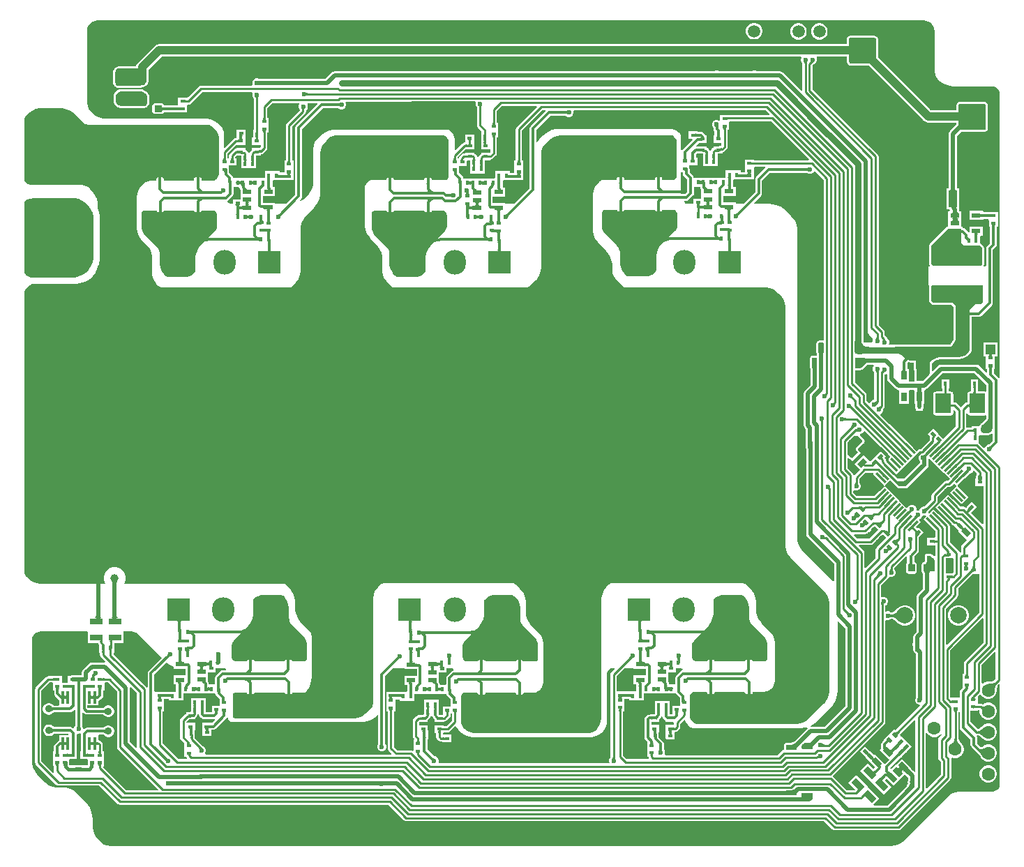
<source format=gtl>
G04*
G04 #@! TF.GenerationSoftware,Altium Limited,Altium Designer,22.5.1 (42)*
G04*
G04 Layer_Physical_Order=1*
G04 Layer_Color=255*
%FSLAX25Y25*%
%MOIN*%
G70*
G04*
G04 #@! TF.SameCoordinates,F388C647-0276-4BD7-974E-F153A5A87125*
G04*
G04*
G04 #@! TF.FilePolarity,Positive*
G04*
G01*
G75*
%ADD10C,0.01000*%
%ADD11C,0.00787*%
%ADD14C,0.01181*%
G04:AMPARAMS|DCode=34|XSize=74.8mil|YSize=94.49mil|CornerRadius=2.99mil|HoleSize=0mil|Usage=FLASHONLY|Rotation=180.000|XOffset=0mil|YOffset=0mil|HoleType=Round|Shape=RoundedRectangle|*
%AMROUNDEDRECTD34*
21,1,0.07480,0.08850,0,0,180.0*
21,1,0.06882,0.09449,0,0,180.0*
1,1,0.00598,-0.03441,0.04425*
1,1,0.00598,0.03441,0.04425*
1,1,0.00598,0.03441,-0.04425*
1,1,0.00598,-0.03441,-0.04425*
%
%ADD34ROUNDEDRECTD34*%
%ADD52C,0.00984*%
%ADD53C,0.01968*%
%ADD54R,0.01575X0.01575*%
%ADD55R,0.02362X0.01575*%
%ADD56R,0.01575X0.02362*%
G04:AMPARAMS|DCode=57|XSize=23.62mil|YSize=15.75mil|CornerRadius=0mil|HoleSize=0mil|Usage=FLASHONLY|Rotation=315.000|XOffset=0mil|YOffset=0mil|HoleType=Round|Shape=Rectangle|*
%AMROTATEDRECTD57*
4,1,4,-0.01392,0.00278,-0.00278,0.01392,0.01392,-0.00278,0.00278,-0.01392,-0.01392,0.00278,0.0*
%
%ADD57ROTATEDRECTD57*%

%ADD58R,0.04331X0.02362*%
%ADD59R,0.15748X0.08268*%
G04:AMPARAMS|DCode=60|XSize=59.06mil|YSize=31.5mil|CornerRadius=0mil|HoleSize=0mil|Usage=FLASHONLY|Rotation=135.000|XOffset=0mil|YOffset=0mil|HoleType=Round|Shape=Rectangle|*
%AMROTATEDRECTD60*
4,1,4,0.03202,-0.00974,0.00974,-0.03202,-0.03202,0.00974,-0.00974,0.03202,0.03202,-0.00974,0.0*
%
%ADD60ROTATEDRECTD60*%

G04:AMPARAMS|DCode=61|XSize=23.62mil|YSize=15.75mil|CornerRadius=0mil|HoleSize=0mil|Usage=FLASHONLY|Rotation=225.000|XOffset=0mil|YOffset=0mil|HoleType=Round|Shape=Rectangle|*
%AMROTATEDRECTD61*
4,1,4,0.00278,0.01392,0.01392,0.00278,-0.00278,-0.01392,-0.01392,-0.00278,0.00278,0.01392,0.0*
%
%ADD61ROTATEDRECTD61*%

G04:AMPARAMS|DCode=62|XSize=62.99mil|YSize=11.81mil|CornerRadius=0mil|HoleSize=0mil|Usage=FLASHONLY|Rotation=45.000|XOffset=0mil|YOffset=0mil|HoleType=Round|Shape=Rectangle|*
%AMROTATEDRECTD62*
4,1,4,-0.01810,-0.02645,-0.02645,-0.01810,0.01810,0.02645,0.02645,0.01810,-0.01810,-0.02645,0.0*
%
%ADD62ROTATEDRECTD62*%

G04:AMPARAMS|DCode=63|XSize=62.99mil|YSize=11.81mil|CornerRadius=0mil|HoleSize=0mil|Usage=FLASHONLY|Rotation=135.000|XOffset=0mil|YOffset=0mil|HoleType=Round|Shape=Rectangle|*
%AMROTATEDRECTD63*
4,1,4,0.02645,-0.01810,0.01810,-0.02645,-0.02645,0.01810,-0.01810,0.02645,0.02645,-0.01810,0.0*
%
%ADD63ROTATEDRECTD63*%

G04:AMPARAMS|DCode=64|XSize=39.37mil|YSize=27.56mil|CornerRadius=0mil|HoleSize=0mil|Usage=FLASHONLY|Rotation=225.000|XOffset=0mil|YOffset=0mil|HoleType=Round|Shape=Rectangle|*
%AMROTATEDRECTD64*
4,1,4,0.00418,0.02366,0.02366,0.00418,-0.00418,-0.02366,-0.02366,-0.00418,0.00418,0.02366,0.0*
%
%ADD64ROTATEDRECTD64*%

%ADD65R,0.22441X0.07087*%
%ADD66R,0.02756X0.04331*%
G04:AMPARAMS|DCode=67|XSize=23.62mil|YSize=43.31mil|CornerRadius=0mil|HoleSize=0mil|Usage=FLASHONLY|Rotation=45.000|XOffset=0mil|YOffset=0mil|HoleType=Round|Shape=Rectangle|*
%AMROTATEDRECTD67*
4,1,4,0.00696,-0.02366,-0.02366,0.00696,-0.00696,0.02366,0.02366,-0.00696,0.00696,-0.02366,0.0*
%
%ADD67ROTATEDRECTD67*%

%ADD68R,0.03937X0.07874*%
G04:AMPARAMS|DCode=69|XSize=39.37mil|YSize=27.56mil|CornerRadius=0mil|HoleSize=0mil|Usage=FLASHONLY|Rotation=135.000|XOffset=0mil|YOffset=0mil|HoleType=Round|Shape=Rectangle|*
%AMROTATEDRECTD69*
4,1,4,0.02366,-0.00418,0.00418,-0.02366,-0.02366,0.00418,-0.00418,0.02366,0.02366,-0.00418,0.0*
%
%ADD69ROTATEDRECTD69*%

%ADD70R,0.04724X0.04724*%
%ADD71R,0.01181X0.05906*%
G04:AMPARAMS|DCode=72|XSize=31.5mil|YSize=35.43mil|CornerRadius=2.84mil|HoleSize=0mil|Usage=FLASHONLY|Rotation=270.000|XOffset=0mil|YOffset=0mil|HoleType=Round|Shape=RoundedRectangle|*
%AMROUNDEDRECTD72*
21,1,0.03150,0.02976,0,0,270.0*
21,1,0.02583,0.03543,0,0,270.0*
1,1,0.00567,-0.01488,-0.01291*
1,1,0.00567,-0.01488,0.01291*
1,1,0.00567,0.01488,0.01291*
1,1,0.00567,0.01488,-0.01291*
%
%ADD72ROUNDEDRECTD72*%
G04:AMPARAMS|DCode=73|XSize=31.5mil|YSize=35.43mil|CornerRadius=2.84mil|HoleSize=0mil|Usage=FLASHONLY|Rotation=0.000|XOffset=0mil|YOffset=0mil|HoleType=Round|Shape=RoundedRectangle|*
%AMROUNDEDRECTD73*
21,1,0.03150,0.02976,0,0,0.0*
21,1,0.02583,0.03543,0,0,0.0*
1,1,0.00567,0.01291,-0.01488*
1,1,0.00567,-0.01291,-0.01488*
1,1,0.00567,-0.01291,0.01488*
1,1,0.00567,0.01291,0.01488*
%
%ADD73ROUNDEDRECTD73*%
%ADD74R,0.05906X0.03150*%
%ADD75R,0.03150X0.05906*%
%ADD76C,0.01575*%
%ADD77C,0.03150*%
%ADD78C,0.03937*%
%ADD79C,0.00945*%
%ADD80R,0.01575X0.00591*%
%ADD81R,0.02461X0.04626*%
%ADD82O,0.10630X0.11811*%
%ADD83R,0.11024X0.11024*%
%ADD84C,0.05906*%
%ADD85C,0.06299*%
%ADD86C,0.24016*%
%ADD87C,0.07874*%
%ADD88C,0.03543*%
%ADD89C,0.03937*%
%ADD90C,0.02362*%
G36*
X599582Y478813D02*
X599525Y478738D01*
X599475Y478659D01*
X599432Y478573D01*
X599395Y478482D01*
X599365Y478385D01*
X599341Y478283D01*
X599324Y478175D01*
X599314Y478061D01*
X599311Y477942D01*
X598327D01*
X598323Y478061D01*
X598313Y478175D01*
X598297Y478283D01*
X598273Y478385D01*
X598243Y478482D01*
X598206Y478573D01*
X598163Y478659D01*
X598113Y478738D01*
X598056Y478813D01*
X597992Y478881D01*
X599646D01*
X599582Y478813D01*
D02*
G37*
G36*
X632280Y490053D02*
X632474Y489859D01*
X632579Y489606D01*
Y489468D01*
Y478543D01*
Y478406D01*
X632474Y478153D01*
X632280Y477959D01*
X632027Y477854D01*
X620710D01*
X620240Y478049D01*
X619880Y478409D01*
X619685Y478879D01*
Y479134D01*
Y489764D01*
Y489842D01*
X619745Y489987D01*
X619856Y490098D01*
X620000Y490158D01*
X632027D01*
X632280Y490053D01*
D02*
G37*
G36*
X283069Y475741D02*
X283289Y475649D01*
X283488Y475517D01*
X283655Y475350D01*
X283784Y475157D01*
X283873Y474942D01*
X283918Y474714D01*
Y469521D01*
X283854Y469200D01*
X283729Y468897D01*
X283547Y468625D01*
X283431Y468509D01*
X283426Y468504D01*
X283426D01*
X283145Y468223D01*
X282485Y467782D01*
X281751Y467478D01*
X280972Y467323D01*
X270464D01*
X270205Y467375D01*
X270053Y467438D01*
X269646Y467717D01*
X269348Y468070D01*
X269165Y468344D01*
X268962Y468833D01*
X268859Y469353D01*
Y473568D01*
X268949Y474023D01*
X269127Y474451D01*
X269384Y474836D01*
X269735Y475187D01*
X270176Y475481D01*
X270665Y475684D01*
X271184Y475787D01*
X282834Y475787D01*
X283069Y475741D01*
D02*
G37*
G36*
X360262Y464051D02*
X360336Y463994D01*
X360416Y463943D01*
X360502Y463900D01*
X360593Y463863D01*
X360689Y463833D01*
X360792Y463810D01*
X360900Y463793D01*
X361013Y463783D01*
X361133Y463779D01*
Y462795D01*
X361013Y462792D01*
X360900Y462782D01*
X360792Y462765D01*
X360689Y462742D01*
X360593Y462712D01*
X360502Y462675D01*
X360416Y462631D01*
X360336Y462581D01*
X360262Y462524D01*
X360194Y462461D01*
Y464114D01*
X360262Y464051D01*
D02*
G37*
G36*
X337539Y462149D02*
X337476Y462080D01*
X337419Y462006D01*
X337369Y461926D01*
X337325Y461841D01*
X337288Y461750D01*
X337258Y461653D01*
X337235Y461551D01*
X337218Y461443D01*
X337208Y461329D01*
X337205Y461210D01*
X336221D01*
X336217Y461329D01*
X336207Y461443D01*
X336190Y461551D01*
X336167Y461653D01*
X336137Y461750D01*
X336100Y461841D01*
X336056Y461926D01*
X336006Y462006D01*
X335949Y462080D01*
X335886Y462149D01*
X337539Y462149D01*
D02*
G37*
G36*
X302420Y460564D02*
X302449Y460516D01*
X302499Y460473D01*
X302568Y460437D01*
X302656Y460405D01*
X302764Y460380D01*
X302892Y460360D01*
X303040Y460346D01*
X303394Y460335D01*
Y459350D01*
X303207Y459348D01*
X302892Y459325D01*
X302764Y459305D01*
X302656Y459280D01*
X302568Y459248D01*
X302499Y459212D01*
X302449Y459169D01*
X302420Y459121D01*
X302410Y459067D01*
Y460618D01*
X302420Y460564D01*
D02*
G37*
G36*
X376322Y457441D02*
X376271Y457486D01*
X376212Y457526D01*
X376145Y457561D01*
X376069Y457592D01*
X375984Y457618D01*
X375891Y457639D01*
X375789Y457656D01*
X375679Y457668D01*
X375434Y457677D01*
Y458858D01*
X375561Y458861D01*
X375789Y458880D01*
X375891Y458896D01*
X375984Y458917D01*
X376069Y458943D01*
X376145Y458974D01*
X376212Y459010D01*
X376271Y459050D01*
X376322Y459094D01*
Y457441D01*
D02*
G37*
G36*
X300072Y455524D02*
X300060Y455559D01*
X300025Y455590D01*
X299966Y455618D01*
X299883Y455642D01*
X299777Y455662D01*
X299647Y455679D01*
X299316Y455701D01*
X299106Y455705D01*
X298473Y455662D01*
X298367Y455642D01*
X298284Y455618D01*
X298225Y455590D01*
X298189Y455559D01*
X298178Y455524D01*
Y457075D01*
X298189Y457039D01*
X298225Y457008D01*
X298284Y456980D01*
X298367Y456956D01*
X298473Y456936D01*
X298603Y456919D01*
X298934Y456897D01*
X299143Y456893D01*
X299777Y456936D01*
X299883Y456956D01*
X299966Y456980D01*
X300025Y457008D01*
X300060Y457039D01*
X300072Y457075D01*
Y455524D01*
D02*
G37*
G36*
X444169Y457750D02*
X444112Y457675D01*
X444062Y457596D01*
X444018Y457510D01*
X443981Y457419D01*
X443951Y457323D01*
X443928Y457220D01*
X443911Y457112D01*
X443901Y456998D01*
X443898Y456879D01*
X442913D01*
X442910Y456998D01*
X442900Y457112D01*
X442883Y457220D01*
X442860Y457323D01*
X442830Y457419D01*
X442793Y457510D01*
X442749Y457596D01*
X442699Y457675D01*
X442642Y457750D01*
X442579Y457818D01*
X444232D01*
X444169Y457750D01*
D02*
G37*
G36*
X242905Y456496D02*
X242905Y456496D01*
X243890Y456496D01*
X245822Y456112D01*
X247642Y455358D01*
X249280Y454264D01*
X249976Y453567D01*
X253668Y449875D01*
Y449875D01*
X253979Y449593D01*
X254677Y449127D01*
X255451Y448806D01*
X256274Y448643D01*
X256693Y448622D01*
X272667D01*
X273162Y448721D01*
X312649D01*
X313883Y448475D01*
X315045Y447994D01*
X316091Y447295D01*
X317003Y446382D01*
X317739Y445282D01*
X318246Y444058D01*
X318504Y442760D01*
Y442098D01*
Y425489D01*
Y425092D01*
X318349Y424313D01*
X318045Y423579D01*
X317604Y422919D01*
X317323Y422638D01*
X317159Y422474D01*
X316774Y422217D01*
X316346Y422039D01*
X315891Y421949D01*
X310836D01*
X310354Y422089D01*
Y422680D01*
X310334Y422779D01*
Y423170D01*
X310207D01*
X310060Y423389D01*
X309735Y423607D01*
X309350Y423683D01*
X307776D01*
X307392Y423607D01*
X307066Y423389D01*
X306920Y423170D01*
X306791D01*
Y422775D01*
X306772Y422680D01*
Y422089D01*
X306290Y421949D01*
X292679D01*
X292188Y422046D01*
Y422636D01*
X292169Y422732D01*
Y423127D01*
X292041D01*
X291894Y423346D01*
X291569Y423564D01*
X291185Y423640D01*
X289610D01*
X289226Y423564D01*
X288900Y423346D01*
X288754Y423127D01*
X288626D01*
Y422735D01*
X288606Y422636D01*
Y422046D01*
X288527Y421949D01*
X286221D01*
X285685Y421922D01*
X284634Y421713D01*
X283644Y421304D01*
X282753Y420708D01*
X282356Y420348D01*
X281964Y419956D01*
Y419956D01*
X281305Y419229D01*
X280216Y417599D01*
X279466Y415788D01*
X279134Y414119D01*
Y400402D01*
X279182Y399422D01*
X279564Y397499D01*
X280315Y395688D01*
X281404Y394058D01*
X282063Y393331D01*
X283685Y391708D01*
X283685Y391708D01*
Y391708D01*
X284382Y391012D01*
X285476Y389374D01*
X286230Y387554D01*
X286614Y385622D01*
X286614Y384637D01*
X286614Y377865D01*
X286650Y377141D01*
X286932Y375719D01*
X287487Y374380D01*
X288292Y373175D01*
X288779Y372638D01*
X289368Y372049D01*
X289368Y372049D01*
X289661Y371780D01*
X289736Y371730D01*
X290318Y371335D01*
X291050Y371027D01*
X291828Y370867D01*
X292224Y370845D01*
X352936Y370850D01*
X354748Y372662D01*
X355407Y373389D01*
X356496Y375019D01*
X357247Y376830D01*
X357629Y378752D01*
X357677Y379733D01*
Y398614D01*
Y399599D01*
X358062Y401531D01*
X358815Y403350D01*
X359910Y404988D01*
X360606Y405685D01*
Y405685D01*
X364000Y409079D01*
X364659Y409806D01*
X365748Y411436D01*
X366498Y413247D01*
X366881Y415170D01*
X366929Y416150D01*
Y434047D01*
Y435032D01*
X367313Y436964D01*
X368067Y438784D01*
X369162Y440421D01*
X369858Y441118D01*
Y441118D01*
X371067Y442327D01*
X372003Y442952D01*
X373042Y443383D01*
X374146Y443602D01*
X425415D01*
X426065Y443473D01*
X426676Y443220D01*
X427227Y442852D01*
X427461Y442618D01*
X427695Y442384D01*
X428062Y441834D01*
X428316Y441222D01*
X428445Y440573D01*
Y424183D01*
X428329Y423599D01*
X428101Y423048D01*
X427770Y422553D01*
X427559Y422342D01*
X427512Y422296D01*
X427402Y422222D01*
X427280Y422171D01*
X427150Y422146D01*
X420293D01*
Y422551D01*
X420274Y422648D01*
Y423041D01*
X420146D01*
X420000Y423260D01*
X419674Y423478D01*
X419290Y423554D01*
X417715D01*
X417331Y423478D01*
X417005Y423260D01*
X416859Y423041D01*
X416731D01*
Y422647D01*
X416712Y422551D01*
Y422146D01*
X402128D01*
Y422505D01*
X402109Y422604D01*
Y422997D01*
X401980D01*
X401834Y423215D01*
X401509Y423432D01*
X401125Y423509D01*
X399550D01*
X399166Y423432D01*
X398840Y423215D01*
X398695Y422997D01*
X398565D01*
Y422600D01*
X398546Y422505D01*
Y422146D01*
X391427D01*
X391196Y422134D01*
X390744Y422044D01*
X390318Y421868D01*
X389935Y421612D01*
X389764Y421457D01*
X389409Y421066D01*
X388824Y420189D01*
X388421Y419216D01*
X388215Y418182D01*
X388189Y417655D01*
Y401288D01*
X388237Y400308D01*
X388620Y398385D01*
X389370Y396574D01*
X390459Y394944D01*
X391118Y394217D01*
X394323Y391012D01*
X395417Y389374D01*
X396171Y387554D01*
X396555Y385622D01*
Y379035D01*
X396589Y378337D01*
X396862Y376966D01*
X397397Y375675D01*
X398173Y374513D01*
X398643Y373995D01*
X398643Y373995D01*
X401784Y370853D01*
X461811Y370858D01*
Y370866D01*
X464529D01*
X464957Y370887D01*
X465797Y371054D01*
X466588Y371382D01*
X467301Y371858D01*
X467618Y372146D01*
X469807Y374335D01*
X469807D01*
X469807Y374335D01*
X470466Y375062D01*
X471555Y376692D01*
X472306Y378503D01*
X472688Y380426D01*
X472736Y381406D01*
Y435331D01*
Y435893D01*
X472956Y436997D01*
X473386Y438036D01*
X474012Y438972D01*
X475910Y440870D01*
X475910Y440870D01*
Y440870D01*
X476606Y441567D01*
X478244Y442661D01*
X480064Y443415D01*
X481996Y443799D01*
X534486D01*
X535005Y443696D01*
X535495Y443493D01*
X535935Y443199D01*
X536122Y443012D01*
X536426Y442708D01*
X536904Y441992D01*
X537234Y441197D01*
X537402Y440353D01*
Y439923D01*
Y423974D01*
X537347Y423698D01*
X537239Y423439D01*
X537083Y423205D01*
X536984Y423106D01*
X536713Y422835D01*
Y422835D01*
X536619Y422741D01*
X536399Y422594D01*
X536154Y422493D01*
X535894Y422441D01*
X530432D01*
Y422942D01*
X530413Y423037D01*
Y423436D01*
X530283D01*
X530138Y423652D01*
X529813Y423869D01*
X529429Y423946D01*
X527854D01*
X527470Y423869D01*
X527144Y423652D01*
X527000Y423436D01*
X526870D01*
Y423041D01*
X526851Y422942D01*
Y422441D01*
X512267D01*
Y422900D01*
X512248Y422999D01*
Y423392D01*
X512118D01*
X511973Y423610D01*
X511648Y423827D01*
X511264Y423904D01*
X509689D01*
X509305Y423827D01*
X508979Y423610D01*
X508834Y423392D01*
X508704D01*
Y422996D01*
X508685Y422900D01*
Y422441D01*
X502532D01*
X502236Y422426D01*
X501654Y422311D01*
X501107Y422084D01*
X500614Y421754D01*
X500394Y421555D01*
X500173Y421334D01*
Y421334D01*
X499514Y420607D01*
X498425Y418977D01*
X497675Y417166D01*
X497292Y415243D01*
X497244Y414263D01*
Y398926D01*
X497292Y397945D01*
X497675Y396023D01*
X498425Y394212D01*
X499514Y392582D01*
X500173Y391855D01*
X503567Y388460D01*
X503567Y388460D01*
X504264Y387764D01*
X505358Y386126D01*
X506112Y384306D01*
X506496Y382374D01*
Y379331D01*
X506527Y378702D01*
X506772Y377468D01*
X507254Y376306D01*
X507952Y375261D01*
X508375Y374794D01*
X512308Y370862D01*
X569488Y370866D01*
X569882D01*
Y370965D01*
X578929D01*
X578929Y370965D01*
X578929Y370965D01*
X579914Y370965D01*
X581846Y370580D01*
X583666Y369826D01*
X585303Y368732D01*
X586000Y368036D01*
X586516Y367520D01*
X586516Y367520D01*
Y367520D01*
X587171Y366864D01*
X588201Y365323D01*
X588910Y363611D01*
X589272Y361793D01*
Y360866D01*
X589272Y248335D01*
X589320Y247355D01*
X589702Y245432D01*
X590452Y243621D01*
X591541Y241991D01*
X592201Y241264D01*
X607504Y225960D01*
X607504Y225960D01*
X608201Y225264D01*
X609295Y223626D01*
X610049Y221806D01*
X610433Y219874D01*
X610433Y218889D01*
X610433Y178945D01*
X610433Y178945D01*
Y177960D01*
X610049Y176028D01*
X609295Y174208D01*
X608201Y172571D01*
X607504Y171874D01*
X600764Y165134D01*
X600067Y164437D01*
X598429Y163343D01*
X596609Y162589D01*
X594677Y162205D01*
X593692Y162205D01*
X548446D01*
X547950Y162205D01*
X546976Y162398D01*
X546059Y162778D01*
X545233Y163330D01*
X544554Y164009D01*
X544039Y164779D01*
X543685Y165636D01*
X543504Y166544D01*
X543504Y167008D01*
Y175125D01*
X543504Y175125D01*
X543541Y175610D01*
X543620Y176007D01*
X543848Y176558D01*
X544179Y177053D01*
X544460Y177334D01*
X544625Y177444D01*
X544809Y177520D01*
X545003Y177559D01*
X545103Y177559D01*
X551513D01*
X551913Y177067D01*
Y176925D01*
X552042D01*
X552188Y176706D01*
X552514Y176489D01*
X552898Y176412D01*
X554472D01*
X554856Y176489D01*
X555182Y176706D01*
X555328Y176925D01*
X555457D01*
Y177319D01*
X555476Y177416D01*
Y177559D01*
X569659D01*
X570079Y177067D01*
Y176969D01*
X570210D01*
X570354Y176753D01*
X570679Y176535D01*
X571063Y176459D01*
X572638D01*
X573022Y176535D01*
X573348Y176753D01*
X573491Y176969D01*
X573622D01*
Y177365D01*
X573641Y177463D01*
Y177559D01*
X578028D01*
X578498Y177559D01*
X578499Y177559D01*
X578499Y177559D01*
X579091Y177588D01*
X580254Y177820D01*
X581350Y178273D01*
X582336Y178932D01*
X582776Y179331D01*
X583130Y179722D01*
X583715Y180598D01*
X584119Y181572D01*
X584325Y182606D01*
X584350Y183133D01*
X584350Y199992D01*
X584350Y199992D01*
X584350Y199992D01*
X584302Y200972D01*
X583920Y202895D01*
X583170Y204706D01*
X582081Y206336D01*
X581421Y207063D01*
X578112Y210373D01*
X578112Y210373D01*
X578112Y210373D01*
X577466Y211018D01*
X576451Y212537D01*
X575752Y214225D01*
X575396Y216016D01*
Y219773D01*
X575396Y219773D01*
X575396Y219773D01*
X575348Y220753D01*
X574965Y222676D01*
X574215Y224487D01*
X573126Y226117D01*
X572467Y226844D01*
X570276Y229035D01*
X570276Y229035D01*
X570153Y229146D01*
X569879Y229329D01*
X569575Y229455D01*
X569252Y229520D01*
X569088Y229527D01*
X564184Y229528D01*
X505766Y229528D01*
X505673Y229509D01*
X505265Y229340D01*
X504897Y229094D01*
X504733Y228946D01*
X504307Y228520D01*
X503648Y227792D01*
X502559Y226162D01*
X501809Y224351D01*
X501426Y222429D01*
X501378Y221448D01*
Y166102D01*
X501378D01*
Y165175D01*
X501016Y163358D01*
X500307Y161645D01*
X499277Y160104D01*
X498294Y159121D01*
X497524Y158606D01*
X496668Y158252D01*
X495759Y158071D01*
X495295Y158071D01*
X440440D01*
X438882Y158381D01*
X437414Y158989D01*
X436093Y159871D01*
X435274Y160690D01*
X434869Y161296D01*
X434591Y161969D01*
X434449Y162683D01*
Y176044D01*
X434513Y176369D01*
X434640Y176675D01*
X434649Y176688D01*
X434941Y177067D01*
Y177067D01*
X435338Y177315D01*
X435360Y177323D01*
X435555Y177362D01*
X435654Y177362D01*
X441907D01*
X442323Y176871D01*
Y176772D01*
X442451D01*
X442596Y176554D01*
X442921Y176337D01*
X443306Y176260D01*
X444880D01*
X445264Y176337D01*
X445590Y176554D01*
X445735Y176772D01*
X445866D01*
Y177175D01*
X445884Y177264D01*
Y177362D01*
X453534D01*
X460050Y177362D01*
X460488Y176870D01*
Y176815D01*
X460618D01*
X460763Y176597D01*
X461089Y176380D01*
X461473Y176304D01*
X463048D01*
X463432Y176380D01*
X463757Y176597D01*
X463903Y176815D01*
X464032D01*
Y176870D01*
X464468Y177362D01*
X467719D01*
X468206Y177329D01*
X468720Y177264D01*
X468721Y177264D01*
X469182Y177286D01*
X469200Y177290D01*
X470086Y177466D01*
X470938Y177819D01*
X471705Y178332D01*
X472047Y178642D01*
X472402Y179033D01*
X472987Y179909D01*
X473390Y180883D01*
X473596Y181917D01*
X473622Y182444D01*
X473622Y200197D01*
X473622D01*
X473622Y200197D01*
X473580Y201059D01*
X473244Y202749D01*
X472584Y204341D01*
X471626Y205774D01*
X471047Y206414D01*
X467373Y210088D01*
X467373Y210088D01*
X467373Y210088D01*
X466893Y210568D01*
X466139Y211697D01*
X465619Y212951D01*
X465354Y214282D01*
X465354Y214961D01*
Y219874D01*
X465354D01*
X465306Y220854D01*
X464924Y222777D01*
X464174Y224588D01*
X463084Y226218D01*
X462425Y226945D01*
X460532Y228839D01*
X460532Y228839D01*
X460336Y229016D01*
X459898Y229309D01*
X459411Y229510D01*
X459324Y229528D01*
X397275Y229527D01*
X397275Y229527D01*
X397011Y229515D01*
X396495Y229412D01*
X396008Y229210D01*
X395569Y228917D01*
X395374Y228740D01*
X395153Y228520D01*
X395153Y228519D01*
X394494Y227792D01*
X393405Y226162D01*
X392655Y224351D01*
X392273Y222429D01*
X392224Y221448D01*
X392224Y172299D01*
X392224Y172299D01*
X392224Y171935D01*
X392082Y171221D01*
X391804Y170548D01*
X391399Y169942D01*
X391142Y169685D01*
X389346Y167890D01*
X389346Y167889D01*
X388650Y167193D01*
X387012Y166099D01*
X385192Y165345D01*
X383260Y164961D01*
X382275Y164961D01*
X326515D01*
X326190Y165025D01*
X325884Y165152D01*
X325609Y165336D01*
X325492Y165453D01*
X325408Y165537D01*
X325276Y165735D01*
X325185Y165954D01*
X325138Y166188D01*
X325138Y166306D01*
Y176164D01*
X325138Y176164D01*
X325241Y176622D01*
X325259Y176666D01*
X325375Y176840D01*
X325449Y176913D01*
X325532Y176997D01*
X325728Y177128D01*
X325946Y177218D01*
X326177Y177264D01*
X326295Y177264D01*
X331945Y177264D01*
Y176913D01*
X332072D01*
X332218Y176696D01*
X332543Y176478D01*
X332928Y176402D01*
X334502D01*
X334886Y176478D01*
X335212Y176696D01*
X335357Y176913D01*
X335488D01*
Y177264D01*
X350110Y177264D01*
Y176957D01*
X350239D01*
X350385Y176739D01*
X350710Y176522D01*
X351094Y176445D01*
X352669D01*
X353053Y176522D01*
X353379Y176739D01*
X353524Y176957D01*
X353654D01*
Y177264D01*
X359531Y177264D01*
X359531Y177264D01*
X359531Y177264D01*
X359593Y177267D01*
X359714Y177291D01*
X359714Y177291D01*
X359828Y177338D01*
X359829Y177338D01*
X359931Y177407D01*
X359932Y177407D01*
X359978Y177449D01*
X360612Y178148D01*
X361659Y179716D01*
X362381Y181459D01*
X362749Y183308D01*
X362795Y184251D01*
X362795Y204694D01*
X362795D01*
X362795Y204694D01*
X362795Y204694D01*
X362782Y204957D01*
X362743Y205153D01*
X362680Y205474D01*
X362478Y205961D01*
X362185Y206399D01*
X362008Y206594D01*
X358047Y210555D01*
X358047Y210555D01*
X358047Y210555D01*
X357351Y211252D01*
X356256Y212890D01*
X355502Y214709D01*
X355118Y216641D01*
X355118Y217626D01*
X355118Y220070D01*
X355118D01*
X355118Y220071D01*
X355070Y221051D01*
X354688Y222973D01*
X353937Y224784D01*
X352848Y226414D01*
X352189Y227141D01*
X350000Y229315D01*
X273511D01*
X273261Y229748D01*
X273470Y230111D01*
X273819Y231413D01*
Y232760D01*
X273470Y234062D01*
X272796Y235229D01*
X271843Y236182D01*
X270676Y236856D01*
X269375Y237205D01*
X268027D01*
X266725Y236856D01*
X265558Y236182D01*
X264605Y235229D01*
X263931Y234062D01*
X263583Y232760D01*
Y231413D01*
X263931Y230111D01*
X264141Y229748D01*
X263891Y229315D01*
X237205D01*
X234359Y229232D01*
X233374D01*
X231442Y229617D01*
X229622Y230370D01*
X227984Y231465D01*
X227288Y232161D01*
X226673Y232776D01*
X226673D01*
X226369Y233080D01*
X225891Y233795D01*
X225614Y234465D01*
Y368699D01*
X225614Y368701D01*
X226047Y369746D01*
X226675Y370686D01*
X227474Y371485D01*
X228414Y372113D01*
X229458Y372546D01*
X229786Y372611D01*
X248563Y372611D01*
X248563Y372611D01*
X249548D01*
X249857Y372651D01*
X250168Y372672D01*
X250642Y372766D01*
X250728D01*
X251709Y372814D01*
X253631Y373197D01*
X255442Y373947D01*
X257072Y375036D01*
X258458Y376422D01*
X259548Y378052D01*
X260046Y379255D01*
X260066Y379286D01*
X260204Y379565D01*
X260360Y379835D01*
X261114Y381655D01*
X261194Y381956D01*
X261294Y382251D01*
X261679Y384183D01*
X261699Y384494D01*
X261740Y384803D01*
Y385787D01*
X261740Y403583D01*
X261740Y403583D01*
Y404568D01*
X261699Y404877D01*
X261679Y405187D01*
X261294Y407119D01*
X261194Y407414D01*
X261114Y407715D01*
X260630Y408883D01*
Y410326D01*
X260630D01*
X260630Y410326D01*
X260582Y411306D01*
X260199Y413229D01*
X259449Y415040D01*
X258360Y416670D01*
X257701Y417397D01*
X256988Y418110D01*
X256988Y418110D01*
X256500Y418553D01*
X255404Y419285D01*
X254187Y419789D01*
X252895Y420046D01*
X252236Y420079D01*
X228754Y420079D01*
X228423D01*
X227774Y420208D01*
X227162Y420461D01*
X226612Y420829D01*
X226144Y421297D01*
X225776Y421847D01*
X225614Y422240D01*
Y451368D01*
X226044Y452407D01*
X226669Y453342D01*
X227722Y454395D01*
X229263Y455425D01*
X230976Y456135D01*
X232793Y456496D01*
X233720Y456496D01*
X242905Y456496D01*
X242905Y456496D01*
D02*
G37*
G36*
X441367Y459398D02*
X441240Y459092D01*
Y458231D01*
X441570Y457435D01*
X441801Y457203D01*
X441844Y457135D01*
X441875Y457101D01*
X441876Y457100D01*
X441879Y457094D01*
X441884Y457081D01*
X441890Y457061D01*
X441897Y457031D01*
X441900Y457011D01*
Y448425D01*
X442015Y447849D01*
X442341Y447361D01*
X444066Y445636D01*
Y443996D01*
X443799D01*
Y443036D01*
X443792Y443000D01*
X443799Y442963D01*
Y440698D01*
X443792Y440662D01*
X443799Y440625D01*
Y439665D01*
X443799Y439665D01*
X443890Y439493D01*
X443898Y439455D01*
Y436938D01*
X448228D01*
X448298Y436467D01*
Y435663D01*
X447970Y435335D01*
X447269D01*
X447232Y435342D01*
X447195Y435335D01*
X443898D01*
Y434878D01*
X443522Y434627D01*
X442932Y434037D01*
X442605Y433548D01*
X442564Y433340D01*
X442210Y433208D01*
X441928Y433320D01*
X441844Y433745D01*
X441517Y434234D01*
X441123Y434627D01*
X440642Y434949D01*
Y435335D01*
X437344D01*
X437308Y435342D01*
X437271Y435335D01*
X436311D01*
Y435068D01*
X435728D01*
X435152Y434954D01*
X434664Y434627D01*
X433581Y433545D01*
X433255Y433056D01*
X433173Y432643D01*
X432649D01*
Y433375D01*
X435939Y436664D01*
X436311Y436938D01*
Y436938D01*
X436311Y436938D01*
X437271D01*
X437308Y436931D01*
X437344Y436938D01*
X440642D01*
Y440482D01*
X440642D01*
X440551Y440551D01*
Y444095D01*
X436221D01*
Y440551D01*
X435859Y440215D01*
X435856D01*
X435280Y440101D01*
X434792Y439775D01*
X431663Y436646D01*
X431201Y436837D01*
Y441195D01*
X431172Y441788D01*
X430940Y442951D01*
X430486Y444047D01*
X429828Y445033D01*
X429429Y445472D01*
X429429Y445472D01*
X429234Y445650D01*
X429053Y445770D01*
X429053Y445771D01*
X429048Y445774D01*
X428795Y445942D01*
X428309Y446144D01*
X427792Y446247D01*
X427528Y446260D01*
X374122D01*
X373142Y446212D01*
X371220Y445829D01*
X369408Y445079D01*
X367778Y443990D01*
X367051Y443331D01*
X367051Y443331D01*
Y443331D01*
X365851Y442130D01*
X365318Y441543D01*
X364438Y440226D01*
X363832Y438763D01*
X363523Y437209D01*
X363484Y436417D01*
Y420500D01*
Y419838D01*
X363226Y418540D01*
X362719Y417317D01*
X361984Y416216D01*
X361516Y415748D01*
X361516D01*
X361516Y415748D01*
X358827Y413059D01*
X357547Y412204D01*
X357427Y412225D01*
X357258Y412762D01*
X357828Y413333D01*
X357828Y413333D01*
X358176Y413854D01*
X358299Y414468D01*
X358299Y414468D01*
Y446677D01*
X368283Y456662D01*
X375645D01*
X375655Y456661D01*
X375698Y456654D01*
X375722Y456648D01*
X375939Y456432D01*
X376735Y456102D01*
X377596D01*
X378392Y456432D01*
X379001Y457041D01*
X379331Y457837D01*
Y458698D01*
X379117Y459215D01*
X379433Y459715D01*
X410384D01*
X410879Y459814D01*
X441089D01*
X441367Y459398D01*
D02*
G37*
G36*
X291293Y457368D02*
X291329Y457268D01*
X291389Y457179D01*
X291472Y457102D01*
X291580Y457037D01*
X291711Y456984D01*
X291866Y456943D01*
X292020Y456917D01*
X292296Y456936D01*
X292403Y456956D01*
X292485Y456980D01*
X292544Y457008D01*
X292580Y457039D01*
X292592Y457075D01*
Y455524D01*
X292580Y455559D01*
X292544Y455590D01*
X292485Y455618D01*
X292403Y455642D01*
X292296Y455662D01*
X292166Y455679D01*
X292059Y455686D01*
X292045Y455685D01*
X291866Y455655D01*
X291711Y455614D01*
X291580Y455561D01*
X291472Y455496D01*
X291389Y455419D01*
X291329Y455331D01*
X291293Y455230D01*
X291281Y455118D01*
Y457480D01*
X291293Y457368D01*
D02*
G37*
G36*
X294941Y457039D02*
X294977Y457008D01*
X295036Y456980D01*
X295119Y456956D01*
X295225Y456936D01*
X295335Y456922D01*
X295544Y456936D01*
X295651Y456956D01*
X295733Y456980D01*
X295792Y457008D01*
X295828Y457039D01*
X295840Y457075D01*
Y456894D01*
X296111Y456890D01*
Y455709D01*
X295886Y455707D01*
X295840Y455704D01*
Y455524D01*
X295828Y455559D01*
X295792Y455590D01*
X295733Y455618D01*
X295651Y455642D01*
X295544Y455662D01*
X295434Y455677D01*
X295225Y455662D01*
X295119Y455642D01*
X295036Y455618D01*
X294977Y455590D01*
X294941Y455559D01*
X294930Y455524D01*
Y455704D01*
X294658Y455709D01*
Y456890D01*
X294883Y456892D01*
X294930Y456895D01*
Y457075D01*
X294941Y457039D01*
D02*
G37*
G36*
X359574Y456375D02*
X359500Y456324D01*
X359434Y456264D01*
X359376Y456197D01*
X359325Y456123D01*
X359282Y456041D01*
X359247Y455951D01*
X359220Y455853D01*
X359201Y455748D01*
X359189Y455635D01*
X359185Y455514D01*
X358201Y455766D01*
X358198Y455885D01*
X358179Y456109D01*
X358163Y456214D01*
X358141Y456314D01*
X358115Y456409D01*
X358084Y456500D01*
X358048Y456586D01*
X358008Y456668D01*
X357962Y456744D01*
X359574Y456375D01*
D02*
G37*
G36*
X484983Y453799D02*
X484933Y453844D01*
X484874Y453884D01*
X484806Y453920D01*
X484730Y453950D01*
X484646Y453976D01*
X484552Y453998D01*
X484451Y454014D01*
X484341Y454026D01*
X484095Y454035D01*
Y455217D01*
X484222Y455219D01*
X484451Y455238D01*
X484552Y455254D01*
X484646Y455276D01*
X484730Y455302D01*
X484806Y455332D01*
X484874Y455368D01*
X484933Y455408D01*
X484983Y455453D01*
Y453799D01*
D02*
G37*
G36*
X581711Y453805D02*
X581520Y453343D01*
X562303D01*
Y453445D01*
X561343D01*
X561307Y453452D01*
X561298Y453450D01*
X561289Y453452D01*
X561257Y453445D01*
X557972D01*
Y450861D01*
X557472Y450677D01*
X556730Y450984D01*
X555868D01*
X555073Y450655D01*
X554463Y450045D01*
X554134Y449250D01*
Y448388D01*
X554463Y447592D01*
X554919Y447136D01*
Y446541D01*
X554919Y446541D01*
X555042Y445927D01*
X555390Y445406D01*
X555413Y445382D01*
Y443606D01*
X555027D01*
Y442647D01*
X555020Y442610D01*
X555027Y442573D01*
Y442520D01*
X555026Y442503D01*
X555027Y442498D01*
Y440063D01*
X558625D01*
Y438717D01*
X558395Y438488D01*
X557480D01*
X557334Y438459D01*
X555027D01*
Y437820D01*
X554915Y437798D01*
X554424Y437470D01*
X554424Y437470D01*
X554048Y437094D01*
X553720Y436603D01*
X553664Y436319D01*
X553626Y436295D01*
X553043Y436289D01*
X553010Y436319D01*
X552973Y436504D01*
X552645Y436995D01*
X552170Y437470D01*
X551772Y437736D01*
Y438459D01*
X548474D01*
X548437Y438466D01*
X548403Y438459D01*
X548369Y438464D01*
X548350Y438459D01*
X547441D01*
Y438293D01*
X546783D01*
X546575Y438793D01*
X547815Y440032D01*
X549409D01*
X549409Y440032D01*
X549565Y440063D01*
X551772D01*
Y443606D01*
X551014D01*
X550991Y443722D01*
X550643Y444243D01*
X550643Y444243D01*
X549951Y444935D01*
X549431Y445283D01*
X548816Y445405D01*
X548816Y445405D01*
X547441D01*
Y445571D01*
X546531D01*
X546513Y445576D01*
X546479Y445571D01*
X546445Y445578D01*
X546408Y445571D01*
X543110D01*
Y442028D01*
X544615D01*
X544807Y441566D01*
X540148Y436907D01*
X539870Y436491D01*
X539370Y436592D01*
Y442702D01*
X539354Y443032D01*
X539225Y443678D01*
X538973Y444287D01*
X538607Y444834D01*
X538386Y445079D01*
X538019Y445411D01*
X537198Y445960D01*
X536285Y446338D01*
X535316Y446531D01*
X534822Y446555D01*
X480374D01*
X479452Y446510D01*
X477642Y446150D01*
X475938Y445444D01*
X474405Y444419D01*
X473721Y443799D01*
X473721Y443799D01*
Y443799D01*
X472411Y442490D01*
X471754Y441764D01*
X470708Y440200D01*
X470520Y440200D01*
X470208Y440332D01*
Y446185D01*
X477043Y453020D01*
X484307D01*
X484317Y453019D01*
X484360Y453012D01*
X484384Y453007D01*
X484600Y452790D01*
X485396Y452461D01*
X486258D01*
X487053Y452790D01*
X487663Y453399D01*
X487992Y454195D01*
Y455057D01*
X487865Y455362D01*
X488143Y455778D01*
X579738D01*
X581711Y453805D01*
D02*
G37*
G36*
X340654Y451769D02*
X340669Y451602D01*
X340694Y451455D01*
X340728Y451327D01*
X340773Y451218D01*
X340827Y451130D01*
X340891Y451061D01*
X340965Y451012D01*
X341048Y450982D01*
X341142Y450972D01*
X339173D01*
X339267Y450982D01*
X339350Y451012D01*
X339424Y451061D01*
X339488Y451130D01*
X339542Y451218D01*
X339587Y451327D01*
X339621Y451455D01*
X339646Y451602D01*
X339660Y451769D01*
X339665Y451957D01*
X340650D01*
X340654Y451769D01*
D02*
G37*
G36*
X561317Y452426D02*
X561346Y452406D01*
X561396Y452388D01*
X561464Y452372D01*
X561553Y452359D01*
X561789Y452340D01*
X562291Y452329D01*
Y451345D01*
X562104Y451341D01*
X561937Y451327D01*
X561789Y451305D01*
X561661Y451274D01*
X561553Y451233D01*
X561464Y451184D01*
X561396Y451126D01*
X561346Y451059D01*
X561317Y450983D01*
X561307Y450898D01*
Y452449D01*
X561317Y452426D01*
D02*
G37*
G36*
X600537Y432194D02*
X600346Y431732D01*
X574213D01*
Y431999D01*
X573253D01*
X573216Y432006D01*
X573180Y431999D01*
X569882D01*
Y428956D01*
X569882Y428455D01*
X569882Y428455D01*
X569882D01*
Y426093D01*
X567815D01*
Y426881D01*
X564272D01*
Y426881D01*
X564272Y426881D01*
X563772Y426881D01*
X560728D01*
Y423583D01*
X560721Y423546D01*
X560233Y423436D01*
X557874D01*
Y423436D01*
X557874Y423436D01*
X555439D01*
X555434Y423437D01*
X555417Y423436D01*
X555364D01*
X555327Y423443D01*
X555290Y423436D01*
X554355D01*
X554319Y423443D01*
X554282Y423436D01*
X554229D01*
X554212Y423437D01*
X554207Y423436D01*
X551772D01*
X551772Y423436D01*
X551772D01*
X551299Y423436D01*
X549311D01*
Y423436D01*
X545768D01*
X545360Y423660D01*
X545283Y424050D01*
X544935Y424571D01*
X544935Y424571D01*
X543480Y426026D01*
Y427526D01*
X543480Y427526D01*
X543449Y427681D01*
Y429440D01*
X547146D01*
Y431875D01*
X547147Y431880D01*
X547146Y431897D01*
Y431950D01*
X547153Y431987D01*
X547146Y432023D01*
Y432983D01*
X546586D01*
Y434473D01*
X546967Y434854D01*
X547441Y434916D01*
Y434916D01*
X548350D01*
X548369Y434911D01*
X548403Y434915D01*
X548437Y434908D01*
X548474Y434916D01*
X549748D01*
X549801Y434905D01*
X549803Y434892D01*
Y432627D01*
X549796Y432591D01*
X549803Y432554D01*
Y432210D01*
X549796Y432173D01*
X549803Y432136D01*
Y428839D01*
X552846D01*
X553346Y428839D01*
Y428839D01*
X553346D01*
Y428839D01*
X556890D01*
Y432136D01*
X556897Y432173D01*
X556890Y432210D01*
Y432554D01*
X556897Y432591D01*
X556890Y432627D01*
Y434412D01*
X556905Y434887D01*
X557052Y434916D01*
X559358D01*
Y435528D01*
X559601Y435577D01*
X560092Y435905D01*
X561208Y437020D01*
X561208Y437020D01*
X561536Y437511D01*
X561651Y438091D01*
Y446358D01*
X562303D01*
Y449902D01*
X562303Y449902D01*
X562303D01*
X562303Y449902D01*
X562471Y450332D01*
X582400D01*
X600537Y432194D01*
D02*
G37*
G36*
X450300Y449506D02*
X450315Y449338D01*
X450340Y449191D01*
X450374Y449063D01*
X450418Y448954D01*
X450472Y448866D01*
X450536Y448797D01*
X450610Y448748D01*
X450694Y448718D01*
X450787Y448708D01*
X448819D01*
X448912Y448718D01*
X448996Y448748D01*
X449070Y448797D01*
X449134Y448866D01*
X449188Y448954D01*
X449232Y449063D01*
X449267Y449191D01*
X449291Y449338D01*
X449306Y449506D01*
X449311Y449693D01*
X450295D01*
X450300Y449506D01*
D02*
G37*
G36*
X557242Y448099D02*
X557216Y448041D01*
X557192Y447973D01*
X557172Y447897D01*
X557155Y447813D01*
X557130Y447617D01*
X557122Y447505D01*
X557116Y447257D01*
X555935Y446987D01*
X555932Y447114D01*
X555909Y447339D01*
X555889Y447438D01*
X555863Y447527D01*
X555832Y447607D01*
X555795Y447678D01*
X555752Y447739D01*
X555703Y447790D01*
X555649Y447833D01*
X557272Y448149D01*
X557242Y448099D01*
D02*
G37*
G36*
X684719Y458557D02*
X684913Y458363D01*
X685018Y458110D01*
Y457972D01*
Y447047D01*
Y446910D01*
X684913Y446657D01*
X684719Y446463D01*
X684466Y446358D01*
X673149D01*
X672679Y446553D01*
X672319Y446913D01*
X672124Y447383D01*
Y447638D01*
Y458268D01*
Y458346D01*
X672184Y458491D01*
X672295Y458602D01*
X672440Y458661D01*
X684466D01*
X684719Y458557D01*
D02*
G37*
G36*
X561043Y447356D02*
X560958Y447326D01*
X560883Y447275D01*
X560818Y447205D01*
X560763Y447114D01*
X560718Y447002D01*
X560683Y446871D01*
X560658Y446719D01*
X560643Y446547D01*
X560638Y446354D01*
X559638D01*
X559633Y446547D01*
X559618Y446719D01*
X559593Y446871D01*
X559558Y447002D01*
X559513Y447114D01*
X559458Y447205D01*
X559393Y447275D01*
X559318Y447326D01*
X559233Y447356D01*
X559138Y447367D01*
X561138D01*
X561043Y447356D01*
D02*
G37*
G36*
X337208Y446061D02*
X337230Y445746D01*
X337250Y445618D01*
X337276Y445510D01*
X337307Y445421D01*
X337344Y445352D01*
X337386Y445303D01*
X337434Y445273D01*
X337488Y445264D01*
X335937D01*
X335991Y445273D01*
X336039Y445303D01*
X336082Y445352D01*
X336119Y445421D01*
X336150Y445510D01*
X336175Y445618D01*
X336195Y445746D01*
X336209Y445893D01*
X336221Y446248D01*
X337205D01*
X337208Y446061D01*
D02*
G37*
G36*
X341048Y445880D02*
X340965Y445850D01*
X340891Y445800D01*
X340827Y445731D01*
X340773Y445641D01*
X340728Y445532D01*
X340694Y445402D01*
X340669Y445253D01*
X340654Y445083D01*
X340650Y444894D01*
X339665D01*
X339660Y445083D01*
X339646Y445253D01*
X339621Y445402D01*
X339587Y445532D01*
X339542Y445641D01*
X339488Y445731D01*
X339424Y445800D01*
X339350Y445850D01*
X339267Y445880D01*
X339173Y445890D01*
X341142D01*
X341048Y445880D01*
D02*
G37*
G36*
X546456Y444539D02*
X546492Y444508D01*
X546551Y444480D01*
X546634Y444456D01*
X546740Y444436D01*
X546870Y444419D01*
X547201Y444397D01*
X547626Y444390D01*
Y443209D01*
X547401Y443207D01*
X546740Y443162D01*
X546634Y443142D01*
X546551Y443118D01*
X546492Y443090D01*
X546456Y443059D01*
X546445Y443024D01*
Y444575D01*
X546456Y444539D01*
D02*
G37*
G36*
X446066Y443797D02*
X446089Y443482D01*
X446108Y443354D01*
X446134Y443246D01*
X446165Y443157D01*
X446202Y443088D01*
X446244Y443039D01*
X446292Y443010D01*
X446346Y443000D01*
X444796D01*
X444849Y443010D01*
X444898Y443039D01*
X444940Y443088D01*
X444977Y443157D01*
X445008Y443246D01*
X445033Y443354D01*
X445053Y443482D01*
X445067Y443630D01*
X445079Y443984D01*
X446063D01*
X446066Y443797D01*
D02*
G37*
G36*
X450694Y443616D02*
X450610Y443586D01*
X450536Y443537D01*
X450472Y443467D01*
X450418Y443377D01*
X450374Y443268D01*
X450340Y443138D01*
X450315Y442989D01*
X450300Y442819D01*
X450295Y442630D01*
X449311D01*
X449306Y442819D01*
X449291Y442989D01*
X449267Y443138D01*
X449232Y443268D01*
X449188Y443377D01*
X449134Y443467D01*
X449070Y443537D01*
X448996Y443586D01*
X448912Y443616D01*
X448819Y443626D01*
X450787D01*
X450694Y443616D01*
D02*
G37*
G36*
X557789Y443567D02*
X557793Y443516D01*
X557961D01*
X557927Y443504D01*
X557897Y443469D01*
X557870Y443410D01*
X557847Y443327D01*
X557829Y443228D01*
X557835Y443189D01*
X557876Y443035D01*
X557928Y442905D01*
X557992Y442799D01*
X558067Y442716D01*
X558153Y442657D01*
X558252Y442622D01*
X558362Y442610D01*
X557788D01*
X557783Y442335D01*
X556602D01*
X556600Y442559D01*
X556597Y442610D01*
X556024D01*
X556134Y442622D01*
X556232Y442657D01*
X556319Y442716D01*
X556394Y442799D01*
X556458Y442905D01*
X556510Y443035D01*
X556550Y443189D01*
X556554Y443215D01*
X556554Y443221D01*
X556533Y443327D01*
X556508Y443410D01*
X556479Y443469D01*
X556446Y443504D01*
X556410Y443516D01*
X556592D01*
X556596Y443567D01*
X556602Y443791D01*
X557783D01*
X557789Y443567D01*
D02*
G37*
G36*
X337425Y442916D02*
X337368Y442886D01*
X337318Y442837D01*
X337275Y442768D01*
X337239Y442679D01*
X337209Y442571D01*
X337185Y442443D01*
X337172Y442319D01*
X337175Y442277D01*
X337200Y442127D01*
X337234Y441998D01*
X337279Y441888D01*
X337333Y441798D01*
X337397Y441729D01*
X337471Y441679D01*
X337554Y441649D01*
X337648Y441639D01*
X335679D01*
X335773Y441649D01*
X335856Y441679D01*
X335930Y441729D01*
X335994Y441798D01*
X336048Y441888D01*
X336092Y441998D01*
X336127Y442127D01*
X336152Y442277D01*
X336155Y442310D01*
X336134Y442571D01*
X336113Y442679D01*
X336087Y442768D01*
X336057Y442837D01*
X336021Y442886D01*
X335982Y442916D01*
X335937Y442925D01*
X337488D01*
X337425Y442916D01*
D02*
G37*
G36*
X330150Y443701D02*
X330049Y443666D01*
X329961Y443607D01*
X329884Y443524D01*
X329819Y443418D01*
X329766Y443288D01*
X329725Y443134D01*
X329695Y442957D01*
X329677Y442756D01*
X329675Y442673D01*
X329677Y442608D01*
X329692Y442407D01*
X329719Y442230D01*
X329755Y442076D01*
X329803Y441946D01*
X329861Y441840D01*
X329929Y441757D01*
X330008Y441698D01*
X330097Y441663D01*
X330197Y441651D01*
X327900Y441639D01*
X328012Y441651D01*
X328112Y441688D01*
X328201Y441748D01*
X328278Y441831D01*
X328343Y441939D01*
X328396Y442070D01*
X328437Y442225D01*
X328467Y442404D01*
X328484Y442606D01*
X328487Y442690D01*
X328485Y442756D01*
X328469Y442957D01*
X328443Y443134D01*
X328406Y443288D01*
X328359Y443418D01*
X328301Y443524D01*
X328233Y443607D01*
X328154Y443666D01*
X328065Y443701D01*
X327965Y443713D01*
X330262D01*
X330150Y443701D01*
D02*
G37*
G36*
X548437Y441059D02*
X547256Y441047D01*
Y442228D01*
X547480Y442232D01*
X547858Y442263D01*
X548012Y442289D01*
X548142Y442324D01*
X548248Y442366D01*
X548331Y442415D01*
X548390Y442473D01*
X548425Y442537D01*
X548437Y442610D01*
Y441059D01*
D02*
G37*
G36*
X439322Y441538D02*
X439238Y441508D01*
X439164Y441459D01*
X439101Y441390D01*
X439046Y441301D01*
X439002Y441193D01*
X438968Y441065D01*
X438943Y440917D01*
X438928Y440750D01*
X438923Y440563D01*
X437939D01*
X437934Y440750D01*
X437919Y440917D01*
X437895Y441065D01*
X437860Y441193D01*
X437816Y441301D01*
X437762Y441390D01*
X437698Y441459D01*
X437624Y441508D01*
X437540Y441538D01*
X437447Y441547D01*
X439416D01*
X439322Y441538D01*
D02*
G37*
G36*
X327859Y440100D02*
X327849Y440153D01*
X327819Y440199D01*
X327769Y440241D01*
X327699Y440276D01*
X327609Y440307D01*
X327499Y440332D01*
X327369Y440351D01*
X327219Y440365D01*
X326859Y440376D01*
Y441376D01*
X327049Y441378D01*
X327369Y441400D01*
X327499Y441420D01*
X327609Y441444D01*
X327699Y441475D01*
X327769Y441510D01*
X327819Y441552D01*
X327849Y441599D01*
X327859Y441651D01*
Y440100D01*
D02*
G37*
G36*
X446292Y440652D02*
X446244Y440622D01*
X446202Y440573D01*
X446165Y440504D01*
X446134Y440415D01*
X446108Y440307D01*
X446089Y440179D01*
X446082Y440116D01*
X446083Y440112D01*
X446107Y439963D01*
X446142Y439834D01*
X446186Y439724D01*
X446240Y439635D01*
X446304Y439565D01*
X446378Y439515D01*
X446462Y439484D01*
X446555Y439474D01*
X444894Y439486D01*
X444929Y439495D01*
X444960Y439525D01*
X444988Y439574D01*
X445012Y439643D01*
X445033Y439732D01*
X445049Y439840D01*
X445064Y440027D01*
X445053Y440179D01*
X445033Y440307D01*
X445008Y440415D01*
X444977Y440504D01*
X444940Y440573D01*
X444898Y440622D01*
X444849Y440652D01*
X444796Y440662D01*
X446346D01*
X446292Y440652D01*
D02*
G37*
G36*
X438928Y440281D02*
X438943Y440111D01*
X438968Y439962D01*
X439002Y439832D01*
X439046Y439723D01*
X439101Y439633D01*
X439164Y439563D01*
X439238Y439513D01*
X439322Y439484D01*
X439416Y439474D01*
X437447D01*
X437540Y439484D01*
X437624Y439513D01*
X437698Y439563D01*
X437762Y439633D01*
X437816Y439723D01*
X437860Y439832D01*
X437895Y439962D01*
X437919Y440111D01*
X437934Y440281D01*
X437939Y440470D01*
X438923D01*
X438928Y440281D01*
D02*
G37*
G36*
X437308Y437935D02*
X437298Y437989D01*
X437268Y438037D01*
X437219Y438079D01*
X437150Y438116D01*
X437061Y438147D01*
X436953Y438173D01*
X436825Y438193D01*
X436678Y438207D01*
X436323Y438218D01*
Y439202D01*
X436510Y439205D01*
X436825Y439228D01*
X436953Y439248D01*
X437061Y439273D01*
X437150Y439304D01*
X437219Y439341D01*
X437268Y439384D01*
X437298Y439432D01*
X437308Y439486D01*
Y437935D01*
D02*
G37*
G36*
X559022Y436475D02*
X558895Y436473D01*
X558593Y436449D01*
X558519Y436435D01*
X558458Y436417D01*
X558411Y436396D01*
X558377Y436372D01*
X558357Y436345D01*
X558350Y436314D01*
X558362Y437463D01*
X558368Y437465D01*
X558388Y437467D01*
X558467Y437470D01*
X559022Y437475D01*
Y436475D01*
D02*
G37*
G36*
X548437Y435912D02*
X548425Y435947D01*
X548390Y435979D01*
X548331Y436006D01*
X548248Y436030D01*
X548142Y436051D01*
X548012Y436067D01*
X547681Y436089D01*
X547256Y436097D01*
Y437278D01*
X547480Y437280D01*
X548142Y437324D01*
X548248Y437344D01*
X548331Y437368D01*
X548390Y437396D01*
X548425Y437428D01*
X548437Y437463D01*
Y435912D01*
D02*
G37*
G36*
X338681Y435532D02*
X338509Y435527D01*
X338355Y435515D01*
X338219Y435495D01*
X338101Y435467D01*
X338000Y435430D01*
X337918Y435385D01*
X337855Y435333D01*
X337809Y435272D01*
X337781Y435203D01*
X337771Y435126D01*
X337783Y436504D01*
X337792Y436506D01*
X337819Y436508D01*
X338106Y436514D01*
X338681Y436516D01*
Y435532D01*
D02*
G37*
G36*
X327859Y434953D02*
X327849Y435005D01*
X327819Y435052D01*
X327769Y435093D01*
X327699Y435129D01*
X327609Y435159D01*
X327499Y435184D01*
X327369Y435204D01*
X327219Y435217D01*
X326859Y435228D01*
Y436228D01*
X327049Y436231D01*
X327369Y436253D01*
X327499Y436272D01*
X327609Y436297D01*
X327699Y436328D01*
X327769Y436363D01*
X327819Y436405D01*
X327849Y436451D01*
X327859Y436504D01*
Y434953D01*
D02*
G37*
G36*
X556024Y435912D02*
X555618Y435903D01*
X555621Y435739D01*
X555643Y435419D01*
X555662Y435289D01*
X555687Y435179D01*
X555717Y435089D01*
X555753Y435019D01*
X555794Y434969D01*
X555841Y434939D01*
X555894Y434929D01*
X554343D01*
X554395Y434939D01*
X554442Y434969D01*
X554483Y435019D01*
X554519Y435089D01*
X554549Y435179D01*
X554574Y435289D01*
X554593Y435419D01*
X554607Y435569D01*
X554618Y435929D01*
X555494D01*
Y436900D01*
X556036Y436929D01*
X556024Y435912D01*
D02*
G37*
G36*
X552077Y435736D02*
X552100Y435417D01*
X552119Y435288D01*
X552144Y435178D01*
X552174Y435088D01*
X552210Y435019D01*
X552251Y434969D01*
X552298Y434939D01*
X552350Y434929D01*
X550799D01*
X550852Y434939D01*
X550899Y434969D01*
X550940Y435019D01*
X550976Y435088D01*
X551006Y435178D01*
X551031Y435288D01*
X551050Y435417D01*
X551064Y435567D01*
X551075Y435925D01*
X552075D01*
X552077Y435736D01*
D02*
G37*
G36*
X335141Y434869D02*
X335163Y434582D01*
X335183Y434465D01*
X335209Y434366D01*
X335240Y434285D01*
X335277Y434222D01*
X335319Y434177D01*
X335367Y434151D01*
X335421Y434141D01*
X333870D01*
X333924Y434151D01*
X333972Y434177D01*
X334015Y434222D01*
X334052Y434285D01*
X334083Y434366D01*
X334108Y434465D01*
X334128Y434582D01*
X334142Y434716D01*
X334154Y435039D01*
X335138D01*
X335141Y434869D01*
D02*
G37*
G36*
X331597Y434789D02*
X331620Y434533D01*
X331640Y434429D01*
X331665Y434341D01*
X331697Y434269D01*
X331733Y434213D01*
X331776Y434173D01*
X331824Y434150D01*
X331878Y434141D01*
X330327D01*
X330381Y434150D01*
X330429Y434173D01*
X330471Y434213D01*
X330508Y434269D01*
X330539Y434341D01*
X330565Y434429D01*
X330585Y434533D01*
X330599Y434653D01*
X330607Y434789D01*
X330610Y434941D01*
X331594D01*
X331597Y434789D01*
D02*
G37*
G36*
X447242Y434285D02*
X447271Y434236D01*
X447321Y434194D01*
X447390Y434157D01*
X447478Y434126D01*
X447586Y434100D01*
X447714Y434081D01*
X447862Y434066D01*
X448216Y434055D01*
Y433071D01*
X448029Y433068D01*
X447714Y433045D01*
X447586Y433026D01*
X447478Y433000D01*
X447390Y432969D01*
X447321Y432932D01*
X447271Y432890D01*
X447242Y432841D01*
X447232Y432788D01*
Y434338D01*
X447242Y434285D01*
D02*
G37*
G36*
X437308Y432788D02*
X437298Y432841D01*
X437268Y432890D01*
X437219Y432932D01*
X437150Y432969D01*
X437061Y433000D01*
X436953Y433026D01*
X436825Y433045D01*
X436678Y433060D01*
X436323Y433071D01*
Y434055D01*
X436510Y434058D01*
X436825Y434081D01*
X436953Y434100D01*
X437061Y434126D01*
X437150Y434157D01*
X437219Y434194D01*
X437268Y434236D01*
X437298Y434285D01*
X437308Y434338D01*
Y432788D01*
D02*
G37*
G36*
X541880Y432999D02*
X541897Y432798D01*
X541926Y432621D01*
X541967Y432467D01*
X542019Y432337D01*
X542082Y432231D01*
X542158Y432148D01*
X542244Y432089D01*
X542343Y432054D01*
X542452Y432042D01*
X540114D01*
X540224Y432054D01*
X540323Y432089D01*
X540409Y432148D01*
X540485Y432231D01*
X540548Y432337D01*
X540600Y432467D01*
X540641Y432621D01*
X540670Y432798D01*
X540687Y432999D01*
X540693Y433223D01*
X541874D01*
X541880Y432999D01*
D02*
G37*
G36*
X545577Y432943D02*
X545594Y432743D01*
X545623Y432566D01*
X545663Y432412D01*
X545716Y432282D01*
X545779Y432176D01*
X545854Y432093D01*
X545941Y432034D01*
X546039Y431999D01*
X546149Y431987D01*
X543811D01*
X543921Y431999D01*
X544020Y432034D01*
X544106Y432093D01*
X544181Y432176D01*
X544245Y432282D01*
X544297Y432412D01*
X544338Y432566D01*
X544367Y432743D01*
X544384Y432943D01*
X544390Y433168D01*
X545571D01*
X545577Y432943D01*
D02*
G37*
G36*
X470510Y457285D02*
X460843Y447618D01*
X460517Y447129D01*
X460402Y446553D01*
Y431604D01*
X459742D01*
Y428560D01*
X459742Y428060D01*
X459742D01*
Y428060D01*
X459742D01*
Y425698D01*
X457676D01*
Y426486D01*
X454132D01*
X454132Y426486D01*
X453660Y426486D01*
X450589D01*
Y423188D01*
X450582Y423151D01*
X450094Y423041D01*
X448235D01*
X447734Y423041D01*
X447734Y423041D01*
X447734Y423041D01*
X445300D01*
X445295Y423042D01*
X445278Y423041D01*
X445224D01*
X445188Y423048D01*
X445151Y423041D01*
X444216D01*
X444179Y423048D01*
X444143Y423041D01*
X444089D01*
X444072Y423042D01*
X444067Y423041D01*
X441632D01*
Y423041D01*
X441632Y423041D01*
X441632Y423041D01*
X441132Y423041D01*
X439172D01*
Y423041D01*
X435628D01*
X435221Y423264D01*
X435143Y423655D01*
X434795Y424176D01*
X434795Y424176D01*
X433340Y425631D01*
Y427131D01*
X433340Y427131D01*
X433309Y427286D01*
Y429045D01*
X437006D01*
Y431413D01*
X437308Y431784D01*
X437344Y431791D01*
X438664D01*
X438674Y431779D01*
X438681Y431743D01*
Y429478D01*
X438674Y429441D01*
X438681Y429404D01*
Y428765D01*
X438674Y428728D01*
X438681Y428445D01*
X438681D01*
Y425394D01*
X442224D01*
Y425394D01*
X442224Y425394D01*
X442724Y425394D01*
X445768D01*
Y428692D01*
X445775Y428728D01*
X445768Y428765D01*
Y429405D01*
X445775Y429441D01*
X445768Y429724D01*
X445768D01*
Y431743D01*
X445775Y431779D01*
X445785Y431791D01*
X447195D01*
X447232Y431784D01*
X447269Y431791D01*
X448228D01*
Y432058D01*
X448327D01*
X448903Y432172D01*
X449391Y432499D01*
X450868Y433975D01*
X451194Y434463D01*
X451308Y435039D01*
Y442618D01*
X451968D01*
Y446161D01*
X451968D01*
X451968Y446161D01*
Y449705D01*
X451308D01*
Y455184D01*
X453871Y457747D01*
X470319D01*
X470510Y457285D01*
D02*
G37*
G36*
X444491Y432577D02*
X444514Y432262D01*
X444533Y432134D01*
X444559Y432025D01*
X444590Y431937D01*
X444627Y431868D01*
X444669Y431819D01*
X444718Y431789D01*
X444771Y431779D01*
X443221D01*
X443274Y431789D01*
X443323Y431819D01*
X443365Y431868D01*
X443402Y431937D01*
X443433Y432025D01*
X443459Y432134D01*
X443478Y432262D01*
X443493Y432409D01*
X443504Y432764D01*
X444488D01*
X444491Y432577D01*
D02*
G37*
G36*
X440948D02*
X440970Y432262D01*
X440990Y432134D01*
X441016Y432025D01*
X441047Y431937D01*
X441084Y431868D01*
X441126Y431819D01*
X441174Y431789D01*
X441228Y431779D01*
X439677D01*
X439731Y431789D01*
X439779Y431819D01*
X439822Y431868D01*
X439859Y431937D01*
X439890Y432025D01*
X439915Y432134D01*
X439935Y432262D01*
X439949Y432409D01*
X439961Y432764D01*
X440945D01*
X440948Y432577D01*
D02*
G37*
G36*
X321710Y432586D02*
X321725Y432416D01*
X321750Y432266D01*
X321785Y432136D01*
X321830Y432026D01*
X321885Y431936D01*
X321950Y431866D01*
X322025Y431816D01*
X322110Y431786D01*
X322205Y431776D01*
X320205D01*
X320300Y431786D01*
X320385Y431816D01*
X320460Y431866D01*
X320525Y431936D01*
X320580Y432026D01*
X320625Y432136D01*
X320660Y432266D01*
X320685Y432416D01*
X320700Y432586D01*
X320705Y432776D01*
X321705D01*
X321710Y432586D01*
D02*
G37*
G36*
X325407Y432531D02*
X325422Y432361D01*
X325447Y432211D01*
X325482Y432081D01*
X325527Y431971D01*
X325582Y431881D01*
X325647Y431811D01*
X325722Y431761D01*
X325807Y431731D01*
X325902Y431721D01*
X323902D01*
X323997Y431731D01*
X324082Y431761D01*
X324157Y431811D01*
X324222Y431881D01*
X324277Y431971D01*
X324322Y432081D01*
X324357Y432211D01*
X324382Y432361D01*
X324397Y432531D01*
X324402Y432721D01*
X325402D01*
X325407Y432531D01*
D02*
G37*
G36*
X431641Y432444D02*
X431656Y432277D01*
X431680Y432129D01*
X431715Y432001D01*
X431759Y431893D01*
X431813Y431804D01*
X431877Y431735D01*
X431951Y431686D01*
X432035Y431657D01*
X432128Y431647D01*
X430160D01*
X430253Y431657D01*
X430337Y431686D01*
X430411Y431735D01*
X430475Y431804D01*
X430529Y431893D01*
X430573Y432001D01*
X430608Y432129D01*
X430632Y432277D01*
X430647Y432444D01*
X430652Y432631D01*
X431636D01*
X431641Y432444D01*
D02*
G37*
G36*
X435142Y432311D02*
X435154Y432160D01*
X435174Y432027D01*
X435201Y431912D01*
X435237Y431814D01*
X435281Y431734D01*
X435332Y431672D01*
X435392Y431627D01*
X435459Y431601D01*
X435534Y431592D01*
X433757D01*
X433832Y431601D01*
X433900Y431627D01*
X433959Y431672D01*
X434011Y431734D01*
X434054Y431814D01*
X434090Y431912D01*
X434118Y432027D01*
X434138Y432160D01*
X434150Y432311D01*
X434154Y432480D01*
X435138D01*
X435142Y432311D01*
D02*
G37*
G36*
X555621Y432983D02*
X555643Y432663D01*
X555654Y432591D01*
X555894D01*
X555841Y432581D01*
X555794Y432551D01*
X555753Y432501D01*
X555717Y432431D01*
X555701Y432382D01*
X555717Y432333D01*
X555753Y432263D01*
X555794Y432213D01*
X555841Y432183D01*
X555894Y432173D01*
X555654D01*
X555643Y432101D01*
X555629Y431951D01*
X555618Y431591D01*
X554618D01*
X554615Y431781D01*
X554593Y432101D01*
X554583Y432173D01*
X554343D01*
X554395Y432183D01*
X554442Y432213D01*
X554483Y432263D01*
X554519Y432333D01*
X554535Y432382D01*
X554519Y432431D01*
X554483Y432501D01*
X554442Y432551D01*
X554395Y432581D01*
X554343Y432591D01*
X554583D01*
X554593Y432663D01*
X554607Y432813D01*
X554618Y433173D01*
X555618D01*
X555621Y432983D01*
D02*
G37*
G36*
X552077D02*
X552100Y432663D01*
X552110Y432591D01*
X552350D01*
X552298Y432581D01*
X552251Y432551D01*
X552210Y432501D01*
X552174Y432431D01*
X552157Y432382D01*
X552174Y432333D01*
X552210Y432263D01*
X552251Y432213D01*
X552298Y432183D01*
X552350Y432173D01*
X552110D01*
X552100Y432101D01*
X552086Y431951D01*
X552075Y431591D01*
X551075D01*
X551072Y431781D01*
X551050Y432101D01*
X551039Y432173D01*
X550799D01*
X550852Y432183D01*
X550899Y432213D01*
X550940Y432263D01*
X550976Y432333D01*
X550992Y432382D01*
X550976Y432431D01*
X550940Y432501D01*
X550899Y432551D01*
X550852Y432581D01*
X550799Y432591D01*
X551039D01*
X551050Y432663D01*
X551064Y432813D01*
X551075Y433173D01*
X552075D01*
X552077Y432983D01*
D02*
G37*
G36*
X335141Y431986D02*
X335154Y431803D01*
X335421D01*
X335367Y431793D01*
X335319Y431764D01*
X335277Y431715D01*
X335240Y431646D01*
X335209Y431557D01*
X335194Y431496D01*
X335209Y431435D01*
X335240Y431346D01*
X335277Y431277D01*
X335319Y431228D01*
X335367Y431199D01*
X335421Y431189D01*
X335151D01*
X335149Y431173D01*
X335138Y430819D01*
X334154D01*
X334151Y431006D01*
X334138Y431189D01*
X333870D01*
X333924Y431199D01*
X333972Y431228D01*
X334015Y431277D01*
X334052Y431346D01*
X334083Y431435D01*
X334097Y431496D01*
X334083Y431557D01*
X334052Y431646D01*
X334015Y431715D01*
X333972Y431764D01*
X333924Y431793D01*
X333870Y431803D01*
X334141D01*
X334142Y431819D01*
X334154Y432173D01*
X335138D01*
X335141Y431986D01*
D02*
G37*
G36*
X331597Y431986D02*
X331610Y431803D01*
X331878D01*
X331824Y431793D01*
X331776Y431764D01*
X331733Y431715D01*
X331697Y431646D01*
X331665Y431557D01*
X331651Y431496D01*
X331665Y431435D01*
X331697Y431346D01*
X331733Y431277D01*
X331776Y431228D01*
X331824Y431199D01*
X331878Y431189D01*
X331607D01*
X331606Y431173D01*
X331594Y430819D01*
X330610D01*
X330607Y431006D01*
X330594Y431189D01*
X330327D01*
X330381Y431199D01*
X330429Y431228D01*
X330471Y431277D01*
X330508Y431346D01*
X330539Y431435D01*
X330554Y431496D01*
X330539Y431557D01*
X330508Y431646D01*
X330471Y431715D01*
X330429Y431764D01*
X330381Y431793D01*
X330327Y431803D01*
X330597D01*
X330599Y431819D01*
X330610Y432173D01*
X331594D01*
X331597Y431986D01*
D02*
G37*
G36*
X352466Y431532D02*
X352480Y431362D01*
X352505Y431213D01*
X352539Y431083D01*
X352584Y430974D01*
X352638Y430884D01*
X352702Y430815D01*
X352776Y430765D01*
X352859Y430735D01*
X352953Y430725D01*
X350984D01*
X351078Y430735D01*
X351161Y430765D01*
X351235Y430815D01*
X351299Y430884D01*
X351353Y430974D01*
X351398Y431083D01*
X351432Y431213D01*
X351457Y431362D01*
X351471Y431532D01*
X351476Y431721D01*
X352461D01*
X352466Y431532D01*
D02*
G37*
G36*
X462405Y431402D02*
X462420Y431233D01*
X462444Y431084D01*
X462479Y430954D01*
X462523Y430844D01*
X462577Y430755D01*
X462641Y430685D01*
X462715Y430635D01*
X462799Y430605D01*
X462892Y430595D01*
X460923D01*
X461017Y430605D01*
X461101Y430635D01*
X461174Y430685D01*
X461238Y430755D01*
X461293Y430844D01*
X461337Y430954D01*
X461371Y431084D01*
X461396Y431233D01*
X461411Y431402D01*
X461416Y431592D01*
X462400D01*
X462405Y431402D01*
D02*
G37*
G36*
X573226Y430949D02*
X573256Y430901D01*
X573305Y430858D01*
X573374Y430821D01*
X573462Y430790D01*
X573571Y430765D01*
X573699Y430745D01*
X573846Y430731D01*
X574201Y430719D01*
Y429735D01*
X574014Y429732D01*
X573699Y429709D01*
X573571Y429690D01*
X573462Y429664D01*
X573374Y429633D01*
X573305Y429596D01*
X573256Y429554D01*
X573226Y429506D01*
X573216Y429452D01*
Y431003D01*
X573226Y430949D01*
D02*
G37*
G36*
X444491Y429525D02*
X444497Y429441D01*
X444771D01*
X444718Y429431D01*
X444669Y429402D01*
X444627Y429353D01*
X444590Y429284D01*
X444559Y429195D01*
X444533Y429087D01*
X444533Y429085D01*
X444533Y429082D01*
X444559Y428974D01*
X444590Y428886D01*
X444627Y428817D01*
X444669Y428767D01*
X444718Y428738D01*
X444771Y428728D01*
X444497D01*
X444488Y428457D01*
X443504D01*
X443501Y428644D01*
X443495Y428728D01*
X443221D01*
X443274Y428738D01*
X443323Y428767D01*
X443365Y428817D01*
X443402Y428886D01*
X443433Y428974D01*
X443459Y429082D01*
X443459Y429085D01*
X443459Y429087D01*
X443433Y429195D01*
X443402Y429284D01*
X443365Y429353D01*
X443323Y429402D01*
X443274Y429431D01*
X443221Y429441D01*
X443495D01*
X443504Y429712D01*
X444488D01*
X444491Y429525D01*
D02*
G37*
G36*
X440948D02*
X440954Y429441D01*
X441228D01*
X441174Y429431D01*
X441126Y429402D01*
X441084Y429353D01*
X441047Y429284D01*
X441016Y429195D01*
X440990Y429087D01*
X440990Y429085D01*
X440990Y429082D01*
X441016Y428974D01*
X441047Y428886D01*
X441084Y428817D01*
X441126Y428767D01*
X441174Y428738D01*
X441228Y428728D01*
X440954D01*
X440945Y428457D01*
X439961D01*
X439958Y428644D01*
X439952Y428728D01*
X439677D01*
X439731Y428738D01*
X439779Y428767D01*
X439822Y428817D01*
X439859Y428886D01*
X439890Y428974D01*
X439915Y429082D01*
X439916Y429085D01*
X439915Y429087D01*
X439890Y429195D01*
X439859Y429284D01*
X439822Y429353D01*
X439779Y429402D01*
X439731Y429431D01*
X439677Y429441D01*
X439952D01*
X439961Y429712D01*
X440945D01*
X440948Y429525D01*
D02*
G37*
G36*
X357175Y458663D02*
X357121Y458608D01*
X356791Y457813D01*
Y456951D01*
X357121Y456155D01*
X357152Y456124D01*
X357155Y456114D01*
X357166Y456076D01*
X357176Y456029D01*
X357183Y455987D01*
X357188Y455927D01*
Y455576D01*
X350904Y449293D01*
X350578Y448804D01*
X350463Y448228D01*
Y431733D01*
X349803D01*
Y428190D01*
X349803D01*
X349803Y428190D01*
Y425828D01*
X347736D01*
Y426615D01*
X344193D01*
X344193Y426615D01*
D01*
X343728Y426615D01*
X340650D01*
Y423317D01*
X340642Y423280D01*
X340155Y423170D01*
X338295D01*
X337795Y423170D01*
X337795Y423170D01*
X337795Y423170D01*
X335360D01*
X335355Y423172D01*
X335338Y423170D01*
X335285D01*
X335248Y423177D01*
X335212Y423170D01*
X334277D01*
X334240Y423177D01*
X334203Y423170D01*
X334150D01*
X334133Y423172D01*
X334128Y423170D01*
X331693D01*
X331693Y423170D01*
Y423170D01*
X329232D01*
Y423170D01*
X325689D01*
X325282Y423394D01*
X325204Y423784D01*
X324856Y424305D01*
X323401Y425760D01*
Y427261D01*
X323401Y427261D01*
X323370Y427416D01*
Y429174D01*
X327067D01*
Y432717D01*
X326415D01*
Y433428D01*
X326943Y433957D01*
X327822D01*
X327859Y433949D01*
X327895Y433957D01*
X329178D01*
X329323Y433928D01*
X329331D01*
Y431840D01*
X329323Y431803D01*
X329331Y431767D01*
Y431225D01*
X329323Y431189D01*
X329331Y431152D01*
Y427854D01*
X332374D01*
X332874Y427854D01*
X332874Y427854D01*
X332874Y427854D01*
X336417D01*
Y430807D01*
X336417D01*
X336425Y431189D01*
X336417Y431225D01*
Y431767D01*
X336425Y431803D01*
X336417Y431840D01*
Y433957D01*
X338779D01*
Y434538D01*
X339257Y434633D01*
X339745Y434959D01*
X341222Y436436D01*
X341548Y436924D01*
X341663Y437500D01*
Y444882D01*
X342323D01*
Y448425D01*
X342323D01*
X342323Y448425D01*
X342323Y448425D01*
X342323Y448925D01*
Y451968D01*
X341663D01*
Y456518D01*
X344269Y459125D01*
X356984D01*
X357175Y458663D01*
D02*
G37*
G36*
X600127Y426521D02*
X600076Y426566D01*
X600017Y426607D01*
X599950Y426642D01*
X599874Y426673D01*
X599789Y426699D01*
X599696Y426720D01*
X599594Y426736D01*
X599484Y426748D01*
X599239Y426758D01*
Y427939D01*
X599366Y427941D01*
X599594Y427960D01*
X599696Y427977D01*
X599789Y427998D01*
X599874Y428024D01*
X599950Y428055D01*
X600017Y428090D01*
X600076Y428130D01*
X600127Y428175D01*
Y426521D01*
D02*
G37*
G36*
X542453Y426948D02*
X542455Y426936D01*
X542457Y426901D01*
X542465Y425767D01*
X541284D01*
X541278Y425993D01*
X541260Y426195D01*
X541230Y426373D01*
X541189Y426528D01*
X541136Y426659D01*
X541071Y426767D01*
X540994Y426851D01*
X540906Y426911D01*
X540805Y426947D01*
X540693Y426960D01*
X542453Y426948D01*
D02*
G37*
G36*
X322374Y426682D02*
X322376Y426670D01*
X322378Y426635D01*
X322386Y425501D01*
X321205D01*
X321199Y425727D01*
X321181Y425929D01*
X321152Y426108D01*
X321110Y426263D01*
X321057Y426394D01*
X320992Y426501D01*
X320915Y426585D01*
X320827Y426645D01*
X320726Y426681D01*
X320614Y426694D01*
X322374Y426682D01*
D02*
G37*
G36*
X432313Y426553D02*
X432315Y426541D01*
X432317Y426505D01*
X432325Y425372D01*
X431144D01*
X431138Y425597D01*
X431120Y425800D01*
X431091Y425978D01*
X431049Y426133D01*
X430996Y426264D01*
X430931Y426372D01*
X430855Y426456D01*
X430766Y426516D01*
X430666Y426552D01*
X430553Y426565D01*
X432313Y426553D01*
D02*
G37*
G36*
X607550Y422398D02*
Y345917D01*
X607491Y345805D01*
X607406Y345701D01*
X607179Y345535D01*
X607050Y345492D01*
X606398Y345492D01*
X605315D01*
X605189Y345467D01*
X605061Y345459D01*
X605031Y345444D01*
X604998Y345440D01*
X604966Y345422D01*
X604931Y345415D01*
X604857Y345366D01*
X604837Y345361D01*
X604798Y345331D01*
X604709Y345288D01*
X604669Y345258D01*
X604660Y345248D01*
X604657Y345246D01*
X604648Y345234D01*
X604631Y345215D01*
X604605Y345198D01*
X604589Y345173D01*
X604525Y345124D01*
X604458Y345049D01*
X604408Y344964D01*
X604343Y344890D01*
X604292Y344804D01*
X604259Y344710D01*
X604210Y344625D01*
X604177Y344530D01*
X604163Y344432D01*
X604131Y344339D01*
X604124Y344289D01*
X604128Y344220D01*
X604115Y344152D01*
Y339772D01*
X604134Y339674D01*
X604134Y339576D01*
X604147Y339511D01*
X604172Y339450D01*
Y339450D01*
X604185Y339419D01*
X604204Y339322D01*
X604229Y339261D01*
X604284Y339179D01*
X604297Y339149D01*
X604297Y339149D01*
X604322Y339088D01*
X604359Y339033D01*
X604391Y339001D01*
Y338405D01*
X602370D01*
X602273Y338386D01*
X602174Y338386D01*
X602109Y338373D01*
X602018Y338335D01*
X601921Y338316D01*
X601860Y338291D01*
X601805Y338254D01*
X601804Y338254D01*
X601777Y338235D01*
X601686Y338198D01*
X601631Y338161D01*
X601584Y338114D01*
X601584Y338114D01*
X601561Y338091D01*
X601534Y338073D01*
X601534Y338073D01*
X601479Y338036D01*
X601456Y338013D01*
X601433Y337989D01*
X601396Y337934D01*
X601396Y337934D01*
X601377Y337907D01*
X601354Y337884D01*
X601354Y337884D01*
X601307Y337837D01*
X601271Y337782D01*
X601233Y337691D01*
X601215Y337664D01*
X601215Y337664D01*
X601178Y337609D01*
X601153Y337548D01*
X601133Y337451D01*
X601096Y337359D01*
X601083Y337294D01*
X601083Y337196D01*
X601076Y337164D01*
Y337163D01*
X601063Y337099D01*
Y332586D01*
X601076Y332522D01*
Y332522D01*
X601083Y332489D01*
X601083Y332391D01*
X601096Y332326D01*
X601133Y332234D01*
X601153Y332137D01*
X601178Y332076D01*
X601215Y332021D01*
X601215Y332021D01*
X601233Y331994D01*
X601241Y331975D01*
Y324299D01*
X598679Y321737D01*
X598244Y321086D01*
X598091Y320318D01*
Y304978D01*
X598244Y304210D01*
X598679Y303558D01*
X598977Y303261D01*
Y297860D01*
X598819Y297478D01*
Y296617D01*
X599089Y295965D01*
X598819Y295313D01*
Y294451D01*
X599149Y293655D01*
X599174Y293630D01*
Y252953D01*
X599327Y252185D01*
X599762Y251534D01*
X612461Y238834D01*
Y230673D01*
X611983Y230527D01*
X611903Y230647D01*
X611244Y231374D01*
X611244Y231374D01*
X597416Y245202D01*
X596837Y245781D01*
X595927Y247143D01*
X595300Y248657D01*
X594980Y250264D01*
Y251083D01*
Y397925D01*
X594932Y398905D01*
X594550Y400828D01*
X593799Y402639D01*
X592710Y404269D01*
X592051Y404996D01*
X592051Y404996D01*
X589149Y407898D01*
X588422Y408557D01*
X586792Y409646D01*
X584981Y410396D01*
X583059Y410779D01*
X582078Y410827D01*
X574381D01*
X574189Y411289D01*
X577612Y414711D01*
X577612Y414711D01*
X577960Y415232D01*
X578082Y415846D01*
X578082Y415846D01*
Y421973D01*
X581852Y425743D01*
X599450D01*
X599460Y425741D01*
X599503Y425735D01*
X599527Y425729D01*
X599744Y425513D01*
X600539Y425183D01*
X601401D01*
X602197Y425513D01*
X602806Y426122D01*
X602933Y426427D01*
X603423Y426525D01*
X607550Y422398D01*
D02*
G37*
G36*
X572644Y426054D02*
X572656Y425908D01*
X573216D01*
X573106Y425897D01*
X573008Y425861D01*
X572921Y425802D01*
X572846Y425719D01*
X572782Y425613D01*
X572738Y425503D01*
X572782Y425392D01*
X572846Y425286D01*
X572921Y425203D01*
X573008Y425144D01*
X573106Y425109D01*
X573216Y425097D01*
X572656D01*
X572644Y424952D01*
X572638Y424727D01*
X571457D01*
X571451Y424952D01*
X571438Y425097D01*
X570878D01*
X570988Y425109D01*
X571086Y425144D01*
X571173Y425203D01*
X571248Y425286D01*
X571312Y425392D01*
X571356Y425503D01*
X571312Y425613D01*
X571248Y425719D01*
X571173Y425802D01*
X571086Y425861D01*
X570988Y425897D01*
X570878Y425908D01*
X571438D01*
X571451Y426054D01*
X571457Y426278D01*
X572638D01*
X572644Y426054D01*
D02*
G37*
G36*
X350799Y424653D02*
X351169Y424647D01*
Y423465D01*
X350945Y423463D01*
X350799Y423454D01*
Y423280D01*
X350788Y423316D01*
X350752Y423347D01*
X350693Y423375D01*
X350610Y423399D01*
X350504Y423419D01*
X350428Y423429D01*
X350283Y423419D01*
X350177Y423399D01*
X350094Y423375D01*
X350035Y423347D01*
X350000Y423316D01*
X349988Y423280D01*
Y423459D01*
X349618Y423465D01*
Y424647D01*
X349843Y424648D01*
X349988Y424658D01*
Y424831D01*
X350000Y424796D01*
X350035Y424765D01*
X350094Y424737D01*
X350177Y424713D01*
X350283Y424693D01*
X350359Y424683D01*
X350504Y424693D01*
X350610Y424713D01*
X350693Y424737D01*
X350752Y424765D01*
X350788Y424796D01*
X350799Y424831D01*
Y424653D01*
D02*
G37*
G36*
X352565Y425788D02*
X352577Y425643D01*
X353138D01*
X353028Y425631D01*
X352929Y425596D01*
X352842Y425536D01*
X352767Y425454D01*
X352704Y425347D01*
X352659Y425237D01*
X352704Y425127D01*
X352767Y425020D01*
X352842Y424938D01*
X352929Y424879D01*
X353028Y424843D01*
X353138Y424831D01*
X352577D01*
X352565Y424686D01*
X352559Y424462D01*
X351378D01*
X351372Y424686D01*
X351360Y424831D01*
X350799D01*
X350909Y424843D01*
X351008Y424879D01*
X351095Y424938D01*
X351170Y425020D01*
X351233Y425127D01*
X351278Y425237D01*
X351233Y425347D01*
X351170Y425454D01*
X351095Y425536D01*
X351008Y425596D01*
X350909Y425631D01*
X350799Y425643D01*
X351360D01*
X351372Y425788D01*
X351378Y426012D01*
X352559D01*
X352565Y425788D01*
D02*
G37*
G36*
X462504Y425659D02*
X462517Y425513D01*
X463077D01*
X462967Y425501D01*
X462869Y425466D01*
X462782Y425407D01*
X462707Y425324D01*
X462643Y425218D01*
X462599Y425108D01*
X462643Y424997D01*
X462707Y424891D01*
X462782Y424808D01*
X462869Y424749D01*
X462967Y424714D01*
X463077Y424702D01*
X462517D01*
X462504Y424557D01*
X462498Y424332D01*
X461317D01*
X461311Y424557D01*
X461299Y424702D01*
X460739D01*
X460849Y424714D01*
X460947Y424749D01*
X461034Y424808D01*
X461109Y424891D01*
X461173Y424997D01*
X461217Y425108D01*
X461173Y425218D01*
X461109Y425324D01*
X461034Y425407D01*
X460947Y425466D01*
X460849Y425501D01*
X460739Y425513D01*
X461299D01*
X461311Y425659D01*
X461317Y425883D01*
X462498D01*
X462504Y425659D01*
D02*
G37*
G36*
X566830Y425390D02*
X566866Y425290D01*
X566925Y425202D01*
X567008Y425125D01*
X567114Y425060D01*
X567244Y425007D01*
X567397Y424965D01*
X567436Y424959D01*
X567540Y424979D01*
X567622Y425003D01*
X567681Y425031D01*
X567717Y425062D01*
X567729Y425097D01*
Y424922D01*
X567775Y424918D01*
X568000Y424912D01*
Y423731D01*
X567775Y423729D01*
X567729Y423726D01*
Y423546D01*
X567717Y423581D01*
X567681Y423613D01*
X567622Y423640D01*
X567540Y423665D01*
X567433Y423685D01*
X567323Y423699D01*
X567114Y423685D01*
X567008Y423665D01*
X566925Y423640D01*
X566866Y423613D01*
X566830Y423581D01*
X566819Y423546D01*
Y423726D01*
X566547Y423731D01*
Y424912D01*
X566772Y424914D01*
X566819Y424917D01*
Y425503D01*
X566830Y425390D01*
D02*
G37*
G36*
X570079Y425062D02*
X570114Y425031D01*
X570173Y425003D01*
X570256Y424979D01*
X570362Y424958D01*
X570438Y424949D01*
X570583Y424958D01*
X570689Y424979D01*
X570772Y425003D01*
X570831Y425031D01*
X570866Y425062D01*
X570878Y425097D01*
Y424919D01*
X571248Y424912D01*
Y423731D01*
X571023Y423729D01*
X570878Y423720D01*
Y423546D01*
X570866Y423581D01*
X570831Y423613D01*
X570772Y423640D01*
X570689Y423665D01*
X570583Y423685D01*
X570507Y423695D01*
X570362Y423685D01*
X570256Y423665D01*
X570173Y423640D01*
X570114Y423613D01*
X570079Y423581D01*
X570067Y423546D01*
Y423725D01*
X569697Y423731D01*
Y424912D01*
X569921Y424914D01*
X570067Y424924D01*
Y425097D01*
X570079Y425062D01*
D02*
G37*
G36*
X346752Y425125D02*
X346787Y425024D01*
X346846Y424936D01*
X346929Y424859D01*
X347035Y424794D01*
X347165Y424741D01*
X347319Y424700D01*
X347357Y424693D01*
X347461Y424713D01*
X347544Y424737D01*
X347603Y424765D01*
X347638Y424796D01*
X347650Y424831D01*
Y424656D01*
X347697Y424652D01*
X347921Y424647D01*
Y423465D01*
X347697Y423463D01*
X347650Y423460D01*
Y423280D01*
X347638Y423316D01*
X347603Y423347D01*
X347544Y423375D01*
X347461Y423399D01*
X347355Y423419D01*
X347245Y423433D01*
X347035Y423419D01*
X346929Y423399D01*
X346846Y423375D01*
X346787Y423347D01*
X346752Y423316D01*
X346740Y423280D01*
Y423461D01*
X346469Y423465D01*
Y424647D01*
X346693Y424648D01*
X346740Y424651D01*
Y425237D01*
X346752Y425125D01*
D02*
G37*
G36*
X456691Y424995D02*
X456727Y424895D01*
X456785Y424806D01*
X456868Y424730D01*
X456975Y424665D01*
X457104Y424612D01*
X457258Y424570D01*
X457297Y424564D01*
X457400Y424584D01*
X457483Y424608D01*
X457542Y424635D01*
X457577Y424667D01*
X457589Y424702D01*
Y424527D01*
X457636Y424523D01*
X457860Y424517D01*
Y423336D01*
X457636Y423334D01*
X457589Y423331D01*
Y423151D01*
X457577Y423186D01*
X457542Y423218D01*
X457483Y423245D01*
X457400Y423269D01*
X457294Y423290D01*
X457184Y423304D01*
X456975Y423290D01*
X456868Y423269D01*
X456785Y423245D01*
X456727Y423218D01*
X456691Y423186D01*
X456679Y423151D01*
Y423331D01*
X456408Y423336D01*
Y424517D01*
X456632Y424519D01*
X456679Y424522D01*
Y425108D01*
X456691Y424995D01*
D02*
G37*
G36*
X459939Y424667D02*
X459974Y424635D01*
X460034Y424608D01*
X460116Y424584D01*
X460222Y424563D01*
X460298Y424553D01*
X460443Y424563D01*
X460550Y424584D01*
X460632Y424608D01*
X460691Y424635D01*
X460727Y424667D01*
X460739Y424702D01*
Y424523D01*
X461108Y424517D01*
Y423336D01*
X460884Y423334D01*
X460739Y423324D01*
Y423151D01*
X460727Y423186D01*
X460691Y423218D01*
X460632Y423245D01*
X460550Y423269D01*
X460443Y423290D01*
X460367Y423300D01*
X460222Y423290D01*
X460116Y423269D01*
X460034Y423245D01*
X459974Y423218D01*
X459939Y423186D01*
X459927Y423151D01*
Y423329D01*
X459557Y423336D01*
Y424517D01*
X459782Y424519D01*
X459927Y424529D01*
Y424702D01*
X459939Y424667D01*
D02*
G37*
G36*
X579790Y428222D02*
X575341Y423773D01*
X574993Y423252D01*
X574871Y422638D01*
X574871Y422638D01*
Y416511D01*
X569186Y410827D01*
X565535D01*
Y411625D01*
X560269D01*
X560232Y411632D01*
X560196Y411625D01*
X559578D01*
X559578Y414774D01*
X565535D01*
Y419105D01*
X564272D01*
Y419818D01*
X564277Y419836D01*
X564272Y419871D01*
X564279Y419905D01*
X564272Y419941D01*
Y422050D01*
X564272Y422206D01*
X564279Y422243D01*
X564554Y422473D01*
X564685Y422550D01*
X566732D01*
X566732Y422550D01*
X566732Y422550D01*
X566819Y422543D01*
X566838Y422547D01*
X566887Y422545D01*
X566905Y422550D01*
X567642D01*
X567660Y422545D01*
X567695Y422549D01*
X567729Y422543D01*
X567765Y422550D01*
X569882D01*
X569882Y422550D01*
X570067Y422543D01*
X570083Y422546D01*
X570135Y422545D01*
X570153Y422550D01*
X570791D01*
X570810Y422545D01*
X570844Y422549D01*
X570878Y422543D01*
X570915Y422550D01*
X574213D01*
Y424985D01*
X574214Y424990D01*
X574213Y425007D01*
Y425060D01*
X574220Y425097D01*
X574213Y425134D01*
Y425872D01*
X574220Y425908D01*
X574213Y426093D01*
X574213D01*
Y428455D01*
X574602Y428722D01*
X579583D01*
X579790Y428222D01*
D02*
G37*
G36*
X544394Y423246D02*
X544424Y422928D01*
X544451Y422798D01*
X544485Y422689D01*
X544527Y422599D01*
X544577Y422529D01*
X544634Y422479D01*
X544699Y422449D01*
X544771Y422440D01*
X543221D01*
X543209Y423436D01*
X544390D01*
X544394Y423246D01*
D02*
G37*
G36*
X365742Y458663D02*
X355557Y448478D01*
X355209Y447957D01*
X355087Y447342D01*
X355087Y447342D01*
Y415134D01*
X350781Y410827D01*
X345457D01*
Y411359D01*
X340190D01*
X340154Y411366D01*
X340117Y411359D01*
X339499D01*
Y414509D01*
X345457D01*
Y418839D01*
X344193D01*
Y419552D01*
X344198Y419570D01*
X344193Y419605D01*
X344200Y419639D01*
X344193Y419675D01*
Y421784D01*
X344193Y421940D01*
X344200Y421977D01*
X344475Y422207D01*
X344606Y422284D01*
X346654D01*
X346654Y422284D01*
X346740Y422277D01*
X346759Y422281D01*
X346809Y422279D01*
X346827Y422284D01*
X347563D01*
X347581Y422279D01*
X347616Y422284D01*
X347650Y422277D01*
X347686Y422284D01*
X349951D01*
X349988Y422277D01*
X350022Y422284D01*
X350057Y422279D01*
X350075Y422284D01*
X350713D01*
X350731Y422279D01*
X350765Y422284D01*
X350799Y422277D01*
X350836Y422284D01*
X354134D01*
Y424647D01*
X354134Y424647D01*
X354141Y424831D01*
X354134Y424868D01*
Y425606D01*
X354141Y425643D01*
X354134Y425679D01*
Y425733D01*
X354135Y425750D01*
X354134Y425755D01*
Y428190D01*
X354134D01*
X354134Y428190D01*
Y431733D01*
X353474D01*
Y447605D01*
X359757Y453889D01*
X360084Y454377D01*
X360198Y454953D01*
Y455561D01*
X360792Y456155D01*
X361122Y456951D01*
Y457813D01*
X360792Y458608D01*
X360738Y458663D01*
X360929Y459125D01*
X365551D01*
X365742Y458663D01*
D02*
G37*
G36*
X563240Y423534D02*
X563209Y423499D01*
X563181Y423440D01*
X563157Y423357D01*
X563137Y423251D01*
X563120Y423121D01*
X563109Y422954D01*
X563137Y422538D01*
X563157Y422432D01*
X563181Y422349D01*
X563209Y422290D01*
X563240Y422255D01*
X563275Y422243D01*
X561725D01*
X561760Y422255D01*
X561791Y422290D01*
X561819Y422349D01*
X561843Y422432D01*
X561863Y422538D01*
X561880Y422668D01*
X561891Y422835D01*
X561863Y423251D01*
X561843Y423357D01*
X561819Y423440D01*
X561791Y423499D01*
X561760Y423534D01*
X561725Y423546D01*
X563275D01*
X563240Y423534D01*
D02*
G37*
G36*
X324315Y422981D02*
X324345Y422662D01*
X324372Y422533D01*
X324406Y422423D01*
X324448Y422333D01*
X324498Y422263D01*
X324555Y422214D01*
X324620Y422184D01*
X324693Y422174D01*
X323142D01*
X323130Y423170D01*
X324311D01*
X324315Y422981D01*
D02*
G37*
G36*
X474759Y455278D02*
X467467Y447986D01*
X467119Y447465D01*
X466997Y446850D01*
X466997Y446850D01*
Y418185D01*
X459639Y410827D01*
X455396D01*
Y411230D01*
X450130D01*
X450093Y411237D01*
X450056Y411230D01*
X449439D01*
Y414379D01*
X455396D01*
Y418710D01*
X454132D01*
Y419423D01*
X454137Y419441D01*
X454133Y419475D01*
X454140Y419509D01*
X454132Y419546D01*
Y421655D01*
X454132Y421811D01*
X454140Y421848D01*
X454414Y422078D01*
X454545Y422155D01*
X456593D01*
X456593Y422155D01*
X456593Y422155D01*
X456679Y422148D01*
X456699Y422152D01*
X456748Y422150D01*
X456766Y422155D01*
X457502D01*
X457521Y422150D01*
X457555Y422154D01*
X457589Y422148D01*
X457626Y422155D01*
X459742D01*
X459742Y422155D01*
X459927Y422148D01*
X459944Y422151D01*
X459996Y422150D01*
X460014Y422155D01*
X460652D01*
X460670Y422150D01*
X460705Y422154D01*
X460739Y422148D01*
X460775Y422155D01*
X464073D01*
Y424517D01*
X464073D01*
X464080Y424702D01*
X464073Y424738D01*
Y425477D01*
X464080Y425513D01*
X464073Y425550D01*
Y425603D01*
X464075Y425621D01*
X464073Y425625D01*
Y427560D01*
X464073Y428060D01*
X464073D01*
Y428060D01*
X464073D01*
Y431604D01*
X463413D01*
Y445930D01*
X473261Y455778D01*
X474552D01*
X474759Y455278D01*
D02*
G37*
G36*
X434254Y422851D02*
X434285Y422533D01*
X434311Y422403D01*
X434346Y422294D01*
X434388Y422204D01*
X434437Y422134D01*
X434495Y422084D01*
X434559Y422054D01*
X434632Y422044D01*
X433081D01*
X433069Y423041D01*
X434250D01*
X434254Y422851D01*
D02*
G37*
G36*
X343162Y423269D02*
X343130Y423233D01*
X343102Y423174D01*
X343078Y423092D01*
X343058Y422985D01*
X343041Y422855D01*
X343030Y422688D01*
X343058Y422272D01*
X343078Y422166D01*
X343102Y422083D01*
X343130Y422024D01*
X343162Y421989D01*
X343197Y421977D01*
X341646D01*
X341681Y421989D01*
X341712Y422024D01*
X341740Y422083D01*
X341764Y422166D01*
X341785Y422272D01*
X341801Y422402D01*
X341812Y422570D01*
X341785Y422985D01*
X341764Y423092D01*
X341740Y423174D01*
X341712Y423233D01*
X341681Y423269D01*
X341646Y423280D01*
X343197D01*
X343162Y423269D01*
D02*
G37*
G36*
X549234Y421821D02*
X549270Y421818D01*
X549496Y421812D01*
Y420631D01*
X549271Y420625D01*
X549227Y420622D01*
X549225Y420101D01*
X550775D01*
X550804Y418920D01*
X549622D01*
X549618Y419145D01*
X549587Y419523D01*
X549559Y419676D01*
X549523Y419806D01*
X549479Y419912D01*
X549428Y419995D01*
X549368Y420054D01*
X549300Y420089D01*
X549225Y420101D01*
X549213Y420202D01*
X549177Y420292D01*
X549118Y420371D01*
X549036Y420440D01*
X548929Y420498D01*
X548799Y420546D01*
X548770Y420553D01*
X548740Y420546D01*
X548610Y420498D01*
X548504Y420440D01*
X548421Y420371D01*
X548362Y420292D01*
X548327Y420202D01*
X548315Y420101D01*
X548312Y420622D01*
X548268Y420625D01*
X548043Y420631D01*
Y421812D01*
X548270Y421818D01*
X548306Y421821D01*
X548303Y422402D01*
X548315Y422290D01*
X548351Y422190D01*
X548411Y422101D01*
X548495Y422024D01*
X548603Y421959D01*
X548734Y421906D01*
X548770Y421897D01*
X548806Y421906D01*
X548937Y421959D01*
X549044Y422024D01*
X549128Y422101D01*
X549188Y422190D01*
X549224Y422290D01*
X549237Y422402D01*
X549234Y421821D01*
D02*
G37*
G36*
X453101Y423139D02*
X453069Y423104D01*
X453042Y423045D01*
X453018Y422962D01*
X452997Y422856D01*
X452981Y422726D01*
X452969Y422558D01*
X452997Y422143D01*
X453018Y422037D01*
X453042Y421954D01*
X453069Y421895D01*
X453101Y421859D01*
X453136Y421848D01*
X451585D01*
X451620Y421859D01*
X451652Y421895D01*
X451679Y421954D01*
X451703Y422037D01*
X451724Y422143D01*
X451740Y422273D01*
X451752Y422440D01*
X451724Y422856D01*
X451703Y422962D01*
X451679Y423045D01*
X451652Y423104D01*
X451620Y423139D01*
X451585Y423151D01*
X453136D01*
X453101Y423139D01*
D02*
G37*
G36*
X335248Y421600D02*
X335421Y421595D01*
Y420414D01*
X335248Y420410D01*
Y419836D01*
X335236Y419946D01*
X335201Y420044D01*
X335142Y420131D01*
X335059Y420206D01*
X334953Y420269D01*
X334823Y420322D01*
X334744Y420342D01*
X334665Y420322D01*
X334535Y420269D01*
X334429Y420206D01*
X334346Y420131D01*
X334287Y420044D01*
X334252Y419946D01*
X334240Y419836D01*
Y420410D01*
X334067Y420414D01*
Y421595D01*
X334240Y421600D01*
Y422174D01*
X334252Y422064D01*
X334287Y421966D01*
X334346Y421879D01*
X334429Y421804D01*
X334535Y421740D01*
X334665Y421688D01*
X334744Y421667D01*
X334823Y421688D01*
X334953Y421740D01*
X335059Y421804D01*
X335142Y421879D01*
X335201Y421966D01*
X335236Y422064D01*
X335248Y422174D01*
Y421600D01*
D02*
G37*
G36*
X329155Y421555D02*
X329191Y421552D01*
X329417Y421546D01*
Y420365D01*
X329193Y420360D01*
X329149Y420356D01*
X329146Y419836D01*
X330697D01*
X330725Y418654D01*
X329544D01*
X329540Y418879D01*
X329508Y419257D01*
X329480Y419410D01*
X329444Y419540D01*
X329400Y419647D01*
X329349Y419729D01*
X329289Y419788D01*
X329222Y419824D01*
X329146Y419836D01*
X329134Y419936D01*
X329099Y420026D01*
X329040Y420106D01*
X328957Y420174D01*
X328851Y420233D01*
X328721Y420280D01*
X328691Y420287D01*
X328661Y420280D01*
X328531Y420233D01*
X328425Y420174D01*
X328342Y420106D01*
X328283Y420026D01*
X328248Y419936D01*
X328236Y419836D01*
X328233Y420356D01*
X328189Y420360D01*
X327965Y420365D01*
Y421546D01*
X328191Y421552D01*
X328227Y421555D01*
X328224Y422137D01*
X328237Y422024D01*
X328273Y421924D01*
X328333Y421835D01*
X328416Y421759D01*
X328524Y421694D01*
X328655Y421641D01*
X328691Y421631D01*
X328727Y421641D01*
X328858Y421694D01*
X328965Y421759D01*
X329049Y421836D01*
X329109Y421924D01*
X329145Y422024D01*
X329158Y422137D01*
X329155Y421555D01*
D02*
G37*
G36*
X445188Y421470D02*
X445360Y421466D01*
Y420285D01*
X445188Y420280D01*
Y419706D01*
X445176Y419816D01*
X445140Y419914D01*
X445081Y420001D01*
X444999Y420077D01*
X444892Y420140D01*
X444762Y420192D01*
X444683Y420213D01*
X444604Y420192D01*
X444475Y420140D01*
X444368Y420077D01*
X444285Y420001D01*
X444227Y419914D01*
X444191Y419816D01*
X444179Y419706D01*
Y420280D01*
X444006Y420285D01*
Y421466D01*
X444179Y421470D01*
Y422044D01*
X444191Y421935D01*
X444227Y421836D01*
X444285Y421749D01*
X444368Y421674D01*
X444475Y421610D01*
X444604Y421558D01*
X444683Y421538D01*
X444762Y421558D01*
X444892Y421610D01*
X444999Y421674D01*
X445081Y421749D01*
X445140Y421836D01*
X445176Y421935D01*
X445188Y422044D01*
Y421470D01*
D02*
G37*
G36*
X439094Y421426D02*
X439130Y421423D01*
X439356Y421417D01*
Y420236D01*
X439132Y420230D01*
X439088Y420227D01*
X439085Y419706D01*
X440636D01*
X440664Y418525D01*
X439483D01*
X439479Y418750D01*
X439447Y419128D01*
X439419Y419281D01*
X439384Y419411D01*
X439340Y419517D01*
X439288Y419600D01*
X439228Y419659D01*
X439161Y419694D01*
X439085Y419706D01*
X439073Y419807D01*
X439038Y419897D01*
X438979Y419976D01*
X438896Y420045D01*
X438790Y420103D01*
X438660Y420151D01*
X438630Y420158D01*
X438600Y420151D01*
X438471Y420103D01*
X438364Y420045D01*
X438282Y419976D01*
X438223Y419897D01*
X438187Y419807D01*
X438175Y419706D01*
X438173Y420227D01*
X438128Y420230D01*
X437904Y420236D01*
Y421417D01*
X438130Y421423D01*
X438166Y421426D01*
X438163Y422007D01*
X438176Y421895D01*
X438212Y421795D01*
X438272Y421706D01*
X438356Y421629D01*
X438463Y421564D01*
X438594Y421511D01*
X438630Y421502D01*
X438666Y421511D01*
X438797Y421564D01*
X438905Y421629D01*
X438988Y421706D01*
X439048Y421795D01*
X439085Y421895D01*
X439097Y422007D01*
X439094Y421426D01*
D02*
G37*
G36*
X554330Y422330D02*
X554366Y422231D01*
X554425Y422145D01*
X554508Y422069D01*
X554614Y422006D01*
X554744Y421954D01*
X554823Y421933D01*
X554902Y421954D01*
X555032Y422006D01*
X555138Y422069D01*
X555221Y422145D01*
X555280Y422231D01*
X555315Y422330D01*
X555327Y422440D01*
Y421866D01*
X555500Y421861D01*
Y420680D01*
X555327Y420676D01*
Y420101D01*
X555315Y420211D01*
X555280Y420310D01*
X555221Y420396D01*
X555138Y420472D01*
X555032Y420535D01*
X554902Y420587D01*
X554823Y420608D01*
X554744Y420587D01*
X554614Y420535D01*
X554508Y420472D01*
X554425Y420396D01*
X554366Y420310D01*
X554330Y420211D01*
X554319Y420101D01*
Y420676D01*
X554146Y420680D01*
Y421861D01*
X554319Y421866D01*
Y422440D01*
X554330Y422330D01*
D02*
G37*
G36*
X529382Y420877D02*
X529351Y420842D01*
X529323Y420783D01*
X529299Y420700D01*
X529279Y420594D01*
X529262Y420464D01*
X529240Y420133D01*
X529232Y419708D01*
X528051D01*
X528049Y419932D01*
X528005Y420594D01*
X527985Y420700D01*
X527961Y420783D01*
X527933Y420842D01*
X527902Y420877D01*
X527866Y420889D01*
X529417D01*
X529382Y420877D01*
D02*
G37*
G36*
X511216Y420834D02*
X511185Y420798D01*
X511157Y420739D01*
X511133Y420656D01*
X511113Y420550D01*
X511096Y420420D01*
X511074Y420090D01*
X511067Y419664D01*
X509886D01*
X509884Y419889D01*
X509839Y420550D01*
X509819Y420656D01*
X509795Y420739D01*
X509767Y420798D01*
X509736Y420834D01*
X509700Y420846D01*
X511251D01*
X511216Y420834D01*
D02*
G37*
G36*
X309303Y420611D02*
X309272Y420576D01*
X309244Y420517D01*
X309220Y420434D01*
X309200Y420328D01*
X309183Y420198D01*
X309161Y419867D01*
X309154Y419442D01*
X307972D01*
X307971Y419666D01*
X307926Y420328D01*
X307906Y420434D01*
X307882Y420517D01*
X307854Y420576D01*
X307822Y420611D01*
X307787Y420623D01*
X309338D01*
X309303Y420611D01*
D02*
G37*
G36*
X291138Y420568D02*
X291107Y420533D01*
X291079Y420473D01*
X291055Y420391D01*
X291034Y420285D01*
X291018Y420154D01*
X290996Y419824D01*
X290988Y419399D01*
X289807D01*
X289805Y419623D01*
X289761Y420285D01*
X289740Y420391D01*
X289717Y420473D01*
X289689Y420533D01*
X289657Y420568D01*
X289622Y420580D01*
X291173D01*
X291138Y420568D01*
D02*
G37*
G36*
X419243Y420482D02*
X419211Y420446D01*
X419183Y420387D01*
X419159Y420305D01*
X419139Y420198D01*
X419122Y420068D01*
X419100Y419738D01*
X419093Y419312D01*
X417912D01*
X417910Y419537D01*
X417866Y420198D01*
X417845Y420305D01*
X417821Y420387D01*
X417794Y420446D01*
X417762Y420482D01*
X417727Y420494D01*
X419278D01*
X419243Y420482D01*
D02*
G37*
G36*
X401077Y420438D02*
X401046Y420403D01*
X401018Y420344D01*
X400994Y420261D01*
X400974Y420155D01*
X400957Y420025D01*
X400935Y419694D01*
X400927Y419269D01*
X399746D01*
X399745Y419494D01*
X399700Y420155D01*
X399680Y420261D01*
X399656Y420344D01*
X399628Y420403D01*
X399597Y420438D01*
X399562Y420450D01*
X401112D01*
X401077Y420438D01*
D02*
G37*
G36*
X544736Y420090D02*
X544705Y420054D01*
X544677Y419995D01*
X544653Y419912D01*
X544633Y419806D01*
X544616Y419676D01*
X544594Y419346D01*
X544587Y418920D01*
X543405D01*
X543404Y419145D01*
X543359Y419806D01*
X543339Y419912D01*
X543315Y419995D01*
X543287Y420054D01*
X543256Y420090D01*
X543221Y420101D01*
X544771D01*
X544736Y420090D01*
D02*
G37*
G36*
X563240Y419893D02*
X563209Y419857D01*
X563181Y419798D01*
X563157Y419715D01*
X563137Y419609D01*
X563120Y419479D01*
X563098Y419149D01*
X563091Y418723D01*
X561909D01*
X561908Y418948D01*
X561863Y419609D01*
X561843Y419715D01*
X561819Y419798D01*
X561791Y419857D01*
X561760Y419893D01*
X561725Y419905D01*
X563275D01*
X563240Y419893D01*
D02*
G37*
G36*
X324658Y419824D02*
X324626Y419788D01*
X324599Y419729D01*
X324574Y419647D01*
X324554Y419540D01*
X324537Y419411D01*
X324515Y419080D01*
X324508Y418655D01*
X323327D01*
X323325Y418879D01*
X323281Y419540D01*
X323260Y419647D01*
X323236Y419729D01*
X323208Y419788D01*
X323177Y419824D01*
X323142Y419836D01*
X324693D01*
X324658Y419824D01*
D02*
G37*
G36*
X434597Y419694D02*
X434565Y419659D01*
X434538Y419600D01*
X434514Y419517D01*
X434493Y419411D01*
X434477Y419281D01*
X434454Y418950D01*
X434447Y418525D01*
X433266D01*
X433264Y418750D01*
X433220Y419411D01*
X433200Y419517D01*
X433176Y419600D01*
X433148Y419659D01*
X433116Y419694D01*
X433081Y419706D01*
X434632D01*
X434597Y419694D01*
D02*
G37*
G36*
X343162Y419627D02*
X343130Y419592D01*
X343102Y419532D01*
X343078Y419450D01*
X343058Y419344D01*
X343041Y419214D01*
X343019Y418883D01*
X343012Y418458D01*
X341831D01*
X341829Y418682D01*
X341785Y419344D01*
X341764Y419450D01*
X341740Y419532D01*
X341712Y419592D01*
X341681Y419627D01*
X341646Y419639D01*
X343197D01*
X343162Y419627D01*
D02*
G37*
G36*
X453101Y419498D02*
X453069Y419462D01*
X453042Y419403D01*
X453018Y419320D01*
X452997Y419214D01*
X452981Y419084D01*
X452958Y418753D01*
X452951Y418328D01*
X451770D01*
X451768Y418553D01*
X451724Y419214D01*
X451703Y419320D01*
X451679Y419403D01*
X451652Y419462D01*
X451620Y419498D01*
X451585Y419509D01*
X453136D01*
X453101Y419498D01*
D02*
G37*
G36*
X551148Y418685D02*
X551473Y418415D01*
X551631Y418305D01*
X551786Y418212D01*
X551938Y418135D01*
X552087Y418076D01*
X552233Y418033D01*
X552376Y418008D01*
X552516Y417998D01*
X549996Y418010D01*
X549994Y418041D01*
X549988Y418072D01*
X549978Y418105D01*
X549964Y418138D01*
X549946Y418172D01*
X549924Y418208D01*
X549898Y418245D01*
X549868Y418282D01*
X549795Y418360D01*
X550981Y418846D01*
X551148Y418685D01*
D02*
G37*
G36*
X331069Y418420D02*
X331394Y418149D01*
X331552Y418039D01*
X331708Y417946D01*
X331859Y417870D01*
X332008Y417810D01*
X332154Y417768D01*
X332297Y417742D01*
X332437Y417733D01*
X329918Y417745D01*
X329915Y417775D01*
X329909Y417806D01*
X329900Y417839D01*
X329885Y417872D01*
X329867Y417907D01*
X329845Y417942D01*
X329819Y417979D01*
X329789Y418016D01*
X329717Y418095D01*
X330902Y418580D01*
X331069Y418420D01*
D02*
G37*
G36*
X441008Y418290D02*
X441334Y418020D01*
X441492Y417910D01*
X441647Y417817D01*
X441799Y417740D01*
X441948Y417681D01*
X442093Y417638D01*
X442236Y417612D01*
X442376Y417603D01*
X439857Y417615D01*
X439855Y417646D01*
X439849Y417677D01*
X439839Y417709D01*
X439825Y417743D01*
X439807Y417777D01*
X439784Y417813D01*
X439758Y417849D01*
X439728Y417887D01*
X439656Y417965D01*
X440841Y418450D01*
X441008Y418290D01*
D02*
G37*
G36*
X670285Y418807D02*
X670315Y418472D01*
X670363Y418177D01*
X670431Y417921D01*
X670519Y417704D01*
X670626Y417527D01*
X670752Y417390D01*
X670898Y417291D01*
X671063Y417232D01*
X671248Y417212D01*
X667335D01*
X667520Y417232D01*
X667685Y417291D01*
X667831Y417390D01*
X667957Y417527D01*
X668064Y417704D01*
X668152Y417921D01*
X668220Y418177D01*
X668268Y418472D01*
X668297Y418807D01*
X668307Y419181D01*
X670276D01*
X670285Y418807D01*
D02*
G37*
G36*
X530121Y417770D02*
X530298Y417628D01*
X530482Y417502D01*
X530674Y417394D01*
X530872Y417302D01*
X531077Y417227D01*
X531289Y417169D01*
X531508Y417127D01*
X531734Y417102D01*
X531966Y417093D01*
X530541Y415912D01*
X527934Y417093D01*
X528150Y417102D01*
X528326Y417127D01*
X528461Y417169D01*
X528556Y417227D01*
X528611Y417302D01*
X528625Y417394D01*
X528599Y417502D01*
X528533Y417628D01*
X528427Y417770D01*
X528280Y417929D01*
X529950D01*
X530121Y417770D01*
D02*
G37*
G36*
X310042Y417504D02*
X310219Y417362D01*
X310404Y417237D01*
X310595Y417128D01*
X310793Y417036D01*
X310998Y416961D01*
X311210Y416903D01*
X311429Y416861D01*
X311655Y416836D01*
X311888Y416828D01*
X310462Y415647D01*
X307855Y416828D01*
X308071Y416836D01*
X308247Y416861D01*
X308382Y416903D01*
X308477Y416961D01*
X308532Y417036D01*
X308547Y417128D01*
X308521Y417237D01*
X308454Y417362D01*
X308348Y417504D01*
X308201Y417663D01*
X309871D01*
X310042Y417504D01*
D02*
G37*
G36*
X540268Y425361D02*
X540268Y425361D01*
X540370Y424849D01*
X540391Y424747D01*
X540739Y424226D01*
X542194Y422771D01*
Y421467D01*
X542194Y421467D01*
X542224Y421312D01*
Y420138D01*
X542217Y420101D01*
X542224Y420067D01*
X542219Y420033D01*
X542224Y420015D01*
Y419105D01*
X542390D01*
Y416632D01*
X541307Y415549D01*
X539370D01*
Y416031D01*
Y425952D01*
X540268D01*
Y425361D01*
D02*
G37*
G36*
X419981Y417375D02*
X420159Y417233D01*
X420343Y417107D01*
X420534Y416999D01*
X420732Y416907D01*
X420937Y416832D01*
X421149Y416773D01*
X421368Y416732D01*
X421594Y416707D01*
X421827Y416698D01*
X420401Y415517D01*
X417794Y416698D01*
X418011Y416707D01*
X418186Y416732D01*
X418322Y416773D01*
X418417Y416832D01*
X418471Y416907D01*
X418486Y416999D01*
X418460Y417107D01*
X418394Y417233D01*
X418287Y417375D01*
X418140Y417533D01*
X419811D01*
X419981Y417375D01*
D02*
G37*
G36*
X437797Y416481D02*
X438004Y416496D01*
X437964Y416444D01*
X437928Y416384D01*
X437897Y416316D01*
X437869Y416239D01*
X437846Y416153D01*
X437835Y416096D01*
X437847Y416024D01*
X437888Y415869D01*
X437941Y415738D01*
X438006Y415630D01*
X438083Y415547D01*
X438172Y415487D01*
X438272Y415450D01*
X438384Y415438D01*
X436231Y415450D01*
X436303Y415462D01*
X436368Y415497D01*
X436425Y415556D01*
X436475Y415639D01*
X436517Y415745D01*
X436551Y415875D01*
X436568Y415972D01*
X436548Y416052D01*
X436520Y416135D01*
X436486Y416210D01*
X436448Y416276D01*
X436404Y416332D01*
X436355Y416381D01*
X436604Y416398D01*
X436613Y416631D01*
X437794D01*
X437797Y416481D01*
D02*
G37*
G36*
X429767Y414134D02*
X429716Y414179D01*
X429657Y414219D01*
X429590Y414254D01*
X429514Y414285D01*
X429429Y414311D01*
X429336Y414332D01*
X429234Y414349D01*
X429124Y414361D01*
X428879Y414370D01*
Y415551D01*
X429006Y415554D01*
X429234Y415572D01*
X429336Y415589D01*
X429429Y415610D01*
X429514Y415636D01*
X429590Y415667D01*
X429657Y415702D01*
X429716Y415742D01*
X429767Y415787D01*
Y414134D01*
D02*
G37*
G36*
X248563Y413583D02*
X249548D01*
X251480Y413198D01*
X253300Y412444D01*
X254938Y411350D01*
X256330Y409957D01*
X257425Y408320D01*
X258179Y406500D01*
X258563Y404568D01*
Y403583D01*
X258563D01*
X258563Y385787D01*
Y384803D01*
X258179Y382871D01*
X257425Y381051D01*
X256330Y379413D01*
X254938Y378020D01*
X253300Y376925D01*
X251480Y376172D01*
X249548Y375787D01*
X248563D01*
Y375787D01*
X228937Y375787D01*
X228588D01*
X227904Y375924D01*
X227259Y376191D01*
X226678Y376578D01*
X226185Y377072D01*
X225797Y377652D01*
X225614Y378095D01*
Y411662D01*
X225688Y411840D01*
X225968Y412258D01*
X226325Y412613D01*
X226744Y412891D01*
X227210Y413083D01*
X227704Y413180D01*
X227956Y413179D01*
X228298Y413279D01*
X228994Y413431D01*
X229700Y413532D01*
X230411Y413583D01*
X230768D01*
X230768Y413583D01*
X248563Y413583D01*
D02*
G37*
G36*
X531882Y413353D02*
X531650Y413345D01*
X531424Y413320D01*
X531205Y413278D01*
X530993Y413219D01*
X530788Y413144D01*
X530590Y413053D01*
X530398Y412944D01*
X530214Y412819D01*
X530037Y412677D01*
X529866Y412518D01*
X528224Y412546D01*
X528366Y412700D01*
X528467Y412837D01*
X528529Y412958D01*
X528551Y413063D01*
X528534Y413152D01*
X528477Y413224D01*
X528380Y413281D01*
X528243Y413321D01*
X528066Y413345D01*
X527850Y413353D01*
X530457Y414534D01*
X531882Y413353D01*
D02*
G37*
G36*
X548198Y419105D02*
X548395Y418984D01*
X548466Y418916D01*
X548618Y418725D01*
X548730Y418163D01*
X549000Y417759D01*
Y414676D01*
X549000D01*
Y413298D01*
X545374D01*
Y410827D01*
X542672D01*
X542217Y410917D01*
X541789Y411095D01*
X541404Y411352D01*
X541240Y411516D01*
X540918Y411838D01*
X541091Y412338D01*
X541972D01*
X541972Y412338D01*
X542587Y412460D01*
X543108Y412808D01*
X545131Y414832D01*
X545131Y414832D01*
X545479Y415353D01*
X545602Y415967D01*
Y418674D01*
X545768Y419105D01*
X548196D01*
X548198Y419105D01*
D02*
G37*
G36*
X311804Y413087D02*
X311571Y413079D01*
X311345Y413054D01*
X311126Y413012D01*
X310914Y412954D01*
X310709Y412879D01*
X310511Y412787D01*
X310320Y412678D01*
X310135Y412553D01*
X309958Y412411D01*
X309787Y412252D01*
X308145Y412281D01*
X308287Y412434D01*
X308389Y412571D01*
X308451Y412692D01*
X308473Y412797D01*
X308455Y412886D01*
X308398Y412958D01*
X308301Y413015D01*
X308164Y413055D01*
X307987Y413079D01*
X307771Y413087D01*
X310378Y414268D01*
X311804Y413087D01*
D02*
G37*
G36*
X421743Y412958D02*
X421510Y412950D01*
X421284Y412925D01*
X421065Y412883D01*
X420853Y412824D01*
X420648Y412749D01*
X420450Y412657D01*
X420259Y412549D01*
X420075Y412424D01*
X419897Y412282D01*
X419727Y412123D01*
X418085Y412151D01*
X418226Y412304D01*
X418328Y412442D01*
X418390Y412563D01*
X418412Y412668D01*
X418395Y412756D01*
X418337Y412829D01*
X418240Y412885D01*
X418103Y412926D01*
X417927Y412950D01*
X417710Y412958D01*
X420317Y414139D01*
X421743Y412958D01*
D02*
G37*
G36*
X328119Y418839D02*
X328316Y418718D01*
X328387Y418650D01*
X328539Y418459D01*
X328651Y417898D01*
X328921Y417493D01*
Y415001D01*
X328921D01*
Y413032D01*
X325295D01*
Y410827D01*
X324577D01*
X323993Y410943D01*
X323442Y411171D01*
X322947Y411502D01*
X322689Y411760D01*
X322679Y411943D01*
X322780Y412376D01*
X323029Y412543D01*
X325053Y414566D01*
X325053Y414566D01*
X325401Y415087D01*
X325523Y415702D01*
Y418408D01*
X325689Y418839D01*
X328118D01*
X328119Y418839D01*
D02*
G37*
G36*
X553219Y411932D02*
X553118Y411896D01*
X553030Y411837D01*
X552953Y411753D01*
X552888Y411646D01*
X552835Y411515D01*
X552793Y411359D01*
X552772Y411231D01*
X552793Y411103D01*
X552835Y410948D01*
X552888Y410816D01*
X552953Y410709D01*
X553030Y410626D01*
X553118Y410566D01*
X553219Y410530D01*
X553331Y410518D01*
X550969D01*
X551081Y410530D01*
X551181Y410566D01*
X551270Y410626D01*
X551346Y410709D01*
X551411Y410816D01*
X551465Y410948D01*
X551506Y411103D01*
X551527Y411231D01*
X551506Y411359D01*
X551465Y411515D01*
X551411Y411646D01*
X551346Y411753D01*
X551270Y411837D01*
X551181Y411896D01*
X551081Y411932D01*
X550969Y411944D01*
X553331D01*
X553219Y411932D01*
D02*
G37*
G36*
X511167Y411247D02*
X511212Y410585D01*
X511232Y410479D01*
X511256Y410396D01*
X511284Y410337D01*
X511315Y410302D01*
X511350Y410290D01*
X509799D01*
X509834Y410302D01*
X509866Y410337D01*
X509894Y410396D01*
X509918Y410479D01*
X509938Y410585D01*
X509955Y410715D01*
X509977Y411046D01*
X509984Y411471D01*
X511165D01*
X511167Y411247D01*
D02*
G37*
G36*
X333140Y411666D02*
X333039Y411631D01*
X332951Y411571D01*
X332874Y411487D01*
X332809Y411380D01*
X332756Y411249D01*
X332715Y411094D01*
X332693Y410965D01*
X332715Y410837D01*
X332756Y410682D01*
X332809Y410551D01*
X332874Y410443D01*
X332951Y410360D01*
X333039Y410300D01*
X333140Y410264D01*
X333252Y410252D01*
X330890D01*
X331002Y410264D01*
X331102Y410300D01*
X331191Y410360D01*
X331268Y410443D01*
X331333Y410551D01*
X331386Y410682D01*
X331427Y410837D01*
X331448Y410965D01*
X331427Y411094D01*
X331386Y411249D01*
X331333Y411380D01*
X331268Y411487D01*
X331191Y411571D01*
X331102Y411631D01*
X331002Y411666D01*
X330890Y411678D01*
X333252D01*
X333140Y411666D01*
D02*
G37*
G36*
X529234Y411192D02*
X529279Y410530D01*
X529299Y410424D01*
X529323Y410341D01*
X529351Y410282D01*
X529382Y410247D01*
X529417Y410235D01*
X527866D01*
X527901Y410247D01*
X527933Y410282D01*
X527961Y410341D01*
X527985Y410424D01*
X528005Y410530D01*
X528022Y410660D01*
X528044Y410991D01*
X528051Y411416D01*
X529232D01*
X529234Y411192D01*
D02*
G37*
G36*
X443079Y411537D02*
X442979Y411501D01*
X442890Y411442D01*
X442813Y411358D01*
X442748Y411251D01*
X442695Y411119D01*
X442654Y410964D01*
X442633Y410836D01*
X442654Y410708D01*
X442695Y410553D01*
X442748Y410421D01*
X442813Y410314D01*
X442890Y410230D01*
X442979Y410171D01*
X443079Y410135D01*
X443191Y410123D01*
X440829D01*
X440941Y410135D01*
X441042Y410171D01*
X441130Y410230D01*
X441207Y410314D01*
X441272Y410421D01*
X441325Y410553D01*
X441366Y410708D01*
X441388Y410836D01*
X441366Y410964D01*
X441325Y411119D01*
X441272Y411251D01*
X441207Y411358D01*
X441130Y411442D01*
X441042Y411501D01*
X440941Y411537D01*
X440829Y411549D01*
X443191D01*
X443079Y411537D01*
D02*
G37*
G36*
X291089Y410981D02*
X291133Y410320D01*
X291153Y410213D01*
X291177Y410131D01*
X291205Y410072D01*
X291236Y410036D01*
X291271Y410024D01*
X289721D01*
X289756Y410036D01*
X289787Y410072D01*
X289815Y410131D01*
X289839Y410213D01*
X289859Y410320D01*
X289876Y410449D01*
X289898Y410780D01*
X289906Y411205D01*
X291087D01*
X291089Y410981D01*
D02*
G37*
G36*
X309155Y410926D02*
X309200Y410264D01*
X309220Y410158D01*
X309244Y410075D01*
X309272Y410016D01*
X309303Y409981D01*
X309338Y409969D01*
X307788D01*
X307823Y409981D01*
X307854Y410016D01*
X307882Y410075D01*
X307906Y410158D01*
X307926Y410264D01*
X307943Y410394D01*
X307965Y410725D01*
X307972Y411150D01*
X309154D01*
X309155Y410926D01*
D02*
G37*
G36*
X401028Y410851D02*
X401072Y410190D01*
X401092Y410084D01*
X401117Y410001D01*
X401144Y409942D01*
X401176Y409907D01*
X401211Y409895D01*
X399660D01*
X399695Y409907D01*
X399727Y409942D01*
X399754Y410001D01*
X399778Y410084D01*
X399799Y410190D01*
X399815Y410320D01*
X399837Y410651D01*
X399845Y411076D01*
X401026D01*
X401028Y410851D01*
D02*
G37*
G36*
X419095Y410796D02*
X419139Y410135D01*
X419159Y410029D01*
X419183Y409946D01*
X419211Y409887D01*
X419243Y409852D01*
X419278Y409840D01*
X417727D01*
X417762Y409852D01*
X417794Y409887D01*
X417821Y409946D01*
X417845Y410029D01*
X417866Y410135D01*
X417882Y410265D01*
X417904Y410596D01*
X417912Y411021D01*
X419093D01*
X419095Y410796D01*
D02*
G37*
G36*
X548621Y410739D02*
X548543Y410704D01*
X548475Y410645D01*
X548415Y410562D01*
X548365Y410456D01*
X548323Y410326D01*
X548291Y410172D01*
X548268Y409995D01*
X548255Y409794D01*
X548250Y409570D01*
X547069D01*
X547064Y409751D01*
X547039D01*
X547034Y409941D01*
X547019Y410111D01*
X546998Y410237D01*
X546974Y410326D01*
X546921Y410456D01*
X546856Y410562D01*
X546779Y410645D01*
X546691Y410704D01*
X546591Y410739D01*
X546478Y410751D01*
X548708D01*
X548621Y410739D01*
D02*
G37*
G36*
X328520Y410473D02*
X328421Y410438D01*
X328335Y410379D01*
X328259Y410296D01*
X328196Y410190D01*
X328144Y410060D01*
X328103Y409906D01*
X328074Y409729D01*
X328057Y409529D01*
X328051Y409304D01*
X326870D01*
X326864Y409529D01*
X326847Y409729D01*
X326818Y409906D01*
X326778Y410060D01*
X326725Y410190D01*
X326662Y410296D01*
X326587Y410379D01*
X326500Y410438D01*
X326401Y410473D01*
X326291Y410485D01*
X328630D01*
X328520Y410473D01*
D02*
G37*
G36*
X438482Y410344D02*
X438404Y410309D01*
X438335Y410250D01*
X438276Y410167D01*
X438225Y410061D01*
X438184Y409931D01*
X438152Y409777D01*
X438129Y409600D01*
X438115Y409399D01*
X438110Y409175D01*
X436859D01*
X436854Y409399D01*
X436836Y409600D01*
X436806Y409777D01*
X436765Y409931D01*
X436712Y410061D01*
X436647Y410167D01*
X436570Y410250D01*
X436482Y410309D01*
X436381Y410344D01*
X436269Y410356D01*
X438569D01*
X438482Y410344D01*
D02*
G37*
G36*
X560232Y408574D02*
X560221Y408686D01*
X560185Y408786D01*
X560126Y408875D01*
X560043Y408952D01*
X559937Y409017D01*
X559807Y409070D01*
X559654Y409111D01*
X559477Y409140D01*
X559276Y409158D01*
X559051Y409164D01*
Y410345D01*
X559276Y410348D01*
X559807Y410391D01*
X559937Y410416D01*
X560043Y410447D01*
X560126Y410484D01*
X560185Y410527D01*
X560221Y410575D01*
X560232Y410629D01*
Y408574D01*
D02*
G37*
G36*
X340154Y408308D02*
X340142Y408420D01*
X340107Y408521D01*
X340047Y408609D01*
X339965Y408686D01*
X339859Y408751D01*
X339728Y408804D01*
X339575Y408845D01*
X339398Y408875D01*
X339197Y408892D01*
X338973Y408898D01*
Y410079D01*
X339197Y410082D01*
X339728Y410125D01*
X339859Y410150D01*
X339965Y410182D01*
X340047Y410218D01*
X340107Y410261D01*
X340142Y410309D01*
X340154Y410363D01*
Y408308D01*
D02*
G37*
G36*
X549996Y408192D02*
X549985Y408302D01*
X549949Y408400D01*
X549890Y408487D01*
X549807Y408562D01*
X549701Y408626D01*
X549571Y408678D01*
X549417Y408718D01*
X549240Y408747D01*
X549040Y408765D01*
X548815Y408771D01*
Y409952D01*
X549040Y409957D01*
X549240Y409975D01*
X549417Y410004D01*
X549571Y410044D01*
X549701Y410096D01*
X549807Y410160D01*
X549890Y410235D01*
X549949Y410322D01*
X549985Y410420D01*
X549996Y410530D01*
Y408192D01*
D02*
G37*
G36*
X450093Y408179D02*
X450081Y408291D01*
X450046Y408391D01*
X449987Y408480D01*
X449904Y408556D01*
X449798Y408621D01*
X449668Y408674D01*
X449514Y408716D01*
X449337Y408745D01*
X449136Y408763D01*
X448912Y408769D01*
Y409950D01*
X449136Y409953D01*
X449668Y409995D01*
X449798Y410021D01*
X449904Y410052D01*
X449987Y410089D01*
X450046Y410131D01*
X450081Y410180D01*
X450093Y410233D01*
Y408179D01*
D02*
G37*
G36*
X329918Y407926D02*
X329906Y408036D01*
X329870Y408135D01*
X329811Y408221D01*
X329729Y408296D01*
X329622Y408360D01*
X329492Y408412D01*
X329339Y408453D01*
X329162Y408482D01*
X328961Y408499D01*
X328736Y408505D01*
Y409686D01*
X328961Y409692D01*
X329162Y409709D01*
X329339Y409738D01*
X329492Y409778D01*
X329622Y409831D01*
X329729Y409894D01*
X329811Y409969D01*
X329870Y410056D01*
X329906Y410154D01*
X329918Y410264D01*
Y407926D01*
D02*
G37*
G36*
X439857Y407797D02*
X439845Y407907D01*
X439810Y408005D01*
X439750Y408092D01*
X439668Y408167D01*
X439562Y408231D01*
X439432Y408283D01*
X439278Y408323D01*
X439101Y408352D01*
X438900Y408369D01*
X438676Y408375D01*
Y409556D01*
X438900Y409562D01*
X439101Y409580D01*
X439278Y409609D01*
X439432Y409649D01*
X439562Y409701D01*
X439668Y409765D01*
X439750Y409840D01*
X439810Y409927D01*
X439845Y410025D01*
X439857Y410135D01*
Y407797D01*
D02*
G37*
G36*
X536351Y407931D02*
X536596Y407830D01*
X536816Y407683D01*
X536909Y407589D01*
X537097Y407402D01*
X537391Y406962D01*
X537594Y406473D01*
X537697Y405953D01*
X537697Y400424D01*
X537551Y399689D01*
X537264Y398997D01*
X536848Y398374D01*
X536583Y398110D01*
X530390Y391916D01*
Y391916D01*
X529731Y391189D01*
X528641Y389559D01*
X527891Y387748D01*
X527509Y385825D01*
X527461Y384845D01*
Y379145D01*
X527461D01*
Y379051D01*
X527424Y378867D01*
X527352Y378694D01*
X527248Y378539D01*
X526159Y377449D01*
X525381Y376929D01*
X524516Y376571D01*
X523598Y376389D01*
X513916D01*
X513592Y376453D01*
X513286Y376580D01*
X512894Y376881D01*
X512894Y376881D01*
X512560Y377215D01*
X512262Y377513D01*
X511269Y378999D01*
X510585Y380650D01*
X510236Y382403D01*
Y387314D01*
X510212Y387803D01*
X510021Y388762D01*
X509647Y389666D01*
X509103Y390479D01*
X508775Y390842D01*
X503150Y396467D01*
X502822Y396795D01*
X502307Y397566D01*
X501953Y398422D01*
X501772Y399331D01*
Y406976D01*
X501810Y407171D01*
X501886Y407354D01*
X501997Y407519D01*
X502067Y407589D01*
X502161Y407683D01*
X502381Y407830D01*
X502625Y407931D01*
X502885Y407983D01*
X508803D01*
Y407743D01*
X508933D01*
X509078Y407525D01*
X509404Y407308D01*
X509788Y407231D01*
X511362D01*
X511746Y407308D01*
X512072Y407525D01*
X512217Y407743D01*
X512346D01*
Y407983D01*
X526870D01*
Y407688D01*
X526998D01*
X527145Y407468D01*
X527471Y407251D01*
X527855Y407174D01*
X529429D01*
X529813Y407251D01*
X530139Y407468D01*
X530286Y407688D01*
X530413D01*
Y407983D01*
X536091D01*
X536351Y407931D01*
D02*
G37*
G36*
X316272Y407666D02*
X316517Y407564D01*
X316737Y407417D01*
X316831Y407324D01*
X317018Y407136D01*
X317312Y406696D01*
X317515Y406207D01*
X317618Y405688D01*
Y405423D01*
Y400532D01*
Y400158D01*
X317472Y399423D01*
X317185Y398731D01*
X316769Y398109D01*
X316505Y397844D01*
X310311Y391650D01*
Y391650D01*
X309652Y390923D01*
X308563Y389293D01*
X307812Y387482D01*
X307430Y385559D01*
X307382Y384579D01*
Y378879D01*
Y378785D01*
X307345Y378602D01*
X307274Y378429D01*
X307170Y378273D01*
X307103Y378207D01*
X306412Y377515D01*
X306412Y377515D01*
X306081Y377184D01*
X305302Y376664D01*
X304437Y376306D01*
X303519Y376123D01*
X293838D01*
X293513Y376187D01*
X293207Y376314D01*
X292932Y376498D01*
X292815Y376615D01*
X292183Y377247D01*
X291190Y378733D01*
X290506Y380384D01*
X290158Y382137D01*
Y383031D01*
Y387048D01*
X290133Y387537D01*
X289943Y388497D01*
X289568Y389400D01*
X289025Y390214D01*
X288696Y390577D01*
X283071Y396202D01*
X283071D01*
X282743Y396529D01*
X282228Y397300D01*
X281874Y398156D01*
X281693Y399065D01*
Y399528D01*
Y406611D01*
Y406710D01*
X281732Y406905D01*
X281808Y407088D01*
X281918Y407253D01*
X281988Y407324D01*
X282082Y407417D01*
X282302Y407564D01*
X282547Y407666D01*
X282806Y407717D01*
X288724D01*
Y407477D01*
X288854D01*
X288999Y407260D01*
X289324Y407042D01*
X289708Y406966D01*
X291283D01*
X291667Y407042D01*
X291993Y407260D01*
X292138Y407477D01*
X292268D01*
Y407717D01*
X306791D01*
Y407422D01*
X306921D01*
X307066Y407205D01*
X307391Y406987D01*
X307775Y406911D01*
X309350D01*
X309734Y406987D01*
X310060Y407205D01*
X310205Y407422D01*
X310335D01*
Y407717D01*
X316013D01*
X316272Y407666D01*
D02*
G37*
G36*
X426212Y407536D02*
X426456Y407435D01*
X426676Y407288D01*
X426770Y407194D01*
X426957Y407007D01*
X427251Y406567D01*
X427454Y406077D01*
X427557Y405558D01*
Y400028D01*
X427411Y399294D01*
X427125Y398602D01*
X426709Y397979D01*
X426444Y397714D01*
X420250Y391521D01*
Y391521D01*
X419591Y390794D01*
X418502Y389164D01*
X417752Y387353D01*
X417369Y385430D01*
X417321Y384450D01*
Y378656D01*
X417285Y378472D01*
X417213Y378299D01*
X417109Y378143D01*
X416020Y377054D01*
X415241Y376534D01*
X414377Y376176D01*
X413458Y375993D01*
X403777D01*
X403452Y376058D01*
X403146Y376185D01*
X402754Y376486D01*
X402754Y376486D01*
X402420Y376819D01*
X402122Y377117D01*
X401129Y378604D01*
X400445Y380255D01*
X400097Y382008D01*
Y386919D01*
X400073Y387408D01*
X399882Y388367D01*
X399507Y389271D01*
X398964Y390084D01*
X398635Y390447D01*
X393010Y396072D01*
X393010Y396072D01*
X392663Y396428D01*
X392168Y397170D01*
X391813Y398026D01*
X391632Y398936D01*
Y406581D01*
X391671Y406775D01*
X391747Y406959D01*
X391857Y407124D01*
X391927Y407194D01*
X392021Y407288D01*
X392241Y407435D01*
X392486Y407536D01*
X392745Y407588D01*
X398664D01*
Y407348D01*
X398794D01*
X398938Y407132D01*
X399264Y406915D01*
X399648Y406838D01*
X401223D01*
X401607Y406915D01*
X401932Y407132D01*
X402076Y407348D01*
X402207D01*
Y407588D01*
X416731D01*
Y407293D01*
X416858D01*
X417005Y407073D01*
X417331Y406855D01*
X417715Y406779D01*
X419289D01*
X419673Y406855D01*
X419999Y407073D01*
X420146Y407293D01*
X420274D01*
Y407588D01*
X425952D01*
X426212Y407536D01*
D02*
G37*
G36*
X671367Y407908D02*
X671394Y407586D01*
X671439Y407302D01*
X671502Y407056D01*
X671583Y406847D01*
X671681Y406677D01*
X671798Y406544D01*
X671933Y406449D01*
X672086Y406393D01*
X672256Y406374D01*
X668492D01*
X668663Y406393D01*
X668815Y406449D01*
X668950Y406544D01*
X669067Y406677D01*
X669165Y406847D01*
X669246Y407056D01*
X669309Y407302D01*
X669354Y407586D01*
X669381Y407908D01*
X669390Y408268D01*
X671358D01*
X671367Y407908D01*
D02*
G37*
G36*
X563372Y408290D02*
X563272Y408255D01*
X563183Y408195D01*
X563106Y408111D01*
X563041Y408004D01*
X562988Y407873D01*
X562947Y407718D01*
X562917Y407539D01*
X562900Y407336D01*
X562895Y407151D01*
X562896Y407058D01*
X562940Y406396D01*
X562960Y406290D01*
X562984Y406207D01*
X563012Y406148D01*
X563043Y406113D01*
X563078Y406101D01*
X561528D01*
X561563Y406113D01*
X561594Y406148D01*
X561622Y406207D01*
X561646Y406290D01*
X561666Y406396D01*
X561683Y406526D01*
X561705Y406857D01*
X561711Y407178D01*
X561707Y407336D01*
X561689Y407539D01*
X561659Y407718D01*
X561618Y407873D01*
X561565Y408004D01*
X561500Y408111D01*
X561423Y408195D01*
X561335Y408255D01*
X561234Y408290D01*
X561122Y408302D01*
X563484D01*
X563372Y408290D01*
D02*
G37*
G36*
X548042Y406900D02*
X548064Y406580D01*
X548083Y406450D01*
X548108Y406340D01*
X548139Y406250D01*
X548174Y406180D01*
X548216Y406130D01*
X548262Y406100D01*
X548315Y406090D01*
X546764D01*
X546816Y406100D01*
X546863Y406130D01*
X546904Y406180D01*
X546940Y406250D01*
X546971Y406340D01*
X546995Y406450D01*
X547015Y406580D01*
X547028Y406730D01*
X547039Y407090D01*
X548039D01*
X548042Y406900D01*
D02*
G37*
G36*
X687512Y404540D02*
X687500Y404575D01*
X687465Y404606D01*
X687406Y404634D01*
X687323Y404658D01*
X687217Y404678D01*
X687087Y404695D01*
X686919Y404706D01*
X686504Y404678D01*
X686397Y404658D01*
X686315Y404634D01*
X686256Y404606D01*
X686220Y404575D01*
X686208Y404540D01*
Y406090D01*
X686220Y406055D01*
X686256Y406024D01*
X686315Y405996D01*
X686397Y405972D01*
X686504Y405952D01*
X686634Y405935D01*
X686801Y405924D01*
X687217Y405952D01*
X687323Y405972D01*
X687406Y405996D01*
X687465Y406024D01*
X687500Y406055D01*
X687512Y406090D01*
Y404540D01*
D02*
G37*
G36*
X343293Y408025D02*
X343193Y407989D01*
X343104Y407929D01*
X343028Y407846D01*
X342963Y407738D01*
X342910Y407607D01*
X342868Y407452D01*
X342839Y407273D01*
X342821Y407070D01*
X342816Y406885D01*
X342817Y406792D01*
X342861Y406131D01*
X342881Y406024D01*
X342905Y405942D01*
X342933Y405883D01*
X342965Y405847D01*
X343000Y405835D01*
X341449D01*
X341484Y405847D01*
X341516Y405883D01*
X341543Y405942D01*
X341567Y406024D01*
X341588Y406131D01*
X341604Y406260D01*
X341627Y406591D01*
X341632Y406913D01*
X341628Y407070D01*
X341610Y407273D01*
X341581Y407452D01*
X341539Y407607D01*
X341486Y407738D01*
X341421Y407846D01*
X341344Y407929D01*
X341256Y407989D01*
X341156Y408025D01*
X341043Y408037D01*
X343406D01*
X343293Y408025D01*
D02*
G37*
G36*
X438043Y406752D02*
X438078Y406220D01*
X438099Y406090D01*
X438125Y405984D01*
X438156Y405901D01*
X438191Y405842D01*
X438231Y405807D01*
X438275Y405795D01*
X436725D01*
X436750Y405807D01*
X436773Y405842D01*
X436793Y405901D01*
X436811Y405984D01*
X436826Y406090D01*
X436847Y406374D01*
X436859Y406976D01*
X438040D01*
X438043Y406752D01*
D02*
G37*
G36*
X328053D02*
X328097Y406090D01*
X328118Y405984D01*
X328142Y405901D01*
X328169Y405842D01*
X328201Y405807D01*
X328236Y405795D01*
X326685D01*
X326720Y405807D01*
X326752Y405842D01*
X326780Y405901D01*
X326803Y405984D01*
X326824Y406090D01*
X326840Y406220D01*
X326863Y406551D01*
X326870Y406976D01*
X328051D01*
X328053Y406752D01*
D02*
G37*
G36*
X453233Y407895D02*
X453132Y407860D01*
X453044Y407800D01*
X452967Y407716D01*
X452902Y407609D01*
X452849Y407478D01*
X452807Y407323D01*
X452778Y407144D01*
X452760Y406941D01*
X452755Y406755D01*
X452756Y406663D01*
X452800Y406001D01*
X452821Y405895D01*
X452845Y405812D01*
X452873Y405753D01*
X452904Y405718D01*
X452939Y405706D01*
X451388D01*
X451423Y405718D01*
X451455Y405753D01*
X451482Y405812D01*
X451507Y405895D01*
X451527Y406001D01*
X451544Y406131D01*
X451566Y406462D01*
X451571Y406783D01*
X451567Y406941D01*
X451549Y407144D01*
X451520Y407323D01*
X451479Y407478D01*
X451426Y407609D01*
X451361Y407716D01*
X451284Y407800D01*
X451195Y407860D01*
X451095Y407895D01*
X450983Y407907D01*
X453345D01*
X453233Y407895D01*
D02*
G37*
G36*
X567193Y405728D02*
X567105Y405637D01*
X566957Y405462D01*
X566897Y405378D01*
X566846Y405297D01*
X566804Y405219D01*
X566772Y405143D01*
X566750Y405071D01*
X566736Y405001D01*
X566732Y404933D01*
X565563Y406102D01*
X565630Y406106D01*
X565701Y406120D01*
X565773Y406142D01*
X565849Y406175D01*
X565927Y406216D01*
X566008Y406267D01*
X566091Y406327D01*
X566178Y406396D01*
X566358Y406563D01*
X567193Y405728D01*
D02*
G37*
G36*
X457351Y405433D02*
X457262Y405341D01*
X457114Y405166D01*
X457054Y405083D01*
X457003Y405002D01*
X456962Y404924D01*
X456930Y404848D01*
X456907Y404775D01*
X456894Y404705D01*
X456890Y404638D01*
X455721Y405807D01*
X455788Y405811D01*
X455858Y405824D01*
X455931Y405847D01*
X456006Y405879D01*
X456085Y405921D01*
X456165Y405971D01*
X456249Y406032D01*
X456335Y406101D01*
X456515Y406268D01*
X457351Y405433D01*
D02*
G37*
G36*
X348492D02*
X348404Y405341D01*
X348256Y405166D01*
X348196Y405083D01*
X348145Y405002D01*
X348104Y404924D01*
X348072Y404848D01*
X348049Y404775D01*
X348035Y404705D01*
X348031Y404638D01*
X346862Y405807D01*
X346930Y405811D01*
X347000Y405824D01*
X347073Y405847D01*
X347148Y405879D01*
X347226Y405921D01*
X347307Y405971D01*
X347391Y406032D01*
X347477Y406101D01*
X347657Y406268D01*
X348492Y405433D01*
D02*
G37*
G36*
X682579Y406374D02*
X682614Y406276D01*
X682673Y406189D01*
X682756Y406114D01*
X682862Y406050D01*
X682992Y405998D01*
X683146Y405958D01*
X683296Y405933D01*
X683575Y405952D01*
X683681Y405972D01*
X683764Y405996D01*
X683823Y406024D01*
X683858Y406055D01*
X683870Y406090D01*
Y404540D01*
X683858Y404575D01*
X683823Y404606D01*
X683764Y404634D01*
X683681Y404658D01*
X683575Y404678D01*
X683445Y404695D01*
X683334Y404702D01*
X683323Y404701D01*
X683146Y404672D01*
X682992Y404632D01*
X682862Y404580D01*
X682756Y404516D01*
X682673Y404441D01*
X682614Y404354D01*
X682579Y404256D01*
X682567Y404146D01*
Y406484D01*
X682579Y406374D01*
D02*
G37*
G36*
X551870Y405980D02*
X551905Y405882D01*
X551964Y405795D01*
X552047Y405720D01*
X552153Y405656D01*
X552283Y405604D01*
X552331Y405592D01*
X552348Y405597D01*
X552424Y405628D01*
X552492Y405663D01*
X552551Y405703D01*
X552601Y405748D01*
Y405537D01*
X552614Y405535D01*
X552815Y405518D01*
X553039Y405512D01*
Y404331D01*
X552815Y404325D01*
X552614Y404308D01*
X552601Y404306D01*
Y404095D01*
X552551Y404139D01*
X552492Y404179D01*
X552424Y404215D01*
X552348Y404246D01*
X552331Y404251D01*
X552283Y404238D01*
X552153Y404186D01*
X552047Y404122D01*
X551964Y404047D01*
X551905Y403960D01*
X551870Y403862D01*
X551858Y403752D01*
Y404325D01*
X551713Y404331D01*
X551713Y405512D01*
X551840Y405514D01*
X551858Y405516D01*
Y406090D01*
X551870Y405980D01*
D02*
G37*
G36*
X671368Y404240D02*
X671384Y404050D01*
X672331Y404047D01*
X672146Y404028D01*
X671980Y403969D01*
X671835Y403870D01*
X671708Y403732D01*
X671601Y403555D01*
X671517Y403346D01*
X671601Y403138D01*
X671708Y402960D01*
X671835Y402823D01*
X671980Y402724D01*
X672146Y402665D01*
X672331Y402645D01*
X671384Y402643D01*
X671368Y402453D01*
X671358Y402079D01*
X669390D01*
X669380Y402455D01*
X669364Y402636D01*
X668405Y402633D01*
X668593Y402654D01*
X668760Y402714D01*
X668907Y402813D01*
X669035Y402952D01*
X669144Y403130D01*
X669232Y403346D01*
X669144Y403563D01*
X669035Y403741D01*
X668907Y403880D01*
X668760Y403979D01*
X668593Y404039D01*
X668405Y404059D01*
X669364Y404057D01*
X669380Y404238D01*
X669390Y404614D01*
X671358D01*
X671368Y404240D01*
D02*
G37*
G36*
X441830Y405685D02*
X441866Y405587D01*
X441925Y405500D01*
X442008Y405425D01*
X442114Y405361D01*
X442244Y405309D01*
X442397Y405269D01*
X442505Y405251D01*
X442525Y405254D01*
X442618Y405276D01*
X442702Y405302D01*
X442779Y405332D01*
X442846Y405368D01*
X442905Y405408D01*
X442956Y405453D01*
Y405218D01*
X443000Y405217D01*
Y404035D01*
X442956Y404034D01*
Y403799D01*
X442905Y403844D01*
X442846Y403884D01*
X442779Y403920D01*
X442702Y403950D01*
X442618Y403976D01*
X442525Y403998D01*
X442505Y404001D01*
X442397Y403983D01*
X442244Y403943D01*
X442114Y403891D01*
X442008Y403827D01*
X441925Y403752D01*
X441866Y403665D01*
X441830Y403567D01*
X441819Y403457D01*
Y405795D01*
X441830Y405685D01*
D02*
G37*
G36*
X331791D02*
X331827Y405587D01*
X331886Y405500D01*
X331968Y405425D01*
X332075Y405361D01*
X332205Y405309D01*
X332358Y405269D01*
X332535Y405240D01*
X332617Y405233D01*
X332679Y405238D01*
X332781Y405254D01*
X332874Y405276D01*
X332958Y405302D01*
X333034Y405332D01*
X333102Y405368D01*
X333161Y405408D01*
X333212Y405453D01*
Y403799D01*
X333161Y403844D01*
X333102Y403884D01*
X333034Y403920D01*
X332958Y403950D01*
X332874Y403976D01*
X332781Y403998D01*
X332679Y404014D01*
X332625Y404020D01*
X332535Y404012D01*
X332358Y403983D01*
X332205Y403943D01*
X332075Y403891D01*
X331968Y403827D01*
X331886Y403752D01*
X331827Y403665D01*
X331791Y403567D01*
X331779Y403457D01*
Y405795D01*
X331791Y405685D01*
D02*
G37*
G36*
X559455Y403808D02*
X559459Y403763D01*
X559535D01*
X559519Y403751D01*
X559504Y403716D01*
X559491Y403656D01*
X559480Y403574D01*
X559479Y403564D01*
X559502Y403427D01*
X559543Y403272D01*
X559596Y403141D01*
X559661Y403033D01*
X559738Y402950D01*
X559827Y402890D01*
X559927Y402853D01*
X560039Y402841D01*
X559454Y402844D01*
X559449Y402582D01*
X558268D01*
X558265Y402806D01*
X558261Y402850D01*
X557788Y402853D01*
X557879Y402865D01*
X557960Y402900D01*
X558033Y402959D01*
X558095Y403042D01*
X558148Y403148D01*
X558191Y403278D01*
X558214Y403382D01*
X558197Y403468D01*
X558166Y403574D01*
X558129Y403656D01*
X558086Y403716D01*
X558038Y403751D01*
X557984Y403763D01*
X558260D01*
X558263Y403810D01*
X558268Y404034D01*
X559449D01*
X559455Y403808D01*
D02*
G37*
G36*
X562898Y403763D02*
X563078D01*
X563043Y403751D01*
X563012Y403716D01*
X562984Y403656D01*
X562960Y403574D01*
X562940Y403468D01*
X562933Y403413D01*
X562947Y403329D01*
X562988Y403174D01*
X563041Y403043D01*
X563106Y402935D01*
X563183Y402851D01*
X563272Y402791D01*
X563372Y402755D01*
X563484Y402742D01*
X562897Y402746D01*
X562894Y402582D01*
X561713D01*
X561711Y402752D01*
X561331Y402754D01*
X561403Y402766D01*
X561468Y402802D01*
X561526Y402861D01*
X561575Y402944D01*
X561617Y403050D01*
X561652Y403180D01*
X561676Y403321D01*
X561666Y403468D01*
X561646Y403574D01*
X561622Y403656D01*
X561594Y403716D01*
X561563Y403751D01*
X561528Y403763D01*
X561706D01*
X561713Y403936D01*
X562894D01*
X562898Y403763D01*
D02*
G37*
G36*
X339376Y403542D02*
X339380Y403497D01*
X339457D01*
X339440Y403485D01*
X339425Y403450D01*
X339412Y403391D01*
X339401Y403308D01*
X339401Y403299D01*
X339423Y403161D01*
X339465Y403006D01*
X339518Y402875D01*
X339583Y402768D01*
X339660Y402684D01*
X339748Y402624D01*
X339848Y402588D01*
X339961Y402575D01*
X339375Y402578D01*
X339370Y402316D01*
X338189D01*
X338186Y402540D01*
X338183Y402585D01*
X337709Y402587D01*
X337800Y402599D01*
X337882Y402634D01*
X337954Y402694D01*
X338016Y402776D01*
X338069Y402882D01*
X338112Y403012D01*
X338135Y403116D01*
X338118Y403202D01*
X338087Y403308D01*
X338050Y403391D01*
X338008Y403450D01*
X337960Y403485D01*
X337906Y403497D01*
X338181D01*
X338184Y403544D01*
X338189Y403768D01*
X339370D01*
X339376Y403542D01*
D02*
G37*
G36*
X342819Y403497D02*
X343000D01*
X342965Y403485D01*
X342933Y403450D01*
X342905Y403391D01*
X342881Y403308D01*
X342861Y403202D01*
X342854Y403147D01*
X342868Y403063D01*
X342910Y402908D01*
X342963Y402777D01*
X343028Y402669D01*
X343104Y402586D01*
X343193Y402526D01*
X343293Y402489D01*
X343406Y402477D01*
X342818Y402480D01*
X342815Y402316D01*
X341634D01*
X341633Y402487D01*
X341252Y402489D01*
X341325Y402501D01*
X341390Y402536D01*
X341447Y402595D01*
X341496Y402678D01*
X341538Y402784D01*
X341573Y402914D01*
X341597Y403056D01*
X341588Y403202D01*
X341567Y403308D01*
X341543Y403391D01*
X341516Y403450D01*
X341484Y403485D01*
X341449Y403497D01*
X341628D01*
X341634Y403670D01*
X342815D01*
X342819Y403497D01*
D02*
G37*
G36*
X449315Y403413D02*
X449319Y403368D01*
X449396D01*
X449379Y403356D01*
X449365Y403320D01*
X449352Y403261D01*
X449340Y403179D01*
X449340Y403169D01*
X449363Y403032D01*
X449404Y402877D01*
X449457Y402746D01*
X449522Y402638D01*
X449599Y402555D01*
X449687Y402494D01*
X449788Y402458D01*
X449900Y402446D01*
X449314Y402449D01*
X449309Y402186D01*
X448128D01*
X448125Y402411D01*
X448122Y402455D01*
X447648Y402458D01*
X447739Y402470D01*
X447821Y402505D01*
X447893Y402564D01*
X447955Y402647D01*
X448008Y402753D01*
X448051Y402883D01*
X448074Y402987D01*
X448057Y403072D01*
X448026Y403179D01*
X447989Y403261D01*
X447947Y403320D01*
X447899Y403356D01*
X447845Y403368D01*
X448120D01*
X448123Y403414D01*
X448128Y403639D01*
X449309D01*
X449315Y403413D01*
D02*
G37*
G36*
X452759Y403368D02*
X452939D01*
X452904Y403356D01*
X452873Y403320D01*
X452845Y403261D01*
X452821Y403179D01*
X452800Y403072D01*
X452793Y403018D01*
X452807Y402933D01*
X452849Y402778D01*
X452902Y402647D01*
X452967Y402540D01*
X453044Y402456D01*
X453132Y402396D01*
X453233Y402360D01*
X453345Y402347D01*
X452757Y402351D01*
X452754Y402186D01*
X451573D01*
X451572Y402357D01*
X451191Y402359D01*
X451264Y402371D01*
X451329Y402407D01*
X451386Y402466D01*
X451436Y402548D01*
X451478Y402655D01*
X451512Y402785D01*
X451537Y402926D01*
X451527Y403072D01*
X451507Y403179D01*
X451482Y403261D01*
X451455Y403320D01*
X451423Y403356D01*
X451388Y403368D01*
X451567D01*
X451573Y403541D01*
X452754D01*
X452759Y403368D01*
D02*
G37*
G36*
X557788Y401302D02*
X556898Y401200D01*
Y402381D01*
X557068Y402384D01*
X557357Y402408D01*
X557474Y402429D01*
X557573Y402456D01*
X557654Y402489D01*
X557717Y402527D01*
X557763Y402572D01*
X557790Y402623D01*
X557800Y402680D01*
X557788Y401302D01*
D02*
G37*
G36*
X337709Y401036D02*
X336819Y400934D01*
Y402115D01*
X336990Y402118D01*
X337278Y402142D01*
X337395Y402163D01*
X337494Y402190D01*
X337575Y402223D01*
X337639Y402262D01*
X337684Y402307D01*
X337711Y402357D01*
X337721Y402414D01*
X337709Y401036D01*
D02*
G37*
G36*
X447648Y400907D02*
X446758Y400805D01*
Y401986D01*
X446929Y401989D01*
X447217Y402012D01*
X447334Y402034D01*
X447433Y402060D01*
X447514Y402093D01*
X447578Y402132D01*
X447623Y402177D01*
X447651Y402228D01*
X447660Y402285D01*
X447648Y400907D01*
D02*
G37*
G36*
X689740Y400984D02*
X689642Y400949D01*
X689555Y400890D01*
X689480Y400807D01*
X689416Y400701D01*
X689364Y400571D01*
X689324Y400418D01*
X689295Y400240D01*
X689277Y400040D01*
X689272Y399815D01*
X688091D01*
X688085Y400040D01*
X688067Y400240D01*
X688038Y400418D01*
X687998Y400571D01*
X687946Y400701D01*
X687882Y400807D01*
X687807Y400890D01*
X687720Y400949D01*
X687622Y400984D01*
X687512Y400996D01*
X689850D01*
X689740Y400984D01*
D02*
G37*
G36*
X560138Y399265D02*
X560173Y399225D01*
X560232Y399190D01*
X560315Y399160D01*
X560421Y399134D01*
X560551Y399113D01*
X560700Y399097D01*
X561142Y399124D01*
X561225Y399142D01*
X561284Y399162D01*
X561319Y399185D01*
X561331Y399211D01*
Y397660D01*
X563484D01*
X563372Y397649D01*
X563272Y397613D01*
X563183Y397554D01*
X563106Y397471D01*
X563041Y397365D01*
X562988Y397235D01*
X562947Y397082D01*
X562917Y396904D01*
X562900Y396704D01*
X562894Y396497D01*
X562896Y396329D01*
X562940Y395668D01*
X562960Y395562D01*
X562984Y395479D01*
X563012Y395420D01*
X563043Y395384D01*
X563078Y395373D01*
X561528D01*
X561563Y395384D01*
X561594Y395420D01*
X561622Y395479D01*
X561646Y395562D01*
X561666Y395668D01*
X561683Y395798D01*
X561705Y396129D01*
X561712Y396517D01*
X561709Y396704D01*
X561678Y397082D01*
X561652Y397235D01*
X561617Y397365D01*
X561575Y397471D01*
X561526Y397554D01*
X561468Y397613D01*
X561403Y397649D01*
X561331Y397660D01*
X561319Y397705D01*
X561284Y397745D01*
X561225Y397780D01*
X561142Y397810D01*
X561036Y397836D01*
X560906Y397857D01*
X560756Y397873D01*
X560315Y397846D01*
X560232Y397828D01*
X560173Y397808D01*
X560138Y397785D01*
X560126Y397759D01*
Y399310D01*
X560138Y399265D01*
D02*
G37*
G36*
X340059Y398999D02*
X340094Y398960D01*
X340153Y398924D01*
X340236Y398894D01*
X340342Y398868D01*
X340472Y398847D01*
X340621Y398831D01*
X341063Y398859D01*
X341146Y398876D01*
X341205Y398897D01*
X341240Y398920D01*
X341252Y398945D01*
Y397395D01*
X343406D01*
X343293Y397383D01*
X343193Y397347D01*
X343104Y397288D01*
X343028Y397206D01*
X342963Y397099D01*
X342910Y396970D01*
X342868Y396816D01*
X342839Y396639D01*
X342821Y396438D01*
X342815Y396231D01*
X342817Y396064D01*
X342861Y395402D01*
X342881Y395296D01*
X342905Y395213D01*
X342933Y395154D01*
X342965Y395119D01*
X343000Y395107D01*
X341449D01*
X341484Y395119D01*
X341516Y395154D01*
X341543Y395213D01*
X341567Y395296D01*
X341588Y395402D01*
X341604Y395532D01*
X341627Y395863D01*
X341633Y396251D01*
X341630Y396438D01*
X341599Y396816D01*
X341573Y396970D01*
X341538Y397099D01*
X341496Y397206D01*
X341447Y397288D01*
X341390Y397347D01*
X341325Y397383D01*
X341252Y397395D01*
X341240Y397439D01*
X341205Y397479D01*
X341146Y397514D01*
X341063Y397545D01*
X340957Y397570D01*
X340827Y397591D01*
X340678Y397607D01*
X340236Y397580D01*
X340153Y397562D01*
X340094Y397542D01*
X340059Y397519D01*
X340047Y397493D01*
Y399044D01*
X340059Y398999D01*
D02*
G37*
G36*
X449998Y398870D02*
X450034Y398830D01*
X450093Y398795D01*
X450175Y398765D01*
X450282Y398739D01*
X450412Y398718D01*
X450561Y398702D01*
X451003Y398729D01*
X451085Y398747D01*
X451144Y398767D01*
X451180Y398790D01*
X451191Y398816D01*
Y397265D01*
X453345D01*
X453233Y397253D01*
X453132Y397218D01*
X453044Y397159D01*
X452967Y397076D01*
X452902Y396970D01*
X452849Y396840D01*
X452807Y396687D01*
X452778Y396509D01*
X452760Y396309D01*
X452755Y396102D01*
X452756Y395934D01*
X452800Y395273D01*
X452821Y395166D01*
X452845Y395084D01*
X452873Y395025D01*
X452904Y394989D01*
X452939Y394977D01*
X451388D01*
X451423Y394989D01*
X451455Y395025D01*
X451482Y395084D01*
X451507Y395166D01*
X451527Y395273D01*
X451544Y395403D01*
X451566Y395733D01*
X451573Y396122D01*
X451569Y396309D01*
X451539Y396687D01*
X451512Y396840D01*
X451478Y396970D01*
X451436Y397076D01*
X451386Y397159D01*
X451329Y397218D01*
X451264Y397253D01*
X451191Y397265D01*
X451180Y397310D01*
X451144Y397350D01*
X451085Y397385D01*
X451003Y397415D01*
X450896Y397441D01*
X450766Y397462D01*
X450617Y397478D01*
X450175Y397450D01*
X450093Y397433D01*
X450034Y397412D01*
X449998Y397390D01*
X449986Y397364D01*
Y398915D01*
X449998Y398870D01*
D02*
G37*
G36*
X681482Y396666D02*
X681382Y396630D01*
X681293Y396570D01*
X681217Y396487D01*
X681152Y396379D01*
X681098Y396248D01*
X681057Y396093D01*
X681028Y395914D01*
X681010Y395711D01*
X681004Y395502D01*
X681006Y395334D01*
X681050Y394673D01*
X681071Y394567D01*
X681095Y394484D01*
X681122Y394425D01*
X681154Y394390D01*
X681189Y394378D01*
X679638D01*
X679673Y394390D01*
X679705Y394425D01*
X679732Y394484D01*
X679756Y394567D01*
X679777Y394673D01*
X679793Y394803D01*
X679815Y395134D01*
X679822Y395514D01*
X679817Y395711D01*
X679799Y395914D01*
X679770Y396093D01*
X679728Y396248D01*
X679675Y396379D01*
X679610Y396487D01*
X679533Y396570D01*
X679445Y396630D01*
X679345Y396666D01*
X679232Y396677D01*
X681595D01*
X681482Y396666D01*
D02*
G37*
G36*
X337906Y394889D02*
X337910Y394894D01*
X337918Y394934D01*
Y393335D01*
X337910Y393375D01*
X337906Y393381D01*
Y392769D01*
X337894Y392879D01*
X337858Y392977D01*
X337799Y393064D01*
X337717Y393139D01*
X337610Y393203D01*
X337480Y393255D01*
X337327Y393295D01*
X337150Y393324D01*
X336949Y393341D01*
X336725Y393347D01*
Y394528D01*
X336949Y394534D01*
X337106Y394548D01*
Y394725D01*
X337261Y394727D01*
X337626Y394759D01*
X337715Y394777D01*
X337786Y394800D01*
X337799Y394812D01*
X337858Y394899D01*
X337894Y394997D01*
X337906Y395107D01*
Y394889D01*
D02*
G37*
G36*
X447845Y394759D02*
X447849Y394765D01*
X447857Y394805D01*
Y393206D01*
X447849Y393246D01*
X447845Y393251D01*
Y392639D01*
X447833Y392749D01*
X447798Y392848D01*
X447739Y392934D01*
X447656Y393010D01*
X447550Y393073D01*
X447420Y393125D01*
X447266Y393166D01*
X447089Y393195D01*
X446888Y393212D01*
X446664Y393218D01*
Y394399D01*
X446888Y394405D01*
X447046Y394418D01*
Y394596D01*
X447200Y394598D01*
X447565Y394629D01*
X447654Y394648D01*
X447725Y394671D01*
X447739Y394682D01*
X447798Y394769D01*
X447833Y394868D01*
X447845Y394977D01*
Y394759D01*
D02*
G37*
G36*
X557984Y393035D02*
X557973Y393144D01*
X557937Y393243D01*
X557878Y393330D01*
X557795Y393405D01*
X557689Y393468D01*
X557559Y393520D01*
X557406Y393561D01*
X557229Y393590D01*
X557028Y393607D01*
X556803Y393613D01*
Y394794D01*
X557028Y394800D01*
X557229Y394817D01*
X557406Y394846D01*
X557559Y394887D01*
X557689Y394939D01*
X557795Y395002D01*
X557878Y395078D01*
X557937Y395164D01*
X557973Y395263D01*
X557984Y395373D01*
Y393035D01*
D02*
G37*
G36*
X563232Y391853D02*
X562051D01*
X562046Y392078D01*
X562030Y392279D01*
X562004Y392456D01*
X561967Y392609D01*
X561920Y392739D01*
X561863Y392845D01*
X561795Y392928D01*
X561716Y392987D01*
X561627Y393023D01*
X561528Y393034D01*
X563078D01*
X563232Y391853D01*
D02*
G37*
G36*
X343154Y391588D02*
X341972D01*
X341967Y391812D01*
X341951Y392013D01*
X341925Y392190D01*
X341889Y392343D01*
X341842Y392473D01*
X341784Y392580D01*
X341716Y392662D01*
X341637Y392722D01*
X341548Y392757D01*
X341449Y392769D01*
X343000D01*
X343154Y391588D01*
D02*
G37*
G36*
X453093Y391458D02*
X451912D01*
X451906Y391683D01*
X451891Y391883D01*
X451865Y392061D01*
X451828Y392214D01*
X451781Y392344D01*
X451723Y392450D01*
X451655Y392533D01*
X451577Y392592D01*
X451488Y392628D01*
X451388Y392639D01*
X452939D01*
X453093Y391458D01*
D02*
G37*
G36*
X563238Y389525D02*
X563256Y389322D01*
X563285Y389143D01*
X563327Y388988D01*
X563380Y388857D01*
X563445Y388750D01*
X563522Y388666D01*
X563610Y388606D01*
X563711Y388571D01*
X563823Y388559D01*
X561461D01*
X561573Y388571D01*
X561673Y388606D01*
X561762Y388666D01*
X561839Y388750D01*
X561903Y388857D01*
X561957Y388988D01*
X561998Y389143D01*
X562028Y389322D01*
X562045Y389525D01*
X562051Y389752D01*
X563232D01*
X563238Y389525D01*
D02*
G37*
G36*
X453099Y389525D02*
X453116Y389322D01*
X453146Y389143D01*
X453187Y388988D01*
X453240Y388857D01*
X453305Y388750D01*
X453382Y388666D01*
X453471Y388606D01*
X453571Y388571D01*
X453683Y388559D01*
X451321D01*
X451433Y388571D01*
X451534Y388606D01*
X451622Y388666D01*
X451699Y388750D01*
X451764Y388857D01*
X451817Y388988D01*
X451859Y389143D01*
X451888Y389322D01*
X451906Y389525D01*
X451912Y389752D01*
X453093D01*
X453099Y389525D01*
D02*
G37*
G36*
X343160D02*
X343177Y389322D01*
X343207Y389143D01*
X343248Y388988D01*
X343301Y388857D01*
X343366Y388750D01*
X343443Y388666D01*
X343531Y388606D01*
X343632Y388571D01*
X343744Y388559D01*
X341382D01*
X341494Y388571D01*
X341595Y388606D01*
X341683Y388666D01*
X341760Y388750D01*
X341825Y388857D01*
X341878Y388988D01*
X341919Y389143D01*
X341949Y389322D01*
X341967Y389525D01*
X341972Y389752D01*
X343154D01*
X343160Y389525D01*
D02*
G37*
G36*
X673327Y398917D02*
Y398331D01*
X673512Y398327D01*
Y397146D01*
X673327Y397141D01*
Y392323D01*
X674705Y390945D01*
X682185D01*
X683169Y389961D01*
Y381988D01*
X682480Y381299D01*
X659744D01*
X658858Y382185D01*
Y390846D01*
X667126Y399114D01*
X673130D01*
X673327Y398917D01*
D02*
G37*
G36*
X656764Y498428D02*
X657682Y498048D01*
X658507Y497497D01*
X658858Y497146D01*
X658858Y497146D01*
X659256Y496748D01*
X659881Y495812D01*
X660312Y494772D01*
X660532Y493669D01*
Y493106D01*
Y474733D01*
X660564Y474074D01*
X660821Y472782D01*
X661325Y471564D01*
X662057Y470469D01*
X662500Y469980D01*
X663209Y469338D01*
X664797Y468277D01*
X666562Y467546D01*
X668436Y467173D01*
X669391Y467126D01*
X688097D01*
X688876Y466971D01*
X689610Y466667D01*
X690270Y466226D01*
X690551Y465945D01*
X690832Y465664D01*
X691273Y465004D01*
X691577Y464270D01*
X691732Y463491D01*
Y463094D01*
Y327658D01*
X691232Y327506D01*
X691096Y327710D01*
X691096Y327710D01*
X688810Y329996D01*
Y331890D01*
X689370D01*
Y332849D01*
X689377Y332886D01*
X689370Y332923D01*
Y332976D01*
X689372Y332993D01*
X689370Y332998D01*
Y337868D01*
X689372Y337873D01*
X689727Y338059D01*
X689865Y338091D01*
X690551D01*
Y344783D01*
X683858D01*
Y338091D01*
X684544D01*
X684683Y338059D01*
X685038Y337873D01*
X685039Y337868D01*
Y332998D01*
X685038Y332993D01*
X685039Y332976D01*
Y332923D01*
X685032Y332886D01*
X685039Y332849D01*
Y331890D01*
X685599D01*
Y330393D01*
X685137Y330201D01*
X681833Y333506D01*
X681181Y333941D01*
X680413Y334094D01*
X663681D01*
X662913Y333941D01*
X662262Y333506D01*
X659733Y330977D01*
X659271Y331169D01*
Y334696D01*
X659271Y334696D01*
X659276Y334720D01*
X659284Y334733D01*
X659720Y335127D01*
X660781Y335836D01*
X661937Y336315D01*
X663189Y336564D01*
X663815Y336595D01*
X672075D01*
X672172Y336614D01*
X672271D01*
X673699Y336898D01*
X673791Y336936D01*
X673888Y336955D01*
X675233Y337513D01*
X675315Y337568D01*
X675407Y337605D01*
X676617Y338415D01*
X676687Y338484D01*
X676769Y338539D01*
X677425Y339195D01*
X677480Y339277D01*
X677550Y339347D01*
X677770Y339677D01*
X677808Y339768D01*
X677863Y339850D01*
X678015Y340217D01*
X678034Y340314D01*
X678072Y340406D01*
X678150Y340795D01*
Y340894D01*
X678169Y340991D01*
Y354268D01*
Y356859D01*
X681791D01*
X681791Y356859D01*
X682406Y356981D01*
X682927Y357329D01*
X682927Y357329D01*
X687946Y362349D01*
X687946Y362349D01*
X688295Y362870D01*
X688417Y363484D01*
X688417Y388902D01*
X689816Y390302D01*
X689817Y390302D01*
X690165Y390823D01*
X690287Y391437D01*
X690287Y391437D01*
Y400000D01*
X690846D01*
Y400960D01*
X690854Y400996D01*
X690846Y401033D01*
Y401086D01*
X690848Y401103D01*
X690846Y401108D01*
Y403543D01*
X690846D01*
X690846Y404043D01*
Y407087D01*
X687549D01*
X687512Y407094D01*
X687478Y407087D01*
X687443Y407092D01*
X687425Y407087D01*
X686295D01*
X686277Y407092D01*
X686242Y407087D01*
X686208Y407094D01*
X686172Y407087D01*
X683907D01*
X683870Y407094D01*
X683862Y407104D01*
X683563Y407480D01*
X683563Y407480D01*
X683563Y407480D01*
X682603D01*
X682567Y407488D01*
X682530Y407480D01*
X682477D01*
X682459Y407482D01*
X682455Y407480D01*
X677264D01*
Y403150D01*
X682455D01*
X682459Y403148D01*
X682477Y403150D01*
X682530D01*
X682567Y403142D01*
X682603Y403150D01*
X683563D01*
X683563Y403150D01*
X683563Y403150D01*
X683862Y403526D01*
X683870Y403536D01*
X683907Y403543D01*
X686016D01*
X686172Y403543D01*
X686208Y403536D01*
X686439Y403261D01*
X686516Y403130D01*
Y401108D01*
X686514Y401103D01*
X686516Y401086D01*
Y401033D01*
X686509Y400996D01*
X686516Y400960D01*
Y400000D01*
X687076D01*
Y392102D01*
X685676Y390702D01*
X685328Y390181D01*
X685205Y389567D01*
X685205Y389567D01*
Y381378D01*
X684705Y380906D01*
X684152D01*
X683964Y381405D01*
X684096Y381604D01*
X684173Y381988D01*
Y389961D01*
X684096Y390345D01*
X683879Y390670D01*
X682895Y391654D01*
X682569Y391872D01*
X682185Y391948D01*
Y394341D01*
X682192Y394378D01*
X682186Y394412D01*
X682190Y394446D01*
X682185Y394464D01*
Y395374D01*
X682563Y395669D01*
X683563D01*
Y400000D01*
X677264D01*
Y397441D01*
X677011Y397301D01*
X676764Y397259D01*
X675151Y398872D01*
X674630Y399220D01*
X674255Y399294D01*
X674254Y399301D01*
X674036Y399627D01*
X673840Y399824D01*
X673514Y400041D01*
X673327Y400078D01*
Y402534D01*
X673328Y402539D01*
X673327Y402557D01*
Y402611D01*
X673334Y402648D01*
X673327Y402685D01*
Y404008D01*
X673334Y404044D01*
X673327Y404082D01*
Y404136D01*
X673328Y404154D01*
X673327Y404159D01*
Y407382D01*
X672454D01*
X672423Y407505D01*
X672391Y407706D01*
X672381Y407827D01*
Y408268D01*
X672244Y408956D01*
Y417101D01*
X672246Y417106D01*
X672244Y417124D01*
Y417176D01*
X672251Y417212D01*
X672244Y417249D01*
Y418209D01*
X671397D01*
X671385Y418239D01*
X671345Y418388D01*
X671311Y418598D01*
X671298Y418741D01*
Y443344D01*
X673310Y445355D01*
X684466D01*
X684850Y445431D01*
X685103Y445536D01*
X685429Y445753D01*
X685429Y445754D01*
X685623Y445947D01*
X685840Y446273D01*
X685945Y446526D01*
X686022Y446910D01*
Y458110D01*
X685945Y458494D01*
X685840Y458747D01*
X685623Y459072D01*
X685429Y459266D01*
X685103Y459484D01*
X684850Y459589D01*
X684466Y459665D01*
X672440D01*
X672056Y459589D01*
X671911Y459529D01*
X671911Y459529D01*
X671586Y459311D01*
X671475Y459200D01*
X671257Y458875D01*
X671197Y458730D01*
X671121Y458346D01*
Y455734D01*
X658735D01*
X633582Y480887D01*
Y489606D01*
X633506Y489990D01*
X633401Y490243D01*
X633183Y490568D01*
X632990Y490762D01*
X632664Y490980D01*
X632411Y491085D01*
X632027Y491161D01*
X620000D01*
X619616Y491085D01*
X619472Y491025D01*
X619472Y491025D01*
X619146Y490807D01*
X619035Y490696D01*
X618818Y490371D01*
X618758Y490226D01*
X618681Y489842D01*
Y487230D01*
X289961D01*
X289190Y487129D01*
X288472Y486831D01*
X287855Y486358D01*
X287855Y486358D01*
X279882Y478385D01*
X279409Y477769D01*
X279111Y477050D01*
X279077Y476791D01*
X271184Y476791D01*
X271087Y476772D01*
X270988D01*
X270469Y476668D01*
X270378Y476630D01*
X270281Y476611D01*
X269792Y476409D01*
X269709Y476354D01*
X269618Y476316D01*
X269178Y476022D01*
X269108Y475952D01*
X269026Y475897D01*
X268674Y475546D01*
X268620Y475464D01*
X268550Y475394D01*
X268292Y475008D01*
X268254Y474917D01*
X268200Y474835D01*
X268022Y474407D01*
X268003Y474310D01*
X267965Y474219D01*
X267875Y473764D01*
Y473665D01*
X267856Y473568D01*
Y469353D01*
X267875Y469256D01*
Y469157D01*
X267978Y468638D01*
X268016Y468546D01*
X268035Y468449D01*
X268238Y467960D01*
X268293Y467878D01*
X268331Y467787D01*
X268514Y467512D01*
X268554Y467472D01*
X268582Y467422D01*
X268880Y467069D01*
X268985Y466986D01*
X269078Y466889D01*
X269484Y466610D01*
X269581Y466569D01*
X269669Y466510D01*
X269821Y466447D01*
X269918Y466428D01*
X270009Y466390D01*
X270269Y466339D01*
X270368D01*
X270464Y466319D01*
X280972D01*
X281069Y466339D01*
X281167D01*
X281946Y466494D01*
X282038Y466531D01*
X282135Y466551D01*
X282869Y466855D01*
X282951Y466910D01*
X283042Y466947D01*
X283703Y467389D01*
X283772Y467459D01*
X283855Y467514D01*
X284136Y467794D01*
X284136Y467795D01*
X284136Y467795D01*
X284141Y467800D01*
X284256Y467915D01*
X284311Y467997D01*
X284381Y468067D01*
X284563Y468340D01*
X284601Y468431D01*
X284656Y468513D01*
X284781Y468816D01*
X284801Y468913D01*
X284838Y469004D01*
X284902Y469325D01*
Y469424D01*
X284922Y469521D01*
Y472139D01*
X284966Y472480D01*
Y475046D01*
X291194Y481274D01*
X596653D01*
X596910Y480774D01*
X596654Y480155D01*
Y479294D01*
X596983Y478498D01*
X597215Y478266D01*
X597257Y478198D01*
X597288Y478164D01*
X597289Y478163D01*
X597292Y478157D01*
X597297Y478144D01*
X597304Y478124D01*
X597310Y478094D01*
X597314Y478074D01*
Y465126D01*
X596852Y464935D01*
X588123Y473663D01*
X587472Y474098D01*
X586704Y474251D01*
X575662D01*
X575636Y474277D01*
X574840Y474606D01*
X573979D01*
X573183Y474277D01*
X573157Y474251D01*
X557748D01*
X557723Y474277D01*
X556927Y474606D01*
X556065D01*
X555269Y474277D01*
X555244Y474251D01*
X444317D01*
X443935Y474409D01*
X443073D01*
X442691Y474251D01*
X373819D01*
X373051Y474098D01*
X372400Y473663D01*
X369346Y470609D01*
X337763D01*
X337143Y470866D01*
X336282D01*
X335486Y470537D01*
X334877Y469927D01*
X334547Y469132D01*
Y468270D01*
X334680Y467950D01*
X334346Y467450D01*
X310039D01*
X309463Y467336D01*
X308975Y467009D01*
X303809Y461843D01*
X303406Y461614D01*
Y461614D01*
X303406Y461614D01*
X302447D01*
X302410Y461622D01*
X302373Y461614D01*
X299076D01*
Y458071D01*
X298575Y458071D01*
X298264D01*
X298246Y458076D01*
X298212Y458071D01*
X298178Y458078D01*
X298141Y458071D01*
X295926D01*
Y458071D01*
X295840Y458078D01*
X295820Y458074D01*
X295771Y458076D01*
X295753Y458071D01*
X295016D01*
X294998Y458076D01*
X294964Y458071D01*
X294930Y458078D01*
X294893Y458071D01*
X292628D01*
X292592Y458078D01*
X292211Y458184D01*
X291930Y458603D01*
X291511Y458883D01*
X291016Y458982D01*
X288040D01*
X287545Y458883D01*
X287126Y458603D01*
X286846Y458184D01*
X286748Y457689D01*
Y455106D01*
X286846Y454612D01*
X287126Y454192D01*
X287545Y453912D01*
X288040Y453814D01*
X291016D01*
X291511Y453912D01*
X291930Y454192D01*
X292154Y454528D01*
X292505D01*
X292523Y454523D01*
X292557Y454527D01*
X292592Y454520D01*
X292628Y454528D01*
X294843D01*
Y454528D01*
X294930Y454520D01*
X294949Y454524D01*
X294998Y454523D01*
X295016Y454528D01*
X295753D01*
X295771Y454523D01*
X295805Y454527D01*
X295840Y454520D01*
X295876Y454528D01*
X298141D01*
X298178Y454520D01*
X298212Y454527D01*
X298246Y454523D01*
X298264Y454528D01*
X299985D01*
X300003Y454523D01*
X300038Y454527D01*
X300072Y454520D01*
X300108Y454528D01*
X303406D01*
Y458071D01*
X303796Y458337D01*
X303937D01*
X304513Y458452D01*
X305001Y458778D01*
X310663Y464440D01*
X334444D01*
X334761Y463940D01*
X334547Y463423D01*
Y462561D01*
X334877Y461766D01*
X335108Y461534D01*
X335151Y461466D01*
X335182Y461432D01*
X335183Y461430D01*
X335186Y461424D01*
X335191Y461412D01*
X335197Y461392D01*
X335204Y461362D01*
X335207Y461341D01*
Y446260D01*
X334941D01*
Y445300D01*
X334934Y445264D01*
X334941Y445227D01*
Y442962D01*
X334934Y442925D01*
X334547Y442647D01*
X334449D01*
Y439104D01*
X338652D01*
Y438124D01*
X338058Y437529D01*
X336909D01*
X336764Y437500D01*
X334449D01*
Y436912D01*
X334270Y436793D01*
X333581Y436104D01*
X333255Y435615D01*
X333229Y435487D01*
X332874Y435138D01*
X332505Y435455D01*
X332493Y435517D01*
X332167Y436005D01*
X331675Y436497D01*
X331193Y436819D01*
Y437500D01*
X327895D01*
X327859Y437507D01*
X327822Y437500D01*
X326862D01*
Y437500D01*
X326477Y437222D01*
X325996Y437126D01*
X325505Y436798D01*
X323832Y435125D01*
X323503Y434634D01*
X323388Y434055D01*
X323388Y434055D01*
Y433265D01*
X323370Y432772D01*
X322718D01*
Y434850D01*
X326972Y439104D01*
X327822D01*
X327859Y439097D01*
X327895Y439104D01*
X331193D01*
Y441532D01*
X331193Y441533D01*
X331193Y441537D01*
Y441619D01*
X331200Y441656D01*
X331193Y441692D01*
Y442647D01*
X331299Y442717D01*
X331299D01*
Y446260D01*
X326969D01*
Y443832D01*
X326968Y443831D01*
X326969Y443826D01*
Y443749D01*
X326961Y443713D01*
X326969Y443676D01*
Y443118D01*
X326862Y442647D01*
X326480Y442364D01*
X326025Y442274D01*
X325534Y441946D01*
X325534Y441946D01*
X321328Y437740D01*
X320866Y437931D01*
Y444655D01*
X320842Y445145D01*
X320651Y446106D01*
X320276Y447012D01*
X319731Y447827D01*
X319402Y448190D01*
X318946Y448646D01*
X318219Y449305D01*
X316589Y450394D01*
X314778Y451144D01*
X312855Y451527D01*
X311875Y451575D01*
X263373D01*
X261815Y451885D01*
X260347Y452493D01*
X259026Y453375D01*
X257489Y454912D01*
X257043Y455359D01*
X256340Y456410D01*
X255857Y457577D01*
X255610Y458817D01*
Y459449D01*
Y494040D01*
Y494404D01*
X255752Y495118D01*
X256031Y495791D01*
X256435Y496396D01*
X256693Y496654D01*
Y496654D01*
X257270Y497230D01*
X257600Y497561D01*
X258379Y498081D01*
X259244Y498439D01*
X260162Y498622D01*
X655790D01*
X656764Y498428D01*
D02*
G37*
G36*
X633763Y346840D02*
X633773Y346726D01*
X633790Y346619D01*
X633813Y346516D01*
X633844Y346419D01*
X633880Y346328D01*
X633924Y346243D01*
X633974Y346163D01*
X634031Y346089D01*
X634094Y346021D01*
X632441D01*
X632505Y346089D01*
X632561Y346163D01*
X632612Y346243D01*
X632655Y346328D01*
X632692Y346419D01*
X632722Y346516D01*
X632746Y346619D01*
X632762Y346726D01*
X632772Y346840D01*
X632776Y346959D01*
X633760D01*
X633763Y346840D01*
D02*
G37*
G36*
X628601Y349696D02*
X628666Y349369D01*
X628880Y348853D01*
X629190Y348388D01*
X629379Y348181D01*
X630610Y346949D01*
X630610Y346949D01*
X630704Y346855D01*
X630851Y346635D01*
X630952Y346390D01*
X631004Y346131D01*
Y345397D01*
X630965Y345202D01*
X630889Y345019D01*
X630779Y344854D01*
X630639Y344713D01*
X630473Y344603D01*
X630290Y344527D01*
X630095Y344488D01*
X627491D01*
X627232Y344540D01*
X626987Y344641D01*
X626767Y344788D01*
X626673Y344882D01*
X626597Y345350D01*
Y349710D01*
X628121Y350091D01*
X628601Y349696D01*
D02*
G37*
G36*
X618681Y478879D02*
X618758Y478495D01*
X618953Y478025D01*
X619170Y477700D01*
X619170Y477699D01*
X619530Y477340D01*
X619856Y477122D01*
X620326Y476927D01*
X620710Y476851D01*
X629195D01*
X655396Y450650D01*
X655396Y450650D01*
X656012Y450177D01*
X656731Y449879D01*
X657502Y449778D01*
X657502Y449778D01*
X671121D01*
Y448843D01*
X667872Y445594D01*
X667437Y444943D01*
X667284Y444175D01*
Y418741D01*
X667272Y418598D01*
X667237Y418388D01*
X667198Y418239D01*
X667185Y418209D01*
X666339D01*
Y417249D01*
X666331Y417212D01*
X666339Y417176D01*
Y417124D01*
X666337Y417106D01*
X666339Y417101D01*
Y408366D01*
X667717D01*
X667732Y408287D01*
X668003Y407882D01*
X667736Y407382D01*
X667028D01*
Y403051D01*
Y400098D01*
X666742Y400041D01*
X666416Y399824D01*
X658149Y391556D01*
X657931Y391231D01*
X657855Y390846D01*
Y382185D01*
X657931Y381801D01*
X658149Y381475D01*
X658257Y381367D01*
X658065Y380906D01*
X657480D01*
Y372342D01*
X657665D01*
X657932Y371843D01*
X657931Y371841D01*
X657855Y371457D01*
Y364665D01*
X657931Y364281D01*
X658149Y363956D01*
X659330Y362775D01*
X659655Y362557D01*
X660039Y362481D01*
X668777D01*
X669764Y361494D01*
Y348524D01*
Y347789D01*
X669737Y347229D01*
X669513Y346106D01*
X669085Y345071D01*
X668452Y344125D01*
X667952Y343624D01*
X639026D01*
X638749Y344040D01*
X638878Y344353D01*
Y345214D01*
X638548Y346010D01*
X637939Y346619D01*
X637871Y346648D01*
X637840Y346804D01*
X637513Y347293D01*
X636741Y348064D01*
Y349634D01*
X636627Y350210D01*
X636301Y350699D01*
X633887Y353112D01*
Y433493D01*
X633773Y434069D01*
X633446Y434557D01*
X602293Y465710D01*
Y477132D01*
X602639Y477479D01*
X602693Y477559D01*
X602695D01*
X603490Y477889D01*
X604100Y478498D01*
X604429Y479294D01*
Y480155D01*
X604173Y480774D01*
X604430Y481274D01*
X618681D01*
Y478879D01*
D02*
G37*
G36*
X607119Y344488D02*
X607550Y344199D01*
Y339936D01*
X607440Y339469D01*
X605421D01*
X605356Y339481D01*
X605295Y339507D01*
X605240Y339544D01*
X605217Y339567D01*
X605193Y339590D01*
X605156Y339645D01*
X605131Y339706D01*
X605118Y339772D01*
Y344152D01*
X605125Y344202D01*
X605158Y344297D01*
X605208Y344383D01*
X605275Y344458D01*
X605315Y344488D01*
X605315Y344488D01*
X606398D01*
X607119Y344488D01*
D02*
G37*
G36*
X622441Y345374D02*
X622465Y345352D01*
X622520Y345315D01*
X622581Y345290D01*
X622646Y345277D01*
X622679Y345276D01*
X625591D01*
X625602Y345043D01*
X625693Y344586D01*
X625871Y344156D01*
X626130Y343768D01*
X626287Y343595D01*
X626378Y343504D01*
X626378Y343504D01*
X626598Y343305D01*
X627091Y342975D01*
X627639Y342748D01*
X628220Y342633D01*
X628516Y342618D01*
X629232D01*
X627165Y339469D01*
X626558D01*
X626492Y339465D01*
X626363Y339440D01*
X626241Y339389D01*
X626131Y339316D01*
X626083Y339272D01*
X626036Y339225D01*
X625926Y339151D01*
X625804Y339101D01*
X625674Y339075D01*
X623971D01*
X623517Y339165D01*
X623089Y339342D01*
X622703Y339600D01*
X622539Y339764D01*
X622516Y339787D01*
X622479Y339842D01*
X622454Y339903D01*
X622441Y339968D01*
Y340001D01*
Y345374D01*
X622441Y345374D01*
X622441Y345374D01*
Y345374D01*
D02*
G37*
G36*
X687797Y339099D02*
X688386D01*
X688274Y339087D01*
X688173Y339051D01*
X688085Y338991D01*
X688008Y338908D01*
X687943Y338801D01*
X687890Y338669D01*
X687854Y338534D01*
X687888Y338405D01*
X687940Y338275D01*
X688003Y338169D01*
X688079Y338086D01*
X688166Y338027D01*
X688264Y337992D01*
X688374Y337980D01*
X687797D01*
X687795Y337906D01*
X686614D01*
X686612Y337980D01*
X686036D01*
X686145Y337992D01*
X686244Y338027D01*
X686331Y338086D01*
X686406Y338169D01*
X686470Y338275D01*
X686522Y338405D01*
X686556Y338534D01*
X686520Y338669D01*
X686467Y338801D01*
X686402Y338908D01*
X686325Y338991D01*
X686236Y339051D01*
X686136Y339087D01*
X686024Y339099D01*
X686613D01*
X686614Y339161D01*
X687795D01*
X687797Y339099D01*
D02*
G37*
G36*
X604391Y332382D02*
X602165D01*
X602142Y332405D01*
X602105Y332460D01*
X602080Y332522D01*
X602067Y332586D01*
Y332620D01*
Y337066D01*
Y337099D01*
X602080Y337163D01*
X602105Y337225D01*
X602142Y337280D01*
X602165Y337303D01*
X602189Y337327D01*
X602244Y337363D01*
X602305Y337389D01*
X602370Y337402D01*
X604391D01*
Y332382D01*
D02*
G37*
G36*
X626887Y337402D02*
D01*
X627337Y337230D01*
X627362Y337205D01*
X627411Y337160D01*
X627521Y337087D01*
X627642Y337037D01*
X627772Y337011D01*
X627837Y337008D01*
X628346D01*
Y335613D01*
X628350Y335547D01*
X628356Y335515D01*
X628370Y335408D01*
X628146Y335021D01*
X628063Y334940D01*
X627938Y334888D01*
X627729Y334748D01*
X627635Y334663D01*
X625869Y332897D01*
X625701Y332772D01*
X625330Y332580D01*
X624933Y332448D01*
X624520Y332382D01*
X622875D01*
X622842Y332382D01*
X622777Y332395D01*
X622716Y332420D01*
X622661Y332457D01*
X622638Y332480D01*
X622591Y332527D01*
X622517Y332637D01*
X622470Y332752D01*
Y336974D01*
X622679Y337402D01*
X623178Y337402D01*
X626410D01*
X626887Y337402D01*
D02*
G37*
G36*
X688264Y332874D02*
X688166Y332839D01*
X688079Y332780D01*
X688003Y332697D01*
X687940Y332591D01*
X687888Y332461D01*
X687847Y332307D01*
X687818Y332130D01*
X687801Y331929D01*
X687795Y331705D01*
X686614D01*
X686608Y331929D01*
X686591Y332130D01*
X686562Y332307D01*
X686522Y332461D01*
X686470Y332591D01*
X686406Y332697D01*
X686331Y332780D01*
X686244Y332839D01*
X686145Y332874D01*
X686036Y332886D01*
X688374D01*
X688264Y332874D01*
D02*
G37*
G36*
X631660Y333517D02*
X631372Y333229D01*
X631042Y332433D01*
Y331572D01*
X631372Y330776D01*
X631671Y330477D01*
X631723Y330400D01*
X631749Y330376D01*
X631749Y330375D01*
X631754Y330360D01*
X631760Y330336D01*
X631762Y330319D01*
Y317265D01*
X631340D01*
X630545Y316935D01*
X629936Y316326D01*
X629704Y315768D01*
X629144Y315621D01*
X628048Y316716D01*
Y319548D01*
X627934Y320124D01*
X627608Y320612D01*
X622470Y325750D01*
Y330930D01*
X622507Y331029D01*
X622579Y331140D01*
X622843Y331378D01*
X622876Y331378D01*
X624520D01*
X624599Y331394D01*
X624680Y331391D01*
X625092Y331458D01*
X625168Y331486D01*
X625248Y331495D01*
X625645Y331627D01*
X625715Y331666D01*
X625792Y331689D01*
X626163Y331882D01*
X626226Y331932D01*
X626299Y331966D01*
X626467Y332091D01*
X626517Y332146D01*
X626579Y332187D01*
X628327Y333936D01*
X628348Y333955D01*
X628413Y333998D01*
X628447Y334012D01*
X628453Y334017D01*
X631453D01*
X631660Y333517D01*
D02*
G37*
G36*
X646463Y331946D02*
X646480Y331744D01*
X646510Y331565D01*
X646551Y331410D01*
X646604Y331278D01*
X646669Y331171D01*
X646746Y331087D01*
X646835Y331028D01*
X646935Y330992D01*
X647047Y330980D01*
X644685D01*
X644797Y330992D01*
X644898Y331028D01*
X644986Y331087D01*
X645063Y331171D01*
X645128Y331278D01*
X645181Y331410D01*
X645223Y331565D01*
X645252Y331744D01*
X645270Y331946D01*
X645276Y332173D01*
X646457D01*
X646463Y331946D01*
D02*
G37*
G36*
X636379Y330323D02*
X636317Y330325D01*
X636251Y330317D01*
X636181Y330299D01*
X636109Y330270D01*
X636033Y330232D01*
X635954Y330183D01*
X635871Y330125D01*
X635785Y330056D01*
X635603Y329888D01*
X634907Y330584D01*
X634997Y330676D01*
X635144Y330851D01*
X635203Y330934D01*
X635252Y331013D01*
X635290Y331089D01*
X635318Y331162D01*
X635336Y331231D01*
X635345Y331297D01*
X635343Y331360D01*
X636379Y330323D01*
D02*
G37*
G36*
X634016Y331131D02*
X633962Y331054D01*
X633915Y330972D01*
X633874Y330885D01*
X633839Y330792D01*
X633811Y330694D01*
X633788Y330591D01*
X633773Y330483D01*
X633763Y330369D01*
X633760Y330250D01*
X632776Y330195D01*
X632772Y330314D01*
X632762Y330428D01*
X632744Y330535D01*
X632720Y330637D01*
X632688Y330732D01*
X632649Y330821D01*
X632604Y330905D01*
X632551Y330982D01*
X632491Y331053D01*
X632425Y331118D01*
X634076Y331202D01*
X634016Y331131D01*
D02*
G37*
G36*
X683563Y363878D02*
X682776Y363090D01*
X679921D01*
X677165Y360335D01*
Y354268D01*
Y340991D01*
X677088Y340601D01*
X676936Y340234D01*
X676715Y339904D01*
X676060Y339249D01*
X674849Y338440D01*
X673504Y337882D01*
X672075Y337598D01*
X663791D01*
X663066Y337563D01*
X661645Y337280D01*
X660306Y336725D01*
X659101Y335920D01*
X658563Y335433D01*
X658497Y335360D01*
X658387Y335195D01*
X658311Y335013D01*
X658273Y334819D01*
X658268Y334720D01*
Y330479D01*
X658140Y329837D01*
X657889Y329231D01*
X657691Y328935D01*
X655131Y326375D01*
X654995Y326318D01*
X654800Y326279D01*
X652615D01*
X652340Y326334D01*
X652235Y326378D01*
X651968D01*
Y326517D01*
Y330955D01*
X651976Y330992D01*
X651968Y331029D01*
D01*
Y331201D01*
Y331988D01*
X651673D01*
Y335351D01*
X651670Y335417D01*
X651644Y335547D01*
X651594Y335668D01*
X651521Y335778D01*
X651476Y335827D01*
X651403Y335893D01*
X651239Y336003D01*
X651056Y336079D01*
X650862Y336117D01*
X650764Y336122D01*
X648706D01*
X647992Y336264D01*
X647320Y336543D01*
X646714Y336947D01*
X646457Y337205D01*
X646002Y337659D01*
X645553Y338066D01*
X644546Y338739D01*
X643427Y339202D01*
X642239Y339439D01*
X641634Y339469D01*
Y342111D01*
X641660Y342241D01*
X641710Y342363D01*
X641784Y342473D01*
X641831Y342520D01*
Y342520D01*
X667611D01*
X667776Y342528D01*
X668099Y342592D01*
X668403Y342718D01*
X668677Y342901D01*
X668799Y343012D01*
X669242Y343500D01*
X669974Y344596D01*
X670478Y345813D01*
X670735Y347105D01*
X670768Y347764D01*
Y348524D01*
Y361909D01*
X669193Y363484D01*
X660039D01*
X658858Y364665D01*
Y371457D01*
X659449Y372047D01*
X683563Y372047D01*
Y363878D01*
D02*
G37*
G36*
X648511Y335138D02*
X648609D01*
X648706Y335119D01*
X650670D01*
Y331988D01*
X650746Y331604D01*
X650964Y331279D01*
X650965Y331278D01*
Y331029D01*
X650972Y330992D01*
X650965Y330955D01*
Y326378D01*
X650601Y326023D01*
X648228D01*
Y331988D01*
X647472D01*
Y334670D01*
X648008Y335205D01*
X648171D01*
X648511Y335138D01*
D02*
G37*
G36*
X680348Y323747D02*
X680299Y323717D01*
X680257Y323668D01*
X680220Y323599D01*
X680189Y323511D01*
X680163Y323402D01*
X680144Y323274D01*
X680129Y323127D01*
X680118Y322772D01*
X679134D01*
X679131Y322959D01*
X679108Y323274D01*
X679088Y323402D01*
X679063Y323511D01*
X679032Y323599D01*
X678995Y323668D01*
X678953Y323717D01*
X678904Y323747D01*
X678851Y323757D01*
X680401D01*
X680348Y323747D01*
D02*
G37*
G36*
X666470D02*
X666421Y323717D01*
X666379Y323668D01*
X666342Y323599D01*
X666311Y323511D01*
X666286Y323402D01*
X666266Y323274D01*
X666252Y323127D01*
X666240Y322772D01*
X665256D01*
X665253Y322959D01*
X665230Y323274D01*
X665211Y323402D01*
X665185Y323511D01*
X665154Y323599D01*
X665117Y323668D01*
X665075Y323717D01*
X665026Y323747D01*
X664973Y323757D01*
X666523D01*
X666470Y323747D01*
D02*
G37*
G36*
X654286Y322350D02*
X654350Y321464D01*
X654389Y321248D01*
X654437Y321071D01*
X654493Y320933D01*
X654557Y320834D01*
X654631Y320775D01*
X654712Y320756D01*
X651980D01*
X652044Y320775D01*
X652100Y320834D01*
X652150Y320933D01*
X652193Y321071D01*
X652230Y321248D01*
X652260Y321464D01*
X652300Y322016D01*
X652313Y322724D01*
X654282D01*
X654286Y322350D01*
D02*
G37*
G36*
X666245Y320990D02*
X666260Y320821D01*
X666284Y320671D01*
X666319Y320542D01*
X666363Y320432D01*
X666417Y320342D01*
X666481Y320273D01*
X666555Y320223D01*
X666639Y320193D01*
X666732Y320183D01*
X664764D01*
X664857Y320193D01*
X664941Y320223D01*
X665015Y320273D01*
X665079Y320342D01*
X665133Y320432D01*
X665177Y320542D01*
X665212Y320671D01*
X665236Y320821D01*
X665251Y320990D01*
X665256Y321179D01*
X666240D01*
X666245Y320990D01*
D02*
G37*
G36*
X680123Y320990D02*
X680138Y320820D01*
X680162Y320671D01*
X680197Y320542D01*
X680241Y320432D01*
X680295Y320342D01*
X680359Y320273D01*
X680433Y320223D01*
X680517Y320193D01*
X680610Y320183D01*
X678642D01*
X678735Y320193D01*
X678819Y320223D01*
X678893Y320273D01*
X678957Y320342D01*
X679011Y320432D01*
X679055Y320542D01*
X679090Y320671D01*
X679114Y320820D01*
X679129Y320990D01*
X679134Y321179D01*
X680118D01*
X680123Y320990D01*
D02*
G37*
G36*
X621362Y319088D02*
X621374Y318995D01*
X621395Y318903D01*
X621424Y318812D01*
X621463Y318722D01*
X621510Y318632D01*
X621566Y318543D01*
X621630Y318455D01*
X621703Y318367D01*
X621785Y318281D01*
X621090Y317585D01*
X621003Y317667D01*
X620915Y317740D01*
X620827Y317805D01*
X620738Y317860D01*
X620648Y317907D01*
X620558Y317946D01*
X620467Y317975D01*
X620375Y317996D01*
X620282Y318008D01*
X620189Y318012D01*
X621358Y319181D01*
X621362Y319088D01*
D02*
G37*
G36*
X633417Y315891D02*
X633335Y315804D01*
X633261Y315717D01*
X633194Y315630D01*
X633136Y315542D01*
X633085Y315453D01*
X633042Y315363D01*
X633007Y315273D01*
X632979Y315182D01*
X632960Y315091D01*
X632948Y314999D01*
X631895Y316274D01*
X631988Y316269D01*
X632080Y316274D01*
X632171Y316288D01*
X632262Y316312D01*
X632352Y316346D01*
X632442Y316389D01*
X632531Y316442D01*
X632619Y316505D01*
X632707Y316578D01*
X632795Y316660D01*
X633417Y315891D01*
D02*
G37*
G36*
X654631Y316429D02*
X654557Y316370D01*
X654493Y316272D01*
X654437Y316134D01*
X654389Y315957D01*
X654350Y315740D01*
X654320Y315484D01*
X654286Y314855D01*
X654282Y314480D01*
X652313D01*
X652310Y314855D01*
X652230Y315957D01*
X652193Y316134D01*
X652150Y316272D01*
X652100Y316370D01*
X652044Y316429D01*
X651980Y316449D01*
X654712D01*
X654631Y316429D01*
D02*
G37*
G36*
X677184Y313571D02*
X677174Y313664D01*
X677144Y313748D01*
X677094Y313822D01*
X677024Y313886D01*
X676935Y313940D01*
X676825Y313984D01*
X676696Y314019D01*
X676546Y314043D01*
X676377Y314058D01*
X676188Y314063D01*
Y315047D01*
X676377Y315052D01*
X676546Y315067D01*
X676696Y315092D01*
X676825Y315126D01*
X676935Y315170D01*
X677024Y315225D01*
X677094Y315288D01*
X677144Y315362D01*
X677174Y315446D01*
X677184Y315539D01*
Y313571D01*
D02*
G37*
G36*
X668496Y315359D02*
X668526Y315276D01*
X668575Y315202D01*
X668645Y315138D01*
X668735Y315084D01*
X668844Y315039D01*
X668974Y315005D01*
X669123Y314980D01*
X669293Y314966D01*
X669482Y314961D01*
Y313976D01*
X669293Y313971D01*
X669123Y313957D01*
X668974Y313932D01*
X668844Y313898D01*
X668735Y313853D01*
X668645Y313799D01*
X668575Y313735D01*
X668526Y313661D01*
X668496Y313578D01*
X668486Y313484D01*
Y315453D01*
X668496Y315359D01*
D02*
G37*
G36*
X620872Y314430D02*
X620895Y314339D01*
X620925Y314250D01*
X620963Y314160D01*
X621008Y314072D01*
X621060Y313984D01*
X621120Y313896D01*
X621187Y313809D01*
X621262Y313722D01*
X621344Y313636D01*
X620755Y312834D01*
X620667Y312916D01*
X620579Y312988D01*
X620491Y313050D01*
X620402Y313102D01*
X620312Y313144D01*
X620223Y313176D01*
X620132Y313197D01*
X620042Y313209D01*
X619950Y313210D01*
X619859Y313202D01*
X620857Y314520D01*
X620872Y314430D01*
D02*
G37*
G36*
X635369Y313666D02*
X635287Y313578D01*
X635215Y313490D01*
X635154Y313402D01*
X635105Y313313D01*
X635066Y313225D01*
X635038Y313137D01*
X635021Y313048D01*
X635015Y312960D01*
X635020Y312871D01*
X635036Y312782D01*
X633635Y313661D01*
X633721Y313683D01*
X633808Y313712D01*
X633894Y313748D01*
X633980Y313790D01*
X634066Y313839D01*
X634152Y313895D01*
X634238Y313957D01*
X634410Y314102D01*
X634496Y314184D01*
X635369Y313666D01*
D02*
G37*
G36*
X685296Y324365D02*
Y321412D01*
X684891Y321141D01*
X684796Y321121D01*
X684346Y321211D01*
X681131D01*
Y322760D01*
X681398D01*
Y323720D01*
X681405Y323757D01*
X681398Y323793D01*
Y327091D01*
X677854D01*
Y323793D01*
X677847Y323757D01*
X677854Y323720D01*
Y322760D01*
X678121D01*
Y321211D01*
X677465D01*
X676964Y321111D01*
X676539Y320827D01*
X676256Y320403D01*
X676156Y319902D01*
Y316058D01*
X675593Y315946D01*
X675105Y315620D01*
X673148Y313663D01*
X673025Y313651D01*
X671143Y315533D01*
X670655Y315859D01*
X670079Y315974D01*
X669513D01*
Y319902D01*
X669414Y320403D01*
X669130Y320827D01*
X668706Y321111D01*
X668205Y321211D01*
X667253D01*
Y322760D01*
X667520D01*
Y323720D01*
X667527Y323757D01*
X667520Y323793D01*
Y327091D01*
X663976D01*
Y323793D01*
X663969Y323757D01*
X663976Y323720D01*
Y322760D01*
X664243D01*
Y321211D01*
X661323D01*
X660822Y321111D01*
X660398Y320827D01*
X660114Y320403D01*
X660014Y319902D01*
Y311052D01*
X660114Y310551D01*
X660398Y310126D01*
X660822Y309843D01*
X661323Y309743D01*
X668205D01*
X668706Y309843D01*
X669130Y310126D01*
X669414Y310551D01*
X669513Y311052D01*
Y312252D01*
X669975Y312443D01*
X670739Y311680D01*
Y304718D01*
X664655Y298635D01*
X662309Y300981D01*
X659804Y303486D01*
X657298Y300981D01*
X658332Y299947D01*
X658329Y299941D01*
X658214Y299365D01*
Y297911D01*
X656517Y296214D01*
X654033Y293730D01*
X653543D01*
X653495Y293720D01*
X653346D01*
X652962Y293644D01*
X652637Y293426D01*
X652541Y293330D01*
X652479Y293289D01*
X651887Y292697D01*
X650204Y294380D01*
X650200Y294403D01*
X649873Y294891D01*
X638967Y305798D01*
X638967Y305798D01*
X634711Y310054D01*
X634808Y310545D01*
X635114Y310671D01*
X635723Y311280D01*
X636053Y312076D01*
Y312916D01*
X636301Y313164D01*
X636627Y313653D01*
X636741Y314229D01*
Y329331D01*
X636946D01*
X637355Y329500D01*
X637855Y329166D01*
Y327461D01*
X638008Y326693D01*
X638443Y326041D01*
X641888Y322597D01*
X642539Y322162D01*
X643125Y322045D01*
X643381Y321847D01*
X643504Y321577D01*
X643504Y321509D01*
Y315453D01*
X648228D01*
Y321509D01*
X648228Y321752D01*
X648622Y322009D01*
X650591D01*
X650984Y321752D01*
Y320857D01*
X650981Y320847D01*
X650984Y320817D01*
Y320792D01*
X650977Y320756D01*
X650984Y320719D01*
Y316486D01*
X650977Y316449D01*
X650984Y316412D01*
Y316388D01*
X650981Y316358D01*
X650984Y316348D01*
Y315453D01*
X651260D01*
X651290Y315039D01*
Y314224D01*
X651241Y313976D01*
X651394Y313208D01*
X651476Y313085D01*
Y311811D01*
X655020D01*
Y313060D01*
X655152Y313258D01*
X655304Y314026D01*
Y315101D01*
X655321Y315398D01*
X655327Y315453D01*
X655709D01*
Y316412D01*
X655716Y316449D01*
X655709Y316486D01*
Y320719D01*
X655716Y320756D01*
X655709Y320792D01*
Y321752D01*
X656065Y322099D01*
X656378Y322162D01*
X657029Y322597D01*
X664512Y330080D01*
X679582D01*
X685296Y324365D01*
D02*
G37*
G36*
X617323Y308860D02*
X617397Y308803D01*
X617477Y308753D01*
X617562Y308710D01*
X617653Y308673D01*
X617750Y308643D01*
X617852Y308619D01*
X617960Y308603D01*
X618074Y308593D01*
X618193Y308589D01*
Y307605D01*
X618074Y307602D01*
X617960Y307592D01*
X617852Y307575D01*
X617750Y307551D01*
X617653Y307521D01*
X617562Y307485D01*
X617477Y307441D01*
X617397Y307391D01*
X617323Y307334D01*
X617254Y307270D01*
Y308924D01*
X617323Y308860D01*
D02*
G37*
G36*
X607456Y307257D02*
X607399Y307183D01*
X607349Y307103D01*
X607305Y307018D01*
X607269Y306927D01*
X607239Y306830D01*
X607215Y306728D01*
X607198Y306620D01*
X607188Y306506D01*
X607185Y306387D01*
X606201D01*
X606197Y306506D01*
X606187Y306620D01*
X606171Y306728D01*
X606147Y306830D01*
X606117Y306927D01*
X606080Y307018D01*
X606037Y307103D01*
X605987Y307183D01*
X605930Y307257D01*
X605866Y307326D01*
X607520D01*
X607456Y307257D01*
D02*
G37*
G36*
X676256Y310551D02*
X676539Y310126D01*
X676964Y309843D01*
X677465Y309743D01*
X684346D01*
X684796Y309833D01*
X684891Y309813D01*
X685296Y309541D01*
Y308657D01*
X685292Y308639D01*
X685261Y308563D01*
X685202Y308474D01*
X685174Y308444D01*
X682853Y306123D01*
X682853Y306123D01*
X682666Y305936D01*
X682611Y305854D01*
X682541Y305784D01*
X682247Y305343D01*
X682209Y305252D01*
X682154Y305170D01*
X682121Y305088D01*
X681791Y304724D01*
X678248D01*
Y304064D01*
X676276D01*
X676104Y304030D01*
X675718Y304347D01*
Y310691D01*
X676218Y310740D01*
X676256Y310551D01*
D02*
G37*
G36*
X622291Y304258D02*
X622197Y304255D01*
X622105Y304243D01*
X622013Y304222D01*
X621922Y304192D01*
X621831Y304154D01*
X621742Y304107D01*
X621653Y304051D01*
X621564Y303987D01*
X621477Y303913D01*
X621390Y303831D01*
X620694Y304527D01*
X620776Y304614D01*
X620850Y304701D01*
X620914Y304790D01*
X620970Y304879D01*
X621017Y304968D01*
X621056Y305059D01*
X621085Y305150D01*
X621106Y305242D01*
X621118Y305334D01*
X621122Y305428D01*
X622291Y304258D01*
D02*
G37*
G36*
X623969Y302018D02*
X623892Y302063D01*
X623811Y302104D01*
X623725Y302140D01*
X623634Y302171D01*
X623538Y302197D01*
X623438Y302218D01*
X623333Y302235D01*
X623109Y302254D01*
X622990Y302256D01*
X622739Y303241D01*
X622859Y303245D01*
X622972Y303256D01*
X623077Y303276D01*
X623175Y303303D01*
X623265Y303338D01*
X623347Y303381D01*
X623422Y303431D01*
X623489Y303490D01*
X623548Y303556D01*
X623599Y303630D01*
X623969Y302018D01*
D02*
G37*
G36*
X679256Y301575D02*
X679246Y301668D01*
X679216Y301752D01*
X679167Y301826D01*
X679097Y301890D01*
X679007Y301944D01*
X678898Y301988D01*
X678768Y302023D01*
X678619Y302047D01*
X678449Y302062D01*
X678260Y302067D01*
Y303051D01*
X678449Y303056D01*
X678619Y303071D01*
X678768Y303096D01*
X678898Y303130D01*
X679007Y303174D01*
X679097Y303228D01*
X679167Y303292D01*
X679216Y303366D01*
X679246Y303450D01*
X679256Y303543D01*
Y301575D01*
D02*
G37*
G36*
X688287Y303998D02*
X688184Y303479D01*
X687981Y302990D01*
X687810Y302734D01*
X687500Y302362D01*
Y302362D01*
X686864Y301726D01*
X686781Y301643D01*
X686586Y301513D01*
X686370Y301424D01*
X686141Y301378D01*
X683465D01*
X682776Y302559D01*
Y303777D01*
X682879Y304297D01*
X683081Y304786D01*
X683376Y305226D01*
X683563Y305413D01*
X683563D01*
X685901Y307752D01*
X685995Y307855D01*
X686151Y308088D01*
X686258Y308346D01*
X686312Y308620D01*
X686319Y308760D01*
X688287D01*
Y303998D01*
D02*
G37*
G36*
X688355Y301091D02*
Y297614D01*
X686652Y295911D01*
X686644Y295905D01*
X686609Y295879D01*
X686588Y295866D01*
X686282D01*
X685486Y295536D01*
X684877Y294927D01*
X684646Y294371D01*
X684085Y294225D01*
X681946Y296364D01*
X681783Y296797D01*
X681783Y296797D01*
X681783D01*
X681783Y296797D01*
Y299897D01*
X681787Y300113D01*
X681790Y300132D01*
X682188Y300394D01*
X683368D01*
X683465Y300374D01*
X686141D01*
X686237Y300394D01*
X686336Y300394D01*
X686566Y300439D01*
X686657Y300477D01*
X686754Y300497D01*
X686970Y300586D01*
X687053Y300641D01*
X687144Y300679D01*
X687338Y300809D01*
X687408Y300879D01*
X687491Y300934D01*
X687573Y301016D01*
X687573Y301016D01*
X687573Y301016D01*
X687855Y301298D01*
X688355Y301091D01*
D02*
G37*
G36*
X680740Y301380D02*
X680692Y301351D01*
X680649Y301301D01*
X680611Y301233D01*
X680580Y301144D01*
X680554Y301036D01*
X680534Y300908D01*
X680521Y300780D01*
X680533Y300614D01*
X680552Y300486D01*
X680578Y300378D01*
X680608Y300289D01*
X680645Y300220D01*
X680687Y300171D01*
X680734Y300141D01*
X680787Y300132D01*
X679236D01*
X679291Y300141D01*
X679340Y300171D01*
X679383Y300220D01*
X679420Y300289D01*
X679452Y300378D01*
X679478Y300486D01*
X679498Y300614D01*
X679510Y300742D01*
X679498Y300908D01*
X679479Y301036D01*
X679454Y301144D01*
X679423Y301233D01*
X679387Y301301D01*
X679345Y301351D01*
X679297Y301380D01*
X679244Y301390D01*
X680795D01*
X680740Y301380D01*
D02*
G37*
G36*
X688355Y294508D02*
X688266Y294416D01*
X688118Y294241D01*
X688058Y294158D01*
X688007Y294077D01*
X687966Y293999D01*
X687934Y293923D01*
X687911Y293850D01*
X687898Y293780D01*
X687894Y293713D01*
X686724Y294882D01*
X686792Y294886D01*
X686862Y294899D01*
X686935Y294922D01*
X687010Y294954D01*
X687088Y294995D01*
X687169Y295046D01*
X687253Y295106D01*
X687339Y295176D01*
X687519Y295343D01*
X688355Y294508D01*
D02*
G37*
G36*
X625886Y297835D02*
Y297146D01*
X625886D01*
X623032Y294291D01*
Y292815D01*
X623451Y292396D01*
X623415Y291897D01*
X620571Y289764D01*
X619025Y291310D01*
Y297076D01*
X621949Y300000D01*
X623721D01*
X625886Y297835D01*
D02*
G37*
G36*
X635586Y289851D02*
X635559Y289788D01*
X635550Y289717D01*
X635558Y289640D01*
X635584Y289556D01*
X635628Y289464D01*
X635689Y289366D01*
X635768Y289261D01*
X635864Y289148D01*
X635978Y289029D01*
X635282Y288333D01*
X635163Y288447D01*
X635050Y288543D01*
X634945Y288622D01*
X634847Y288683D01*
X634756Y288727D01*
X634671Y288753D01*
X634594Y288761D01*
X634523Y288752D01*
X634460Y288725D01*
X634403Y288681D01*
X635630Y289908D01*
X635586Y289851D01*
D02*
G37*
G36*
X633400Y287664D02*
X633406Y287628D01*
X633427Y287580D01*
X633465Y287520D01*
X633518Y287448D01*
X633671Y287267D01*
X634018Y286904D01*
X633322Y286208D01*
X633186Y286337D01*
X633057Y286445D01*
X632935Y286532D01*
X632821Y286598D01*
X632713Y286643D01*
X632612Y286667D01*
X632518Y286671D01*
X632431Y286653D01*
X632351Y286615D01*
X632278Y286556D01*
X633410Y287688D01*
X633400Y287664D01*
D02*
G37*
G36*
X631756Y286034D02*
X631711Y286066D01*
X631658Y286080D01*
X631595Y286077D01*
X631523Y286057D01*
X631442Y286020D01*
X631351Y285966D01*
X631252Y285894D01*
X631143Y285806D01*
X630899Y285577D01*
X630202Y286273D01*
X630325Y286400D01*
X630520Y286627D01*
X630591Y286726D01*
X630646Y286816D01*
X630683Y286897D01*
X630703Y286969D01*
X630705Y287033D01*
X630691Y287086D01*
X630660Y287131D01*
X631756Y286034D01*
D02*
G37*
G36*
X639393Y289979D02*
X638091Y288677D01*
X642989Y283779D01*
X642244Y283033D01*
X640130Y285148D01*
X640130Y285148D01*
X637135Y288142D01*
Y288681D01*
X637021Y289257D01*
X636767Y289636D01*
X637324Y290193D01*
X634819Y292699D01*
X632313Y290193D01*
X632313Y290193D01*
X629981Y287861D01*
X629950Y287841D01*
X629473Y287883D01*
X626467Y290889D01*
X622291Y286713D01*
X624944Y284061D01*
X622183Y281299D01*
X622007Y281304D01*
X621776Y281379D01*
X621653Y281462D01*
X621568Y281889D01*
X621242Y282377D01*
X619025Y284594D01*
Y289237D01*
X619487Y289428D01*
X619861Y289054D01*
X619966Y288984D01*
X620060Y288900D01*
X620127Y288877D01*
X620129Y288875D01*
X621177Y287827D01*
X625353Y292003D01*
X624035Y293321D01*
Y293876D01*
X626595Y296436D01*
X626595Y296436D01*
X626813Y296762D01*
X626889Y297146D01*
Y297297D01*
X627163Y297570D01*
X626887Y297846D01*
X626813Y298219D01*
X626595Y298544D01*
X624793Y300347D01*
X625000Y300847D01*
X625037D01*
X625833Y301177D01*
X626442Y301786D01*
X626570Y302095D01*
X627160Y302212D01*
X639393Y289979D01*
D02*
G37*
G36*
X677254Y282987D02*
X677195Y282974D01*
X677133Y282952D01*
X677067Y282922D01*
X676998Y282883D01*
X676925Y282836D01*
X676848Y282781D01*
X676682Y282644D01*
X676502Y282473D01*
X675501Y283142D01*
X675588Y283234D01*
X675732Y283409D01*
X675788Y283493D01*
X675834Y283575D01*
X675869Y283654D01*
X675894Y283730D01*
X675908Y283804D01*
X675912Y283875D01*
X675905Y283944D01*
X677254Y282987D01*
D02*
G37*
G36*
X654724Y292520D02*
X655118Y292126D01*
X654724Y291732D01*
X654687D01*
X653892Y291403D01*
X653282Y290793D01*
X652953Y289998D01*
Y289136D01*
X653282Y288340D01*
X653514Y288109D01*
X653556Y288040D01*
X653587Y288007D01*
X653588Y288005D01*
X653591Y287999D01*
X653596Y287987D01*
X653603Y287967D01*
X653610Y287937D01*
X653613Y287916D01*
Y287077D01*
X646063Y279528D01*
X642966D01*
X641547Y280947D01*
X641714Y281562D01*
X642267Y281717D01*
X642267Y281717D01*
X642618Y281988D01*
X642655Y282025D01*
X653346Y292717D01*
X654724D01*
Y292520D01*
D02*
G37*
G36*
X682877Y281781D02*
X682887Y281667D01*
X682904Y281559D01*
X682928Y281457D01*
X682958Y281360D01*
X682995Y281269D01*
X683038Y281184D01*
X683088Y281104D01*
X683145Y281030D01*
X683209Y280962D01*
X681555D01*
X681619Y281030D01*
X681676Y281104D01*
X681726Y281184D01*
X681769Y281269D01*
X681806Y281360D01*
X681836Y281457D01*
X681860Y281559D01*
X681876Y281667D01*
X681886Y281781D01*
X681890Y281901D01*
X682874D01*
X682877Y281781D01*
D02*
G37*
G36*
X669830Y278602D02*
X669812Y278607D01*
X669780Y278596D01*
X669736Y278571D01*
X669680Y278530D01*
X669610Y278474D01*
X669326Y278215D01*
X669073Y277967D01*
X668377Y278663D01*
X668509Y278796D01*
X668981Y279326D01*
X669006Y279370D01*
X669017Y279402D01*
X669012Y279420D01*
X669830Y278602D01*
D02*
G37*
G36*
X682879Y279427D02*
X682892Y279275D01*
X683209D01*
X683145Y279206D01*
X683088Y279132D01*
X683038Y279052D01*
X682995Y278967D01*
X682977Y278924D01*
X682997Y278876D01*
X683051Y278787D01*
X683115Y278718D01*
X683189Y278669D01*
X683273Y278640D01*
X683366Y278630D01*
X682897D01*
X682887Y278569D01*
X682877Y278455D01*
X682874Y278336D01*
X681890D01*
X681886Y278455D01*
X681876Y278569D01*
X681867Y278630D01*
X681398D01*
X681491Y278640D01*
X681575Y278669D01*
X681649Y278718D01*
X681713Y278787D01*
X681767Y278876D01*
X681787Y278924D01*
X681769Y278967D01*
X681726Y279052D01*
X681676Y279132D01*
X681619Y279206D01*
X681555Y279275D01*
X681871D01*
X681885Y279427D01*
X681890Y279614D01*
X682874D01*
X682879Y279427D01*
D02*
G37*
G36*
X656109Y291043D02*
X656571D01*
X656693Y290748D01*
Y285827D01*
X646850Y275984D01*
X643701D01*
X640915Y278770D01*
X641106Y279232D01*
X641142D01*
X641492Y279583D01*
X642256Y278818D01*
X642519Y278643D01*
X643012Y278150D01*
X645768D01*
X646162Y278544D01*
X646447Y278600D01*
X646773Y278818D01*
X654322Y286368D01*
X654540Y286693D01*
X654616Y287077D01*
Y287916D01*
X654601Y287992D01*
X654605Y288070D01*
X654601Y288090D01*
X654589Y288124D01*
X654588Y288160D01*
X654581Y288191D01*
X654565Y288226D01*
X654561Y288265D01*
X654555Y288284D01*
X654555Y288285D01*
X654535Y288322D01*
X654527Y288362D01*
X654523Y288372D01*
X654522Y288375D01*
X654517Y288382D01*
X654518Y288384D01*
X654505Y288416D01*
X654462Y288501D01*
X654412Y288581D01*
X654355Y288655D01*
X654291Y288723D01*
X654695D01*
X655527Y290318D01*
X654991Y290741D01*
X655083Y290755D01*
X655173Y290776D01*
X655264Y290805D01*
X655353Y290842D01*
X655442Y290886D01*
X655531Y290937D01*
X655619Y290997D01*
X655706Y291064D01*
X655793Y291138D01*
X655879Y291220D01*
X656109Y291043D01*
D02*
G37*
G36*
X623625Y277647D02*
X623635Y277534D01*
X623652Y277426D01*
X623676Y277323D01*
X623706Y277226D01*
X623742Y277135D01*
X623786Y277050D01*
X623836Y276970D01*
X623893Y276896D01*
X623957Y276828D01*
X622303D01*
X622367Y276896D01*
X622424Y276970D01*
X622474Y277050D01*
X622517Y277135D01*
X622554Y277226D01*
X622584Y277323D01*
X622608Y277426D01*
X622624Y277534D01*
X622635Y277647D01*
X622638Y277767D01*
X623622D01*
X623625Y277647D01*
D02*
G37*
G36*
X659530Y287772D02*
X662314Y284988D01*
X663706Y283596D01*
X665098Y282204D01*
X667792Y279510D01*
X666823Y278542D01*
X666093D01*
X665517Y278427D01*
X665029Y278101D01*
X659501Y272573D01*
X659174Y272084D01*
X659060Y271508D01*
Y269555D01*
X655713Y266208D01*
X655696Y266196D01*
X655670Y266179D01*
X655652Y266170D01*
X655639Y266164D01*
X655633Y266162D01*
X655631Y266162D01*
X655585Y266160D01*
X655507Y266142D01*
X655180D01*
X654384Y265812D01*
X653774Y265203D01*
X653445Y264407D01*
X653199Y264243D01*
X652891Y264370D01*
X652332D01*
X651989Y264489D01*
X651870Y264832D01*
Y265391D01*
X651540Y266187D01*
X650931Y266796D01*
X650135Y267126D01*
X649274D01*
X648478Y266796D01*
X647869Y266187D01*
X647701Y265782D01*
X647111Y265665D01*
X646443Y266333D01*
X643659Y269117D01*
X642824Y269952D01*
X639483Y273293D01*
X637002Y275774D01*
X636728Y276113D01*
X637002Y276452D01*
X639393Y278843D01*
X641840Y276396D01*
X641929Y276336D01*
X642991Y275275D01*
X643317Y275057D01*
X643701Y274981D01*
X646850D01*
X647234Y275057D01*
X647560Y275275D01*
X657403Y285117D01*
X657620Y285443D01*
X657696Y285827D01*
Y288981D01*
X657864Y289050D01*
X658196Y289105D01*
X659530Y287772D01*
D02*
G37*
G36*
X610827Y274119D02*
X609842Y273914D01*
X609839Y274038D01*
X609828Y274150D01*
X609809Y274250D01*
X609782Y274338D01*
X609748Y274415D01*
X609707Y274479D01*
X609658Y274532D01*
X609602Y274573D01*
X609538Y274603D01*
X609466Y274620D01*
X610789Y275490D01*
X610827Y274119D01*
D02*
G37*
G36*
X631404Y281990D02*
X631132Y281717D01*
X636397Y276452D01*
X636670Y276113D01*
X636397Y275774D01*
X634371Y273748D01*
X634174Y273709D01*
X633686Y273383D01*
X631624Y271320D01*
X623356D01*
X621683Y272994D01*
Y273716D01*
X622183Y274033D01*
X622699Y273819D01*
X623561D01*
X624357Y274149D01*
X624966Y274758D01*
X625295Y275553D01*
Y276415D01*
X624966Y277211D01*
X624734Y277442D01*
X624692Y277511D01*
X624660Y277545D01*
X624660Y277546D01*
X624656Y277552D01*
X624652Y277564D01*
X624645Y277585D01*
X624638Y277615D01*
X624635Y277635D01*
Y279495D01*
X627592Y282451D01*
X631213D01*
X631404Y281990D01*
D02*
G37*
G36*
X680775Y282075D02*
X680734Y281532D01*
X680546Y281345D01*
X680217Y280549D01*
Y279687D01*
X680175Y279626D01*
X680118D01*
Y276083D01*
X683807D01*
Y258038D01*
X683345Y257846D01*
X677978Y263214D01*
X678380Y263616D01*
X678411Y263637D01*
X678432Y263668D01*
X680763Y266000D01*
X678258Y268505D01*
X675926Y266173D01*
X675895Y266153D01*
X675874Y266122D01*
X675472Y265720D01*
X675462Y265730D01*
X674974Y266056D01*
X674398Y266171D01*
X673026D01*
X669920Y269277D01*
X669432Y269603D01*
X669409Y269607D01*
X667046Y271971D01*
X665098Y270022D01*
X663706Y268630D01*
X660922Y265846D01*
X663285Y263483D01*
X663289Y263460D01*
X663616Y262972D01*
X668892Y257695D01*
X669381Y257369D01*
X669453Y257355D01*
X669718Y257235D01*
X669718D01*
X670397Y256556D01*
X670418Y256525D01*
X670449Y256505D01*
X672050Y254903D01*
X672071Y254872D01*
X671912Y254418D01*
X671806Y254312D01*
X675971Y250147D01*
X673640Y247816D01*
X673314Y247328D01*
X673199Y246752D01*
Y244418D01*
X673140Y244343D01*
X672894Y244222D01*
X672394Y244478D01*
X672355Y244671D01*
X672029Y245159D01*
X667844Y249344D01*
Y256810D01*
X667729Y257386D01*
X667403Y257875D01*
X662961Y262317D01*
X662472Y262643D01*
X662450Y262648D01*
X660087Y265011D01*
X658101Y263026D01*
X657678Y263309D01*
X657776Y263546D01*
Y263873D01*
X657794Y263951D01*
X657796Y263997D01*
X657796Y263999D01*
X657798Y264005D01*
X657803Y264018D01*
X657813Y264036D01*
X657830Y264062D01*
X657842Y264079D01*
X661629Y267867D01*
X661956Y268355D01*
X662070Y268931D01*
Y270885D01*
X666717Y275531D01*
X667447D01*
X668023Y275646D01*
X668511Y275972D01*
X669920Y277381D01*
X670883Y276419D01*
X671189Y276113D01*
X670883Y275807D01*
X667881Y272806D01*
X673449Y267238D01*
X676790Y270579D01*
X671562Y275807D01*
X671256Y276113D01*
X671562Y276419D01*
X674683Y279540D01*
X674869Y279577D01*
X675390Y279925D01*
X677398Y281934D01*
X677462Y281986D01*
X677464Y281988D01*
X677498D01*
X678294Y282318D01*
X678903Y282927D01*
X679029Y283233D01*
X679520Y283330D01*
X680775Y282075D01*
D02*
G37*
G36*
X627513Y265361D02*
X627430Y265276D01*
X627245Y265062D01*
X627205Y265005D01*
X627175Y264955D01*
X627157Y264911D01*
X627149Y264875D01*
X627152Y264845D01*
X627165Y264823D01*
X626279Y265709D01*
X626301Y265696D01*
X626331Y265693D01*
X626367Y265701D01*
X626411Y265719D01*
X626461Y265749D01*
X626518Y265789D01*
X626583Y265840D01*
X626732Y265974D01*
X626817Y266057D01*
X627513Y265361D01*
D02*
G37*
G36*
X624681Y265114D02*
X624679Y265122D01*
X624657Y265129D01*
X624615Y265136D01*
X624551Y265142D01*
X624093Y265156D01*
X623740Y265158D01*
X624232Y266142D01*
X625777Y266210D01*
X624681Y265114D01*
D02*
G37*
G36*
X677701Y264346D02*
X677656Y264377D01*
X677601Y264390D01*
X677536Y264386D01*
X677462Y264363D01*
X677377Y264322D01*
X677282Y264264D01*
X677178Y264188D01*
X677063Y264093D01*
X676805Y263851D01*
X676109Y264547D01*
X676239Y264681D01*
X676446Y264920D01*
X676522Y265024D01*
X676581Y265119D01*
X676621Y265203D01*
X676644Y265278D01*
X676649Y265343D01*
X676636Y265398D01*
X676605Y265443D01*
X677701Y264346D01*
D02*
G37*
G36*
X657219Y264889D02*
X657136Y264802D01*
X657063Y264715D01*
X656999Y264626D01*
X656943Y264537D01*
X656896Y264448D01*
X656857Y264357D01*
X656828Y264266D01*
X656807Y264174D01*
X656795Y264082D01*
X656791Y263988D01*
X655622Y265157D01*
X655715Y265161D01*
X655808Y265173D01*
X655900Y265194D01*
X655991Y265224D01*
X656081Y265262D01*
X656171Y265309D01*
X656260Y265365D01*
X656348Y265429D01*
X656436Y265503D01*
X656523Y265585D01*
X657219Y264889D01*
D02*
G37*
G36*
X620561Y264058D02*
X620479Y263971D01*
X620405Y263883D01*
X620341Y263795D01*
X620285Y263706D01*
X620238Y263616D01*
X620199Y263526D01*
X620170Y263435D01*
X620149Y263343D01*
X620137Y263250D01*
X620133Y263157D01*
X618964Y264326D01*
X619058Y264330D01*
X619150Y264342D01*
X619242Y264363D01*
X619333Y264392D01*
X619424Y264431D01*
X619513Y264478D01*
X619602Y264534D01*
X619691Y264598D01*
X619778Y264672D01*
X619865Y264754D01*
X620561Y264058D01*
D02*
G37*
G36*
X649728Y263780D02*
X649634Y263774D01*
X649542Y263759D01*
X649450Y263736D01*
X649359Y263705D01*
X649269Y263665D01*
X649179Y263617D01*
X649091Y263560D01*
X649007Y263498D01*
X648709Y263159D01*
X648672Y263099D01*
X648650Y263051D01*
X648644Y263016D01*
X648653Y262993D01*
X647835Y263811D01*
X647849Y263811D01*
X647876Y263825D01*
X647916Y263855D01*
X647969Y263899D01*
X648203Y264113D01*
X648265Y264188D01*
X648329Y264276D01*
X648384Y264365D01*
X648430Y264455D01*
X648467Y264545D01*
X648495Y264636D01*
X648514Y264728D01*
X648524Y264821D01*
X648525Y264914D01*
X649728Y263780D01*
D02*
G37*
G36*
X631634Y261942D02*
X631504Y261805D01*
X631395Y261675D01*
X631306Y261552D01*
X631239Y261436D01*
X631193Y261327D01*
X631168Y261225D01*
X631164Y261131D01*
X631181Y261043D01*
X631219Y260963D01*
X631278Y260890D01*
X629886Y262282D01*
X629959Y262223D01*
X630039Y262185D01*
X630127Y262168D01*
X630221Y262172D01*
X630323Y262197D01*
X630432Y262243D01*
X630548Y262310D01*
X630671Y262399D01*
X630801Y262508D01*
X630938Y262638D01*
X631634Y261942D01*
D02*
G37*
G36*
X629008Y262361D02*
X629180Y262213D01*
X629255Y262158D01*
X629322Y262116D01*
X629383Y262087D01*
X629437Y262070D01*
X629484Y262067D01*
X629523Y262076D01*
X629556Y262098D01*
X628716Y261275D01*
X628216Y261758D01*
X628912Y262454D01*
X629008Y262361D01*
D02*
G37*
G36*
X622630Y262171D02*
X622710Y262238D01*
X622797Y262320D01*
X623471Y261602D01*
X623389Y261515D01*
X623342Y261459D01*
X623683Y261118D01*
X623610Y261177D01*
X623529Y261215D01*
X623442Y261232D01*
X623347Y261228D01*
X623246Y261203D01*
X623145Y261160D01*
X623106Y261071D01*
X623074Y260981D01*
X623052Y260889D01*
X623037Y260796D01*
X623031Y260703D01*
X622815Y260932D01*
X622768Y260892D01*
X622630Y260761D01*
X621934Y261457D01*
X622065Y261595D01*
X622123Y261664D01*
X621896Y261905D01*
X621989Y261906D01*
X622082Y261916D01*
X622174Y261935D01*
X622265Y261963D01*
X622343Y261995D01*
X622376Y262073D01*
X622401Y262174D01*
X622405Y262269D01*
X622388Y262356D01*
X622350Y262437D01*
X622291Y262510D01*
X622630Y262171D01*
D02*
G37*
G36*
X652503Y261024D02*
X652410Y261017D01*
X652318Y261001D01*
X652226Y260977D01*
X652136Y260945D01*
X652045Y260904D01*
X651956Y260855D01*
X651867Y260798D01*
X651780Y260733D01*
X651536Y260457D01*
X651484Y260384D01*
X651449Y260322D01*
X651429Y260272D01*
X651425Y260234D01*
X651437Y260209D01*
X650619Y261027D01*
X650630Y261030D01*
X650655Y261047D01*
X650693Y261078D01*
X650888Y261258D01*
X650962Y261331D01*
X651029Y261412D01*
X651093Y261501D01*
X651148Y261590D01*
X651193Y261679D01*
X651229Y261770D01*
X651256Y261861D01*
X651273Y261953D01*
X651282Y262045D01*
X651281Y262138D01*
X652503Y261024D01*
D02*
G37*
G36*
X635621Y258251D02*
X635490Y258114D01*
X635381Y257984D01*
X635293Y257861D01*
X635225Y257745D01*
X635179Y257636D01*
X635154Y257534D01*
X635150Y257440D01*
X635167Y257352D01*
X635205Y257272D01*
X635264Y257199D01*
X633872Y258591D01*
X633945Y258532D01*
X634026Y258494D01*
X634113Y258477D01*
X634208Y258481D01*
X634309Y258506D01*
X634418Y258552D01*
X634534Y258619D01*
X634657Y258708D01*
X634787Y258817D01*
X634925Y258947D01*
X635621Y258251D01*
D02*
G37*
G36*
X627716Y258024D02*
X627625Y257930D01*
X627412Y257677D01*
X627368Y257612D01*
X627684Y257296D01*
X627611Y257355D01*
X627531Y257394D01*
X627444Y257411D01*
X627350Y257408D01*
X627266Y257387D01*
X627259Y257347D01*
X627259Y257295D01*
X627199Y257362D01*
X627141Y257338D01*
X627027Y257272D01*
X626905Y257185D01*
X626776Y257077D01*
X626640Y256948D01*
X625944Y257644D01*
X626073Y257780D01*
X626181Y257909D01*
X626268Y258031D01*
X626334Y258145D01*
X626379Y258253D01*
X626385Y258278D01*
X626331Y258340D01*
X626384Y258334D01*
X626399Y258335D01*
X626404Y258354D01*
X626407Y258448D01*
X626390Y258535D01*
X626351Y258615D01*
X626292Y258688D01*
X626591Y258390D01*
X626636Y258413D01*
X626709Y258458D01*
X626786Y258513D01*
X626867Y258579D01*
X627041Y258741D01*
X627716Y258024D01*
D02*
G37*
G36*
X671462Y258697D02*
X671700Y258490D01*
X671805Y258414D01*
X671900Y258355D01*
X671984Y258315D01*
X672059Y258292D01*
X672124Y258287D01*
X672179Y258300D01*
X672224Y258332D01*
X671127Y257235D01*
X671158Y257280D01*
X671172Y257335D01*
X671167Y257400D01*
X671144Y257474D01*
X671103Y257559D01*
X671045Y257654D01*
X670968Y257758D01*
X670874Y257873D01*
X670632Y258131D01*
X671327Y258827D01*
X671462Y258697D01*
D02*
G37*
G36*
X633680Y255198D02*
X629396Y250915D01*
X623585D01*
X621939Y252560D01*
X622130Y253022D01*
X627443D01*
X628019Y253137D01*
X628507Y253463D01*
X630158Y255114D01*
X630148Y255128D01*
X630160Y255116D01*
X631905Y256861D01*
X632017D01*
X633680Y255198D01*
D02*
G37*
G36*
X650694Y256668D02*
X650656Y256588D01*
X650638Y256501D01*
X650642Y256407D01*
X650666Y256306D01*
X650711Y256198D01*
X650778Y256083D01*
X650865Y255962D01*
X650972Y255833D01*
X651101Y255697D01*
X650405Y255001D01*
X650270Y255130D01*
X650141Y255238D01*
X650019Y255325D01*
X649904Y255391D01*
X649796Y255436D01*
X649695Y255461D01*
X649601Y255464D01*
X649514Y255447D01*
X649434Y255408D01*
X649361Y255349D01*
X650753Y256741D01*
X650694Y256668D01*
D02*
G37*
G36*
X673846Y256633D02*
X673833Y256578D01*
X673838Y256513D01*
X673860Y256439D01*
X673901Y256354D01*
X673959Y256259D01*
X674036Y256155D01*
X674086Y256095D01*
X674101Y256082D01*
X674224Y255994D01*
X674340Y255926D01*
X674448Y255880D01*
X674550Y255855D01*
X674645Y255851D01*
X674732Y255868D01*
X674812Y255906D01*
X674886Y255965D01*
X674544Y255624D01*
X674579Y255594D01*
X674667Y255530D01*
X674756Y255473D01*
X674845Y255426D01*
X674936Y255386D01*
X675027Y255356D01*
X675119Y255333D01*
X675211Y255320D01*
X675304Y255315D01*
X674115Y254167D01*
X674113Y254260D01*
X674102Y254353D01*
X674082Y254445D01*
X674054Y254536D01*
X674016Y254626D01*
X673970Y254716D01*
X673915Y254805D01*
X673850Y254893D01*
X673834Y254913D01*
X673493Y254573D01*
X673553Y254646D01*
X673591Y254727D01*
X673608Y254814D01*
X673603Y254909D01*
X673578Y255010D01*
X673532Y255119D01*
X673465Y255235D01*
X673377Y255358D01*
X673372Y255364D01*
X673304Y255423D01*
X673199Y255499D01*
X673105Y255558D01*
X673020Y255598D01*
X672945Y255621D01*
X672881Y255626D01*
X672826Y255613D01*
X672781Y255582D01*
X673877Y256678D01*
X673846Y256633D01*
D02*
G37*
G36*
X636629Y254941D02*
X636757Y254834D01*
X636877Y254747D01*
X636991Y254680D01*
X637097Y254634D01*
X637197Y254609D01*
X637289Y254604D01*
X637375Y254620D01*
X637453Y254656D01*
X637525Y254712D01*
X636492Y253696D01*
X635799Y254373D01*
X636494Y255069D01*
X636629Y254941D01*
D02*
G37*
G36*
X651754Y255052D02*
X651882Y254944D01*
X652004Y254857D01*
X652119Y254791D01*
X652227Y254745D01*
X652328Y254721D01*
X652422Y254718D01*
X652509Y254735D01*
X652589Y254773D01*
X652662Y254832D01*
X651270Y253440D01*
X651329Y253514D01*
X651367Y253594D01*
X651385Y253681D01*
X651381Y253775D01*
X651357Y253875D01*
X651312Y253983D01*
X651246Y254098D01*
X651159Y254220D01*
X651051Y254349D01*
X650922Y254485D01*
X651618Y255180D01*
X651754Y255052D01*
D02*
G37*
G36*
X652236Y252213D02*
X652233Y252207D01*
X652222Y252193D01*
X652202Y252171D01*
X651824Y251785D01*
X651128Y252481D01*
X651209Y252563D01*
X651431Y252820D01*
X651462Y252866D01*
X651483Y252906D01*
X651493Y252938D01*
X651494Y252963D01*
X651485Y252981D01*
X652236Y252213D01*
D02*
G37*
G36*
X643222Y249961D02*
X643091Y249824D01*
X642982Y249694D01*
X642894Y249571D01*
X642827Y249455D01*
X642780Y249346D01*
X642755Y249244D01*
X642751Y249150D01*
X642768Y249062D01*
X642806Y248982D01*
X642865Y248909D01*
X641473Y250301D01*
X641546Y250242D01*
X641627Y250204D01*
X641714Y250187D01*
X641809Y250191D01*
X641911Y250216D01*
X642019Y250262D01*
X642135Y250329D01*
X642258Y250417D01*
X642388Y250527D01*
X642526Y250657D01*
X643222Y249961D01*
D02*
G37*
G36*
X649582Y249875D02*
X649525Y249801D01*
X649475Y249722D01*
X649432Y249636D01*
X649395Y249545D01*
X649365Y249448D01*
X649341Y249346D01*
X649324Y249238D01*
X649314Y249124D01*
X649311Y249005D01*
X648327D01*
X648323Y249124D01*
X648313Y249238D01*
X648297Y249346D01*
X648273Y249448D01*
X648243Y249545D01*
X648206Y249636D01*
X648163Y249722D01*
X648113Y249801D01*
X648056Y249875D01*
X647992Y249944D01*
X649646D01*
X649582Y249875D01*
D02*
G37*
G36*
X660431Y250230D02*
X660460Y250181D01*
X660510Y250139D01*
X660578Y250102D01*
X660667Y250071D01*
X660775Y250045D01*
X660903Y250026D01*
X661051Y250011D01*
X661405Y250000D01*
Y249016D01*
X661218Y249013D01*
X660903Y248990D01*
X660775Y248970D01*
X660667Y248945D01*
X660578Y248914D01*
X660510Y248877D01*
X660460Y248834D01*
X660431Y248786D01*
X660421Y248732D01*
Y250283D01*
X660431Y250230D01*
D02*
G37*
G36*
X642800Y248636D02*
X642803Y248614D01*
X642815Y248585D01*
X642837Y248549D01*
X642868Y248506D01*
X642908Y248455D01*
X643085Y248261D01*
X643163Y248183D01*
X642467Y247487D01*
X642388Y247564D01*
X642101Y247813D01*
X642065Y247834D01*
X642036Y247847D01*
X642014Y247850D01*
X641999Y247843D01*
X642806Y248650D01*
X642800Y248636D01*
D02*
G37*
G36*
X638179Y246408D02*
X638251Y246476D01*
X638924Y245758D01*
X638878Y245709D01*
X639225Y245362D01*
X639152Y245421D01*
X639072Y245460D01*
X638985Y245477D01*
X638891Y245474D01*
X638790Y245449D01*
X638682Y245404D01*
X638629Y245374D01*
X638599Y245318D01*
X638559Y245227D01*
X638527Y245136D01*
X638505Y245044D01*
X638490Y244952D01*
X638484Y244859D01*
X638264Y245093D01*
X638181Y245014D01*
X637485Y245710D01*
X637583Y245814D01*
X637350Y246062D01*
X637443Y246063D01*
X637536Y246073D01*
X637628Y246092D01*
X637719Y246119D01*
X637809Y246156D01*
X637857Y246181D01*
X637875Y246211D01*
X637920Y246319D01*
X637944Y246420D01*
X637948Y246514D01*
X637930Y246601D01*
X637892Y246681D01*
X637833Y246754D01*
X638179Y246408D01*
D02*
G37*
G36*
X667424Y244828D02*
X667449Y244573D01*
X667470Y244469D01*
X667498Y244381D01*
X667532Y244309D01*
X667572Y244253D01*
X667618Y244213D01*
X667670Y244189D01*
X667729Y244181D01*
X666130D01*
X666188Y244189D01*
X666240Y244213D01*
X666287Y244253D01*
X666326Y244309D01*
X666360Y244381D01*
X666388Y244469D01*
X666409Y244573D01*
X666425Y244692D01*
X666434Y244828D01*
X666437Y244980D01*
X667421D01*
X667424Y244828D01*
D02*
G37*
G36*
X665957Y242630D02*
X665949Y242628D01*
X665925Y242626D01*
X665757Y242621D01*
X665158Y242618D01*
Y243602D01*
X665311Y243605D01*
X665570Y243630D01*
X665675Y243652D01*
X665765Y243679D01*
X665838Y243713D01*
X665895Y243753D01*
X665936Y243799D01*
X665960Y243851D01*
X665969Y243910D01*
X665957Y242630D01*
D02*
G37*
G36*
X655180Y261811D02*
X656041D01*
X656278Y261909D01*
X656561Y261485D01*
X655354Y260278D01*
X657717Y257915D01*
X657722Y257893D01*
X658048Y257404D01*
X660878Y254574D01*
Y251534D01*
X660421Y251287D01*
X660385Y251279D01*
X657087D01*
Y247736D01*
X660385D01*
X660421Y247729D01*
X660878Y247482D01*
Y242725D01*
X660657Y242577D01*
X660378Y242517D01*
X660053Y242843D01*
X659971Y242898D01*
X659901Y242967D01*
X659646Y243138D01*
Y243406D01*
X659156D01*
X658824Y243543D01*
X658727Y243563D01*
X658635Y243600D01*
X658130Y243701D01*
X658032D01*
X657935Y243720D01*
X657677D01*
X657616Y243708D01*
X657553Y243712D01*
X656765Y243614D01*
X656638Y243571D01*
X656506Y243545D01*
X656453Y243510D01*
X656394Y243491D01*
X656295Y243406D01*
X656102D01*
Y243238D01*
X656098Y243234D01*
X656037Y243114D01*
X655963Y243002D01*
X655950Y242940D01*
X655922Y242884D01*
X655912Y242750D01*
X655886Y242618D01*
Y240288D01*
X655883Y240221D01*
X655852Y240068D01*
X655802Y239946D01*
X655715Y239816D01*
X655671Y239767D01*
X655568Y239665D01*
X655202Y239592D01*
X654783Y239312D01*
X654503Y238892D01*
X654404Y238398D01*
Y235421D01*
X654503Y234927D01*
X654608Y234769D01*
X654609Y234767D01*
X654614Y234759D01*
X654783Y234507D01*
X654851Y234462D01*
X654852Y234460D01*
X654853Y234459D01*
X654873Y234410D01*
X654903Y234304D01*
X654935Y234154D01*
X654960Y233974D01*
X654981Y233674D01*
Y226855D01*
X652616Y224490D01*
X652181Y223839D01*
X652028Y223071D01*
Y206343D01*
X650920Y205235D01*
X650485Y204584D01*
X650332Y203816D01*
Y201388D01*
X650098Y200824D01*
Y199963D01*
X650306Y199462D01*
Y198725D01*
X650197Y198462D01*
Y197601D01*
X650527Y196805D01*
X651136Y196196D01*
X651336Y196113D01*
X651536Y195913D01*
Y174771D01*
X651279Y174151D01*
Y173290D01*
X651609Y172494D01*
X652218Y171885D01*
X653014Y171555D01*
X653266D01*
X653474Y171055D01*
X641785Y159367D01*
X641319Y159834D01*
X638813Y157328D01*
Y157328D01*
X638813Y157328D01*
X637038Y155553D01*
X637007Y155532D01*
X637000Y155522D01*
X636990Y155515D01*
X636973Y155488D01*
X636308Y154823D01*
X636408Y154722D01*
X635479Y153793D01*
X635131Y153272D01*
X635008Y152657D01*
X635008Y152657D01*
Y150689D01*
X635008Y150689D01*
X635058Y150440D01*
X634436Y149818D01*
X638868Y145385D01*
X636796Y143313D01*
X636641Y143158D01*
X632209Y147590D01*
X632200Y147582D01*
X631508Y147594D01*
X630399Y148704D01*
X630399Y148704D01*
X630204Y148909D01*
X630173Y148930D01*
X629720Y149382D01*
X629700Y149414D01*
X629669Y149434D01*
X627337Y151766D01*
X624831Y149261D01*
X626989Y147103D01*
X626989Y147103D01*
X627184Y146898D01*
X627215Y146877D01*
X627667Y146425D01*
X627688Y146394D01*
X627719Y146373D01*
X629006Y145085D01*
X629146Y144528D01*
Y144528D01*
X632082Y141593D01*
X631316Y140827D01*
X628520Y143623D01*
X624901Y140004D01*
X630254Y134651D01*
X630608Y134297D01*
Y134297D01*
X630608Y134297D01*
X636176Y128730D01*
X639795Y132349D01*
X636715Y135428D01*
X637389Y136103D01*
X637882Y135888D01*
X638242Y135528D01*
X638242Y135528D01*
X638373Y135440D01*
X640908Y132905D01*
X643970Y135968D01*
X646059Y138056D01*
X646569Y138004D01*
X646657Y137960D01*
X647894Y136722D01*
Y135459D01*
X647736Y135076D01*
Y134215D01*
X647895Y133831D01*
X647771Y133707D01*
X647441Y132911D01*
Y132785D01*
X638022Y123365D01*
X631465D01*
X631273Y123827D01*
X634227Y126781D01*
X628659Y132349D01*
X628659Y132349D01*
X628520Y132488D01*
X628520Y132488D01*
X622952Y138056D01*
X619333Y134437D01*
X622671Y131099D01*
X622310Y130738D01*
X618587D01*
X612040Y137285D01*
X612016Y137531D01*
X636570Y162085D01*
X636896Y162574D01*
X637011Y163150D01*
Y211772D01*
X637427Y212050D01*
X637765Y211910D01*
X638627D01*
X639423Y212239D01*
X639699Y212515D01*
X639774Y212565D01*
X639803Y212593D01*
X639809Y212596D01*
X639825Y212601D01*
X639851Y212608D01*
X639869Y212610D01*
X640161D01*
X640187Y212608D01*
X640329Y212573D01*
X640521Y212500D01*
X640759Y212382D01*
X641035Y212217D01*
X641326Y212015D01*
X642461Y211055D01*
X642876Y210652D01*
X642953Y210602D01*
X643336Y210219D01*
X644459Y209571D01*
X645710Y209235D01*
X647006D01*
X648258Y209571D01*
X649380Y210219D01*
X650296Y211135D01*
X650944Y212257D01*
X651279Y213509D01*
Y214805D01*
X650944Y216056D01*
X650296Y217178D01*
X649380Y218094D01*
X648258Y218742D01*
X647006Y219078D01*
X645710D01*
X644459Y218742D01*
X643336Y218094D01*
X642885Y217643D01*
X642805Y217589D01*
X642395Y217175D01*
X641641Y216487D01*
X641317Y216229D01*
X641014Y216015D01*
X640744Y215849D01*
X640511Y215731D01*
X640321Y215658D01*
X640179Y215623D01*
X640151Y215621D01*
X639822D01*
X639799Y215624D01*
X639765Y215632D01*
X639741Y215639D01*
X639724Y215646D01*
X639714Y215650D01*
X639708Y215654D01*
X639705Y215656D01*
X639669Y215687D01*
X639614Y215719D01*
X639423Y215911D01*
X638627Y216240D01*
X637765D01*
X637427Y216100D01*
X637011Y216378D01*
Y218959D01*
X637421Y219129D01*
X638030Y219738D01*
X638360Y220534D01*
Y221395D01*
X638030Y222191D01*
X637421Y222800D01*
X636625Y223130D01*
X635764D01*
X635458Y223003D01*
X635042Y223281D01*
Y228583D01*
X638269Y231810D01*
X638595Y232298D01*
X638616Y232400D01*
X639057Y232636D01*
X639431Y232480D01*
X640293D01*
X641089Y232810D01*
X641698Y233419D01*
X642028Y234215D01*
Y235076D01*
X641698Y235872D01*
X641466Y236104D01*
X641424Y236172D01*
X641393Y236206D01*
X641392Y236208D01*
X641389Y236213D01*
X641384Y236226D01*
X641377Y236246D01*
X641371Y236276D01*
X641367Y236297D01*
Y236877D01*
X646979Y242488D01*
X647441Y242297D01*
Y240108D01*
X647434Y240071D01*
X647440Y240037D01*
X647436Y240003D01*
X647441Y239984D01*
Y239404D01*
X647303Y239312D01*
X647022Y238892D01*
X646924Y238398D01*
Y235421D01*
X647022Y234927D01*
X647303Y234507D01*
X647722Y234227D01*
X648216Y234129D01*
X650799D01*
X651294Y234227D01*
X651713Y234507D01*
X651993Y234927D01*
X652092Y235421D01*
Y238398D01*
X651
... [261282 chars truncated]
</source>
